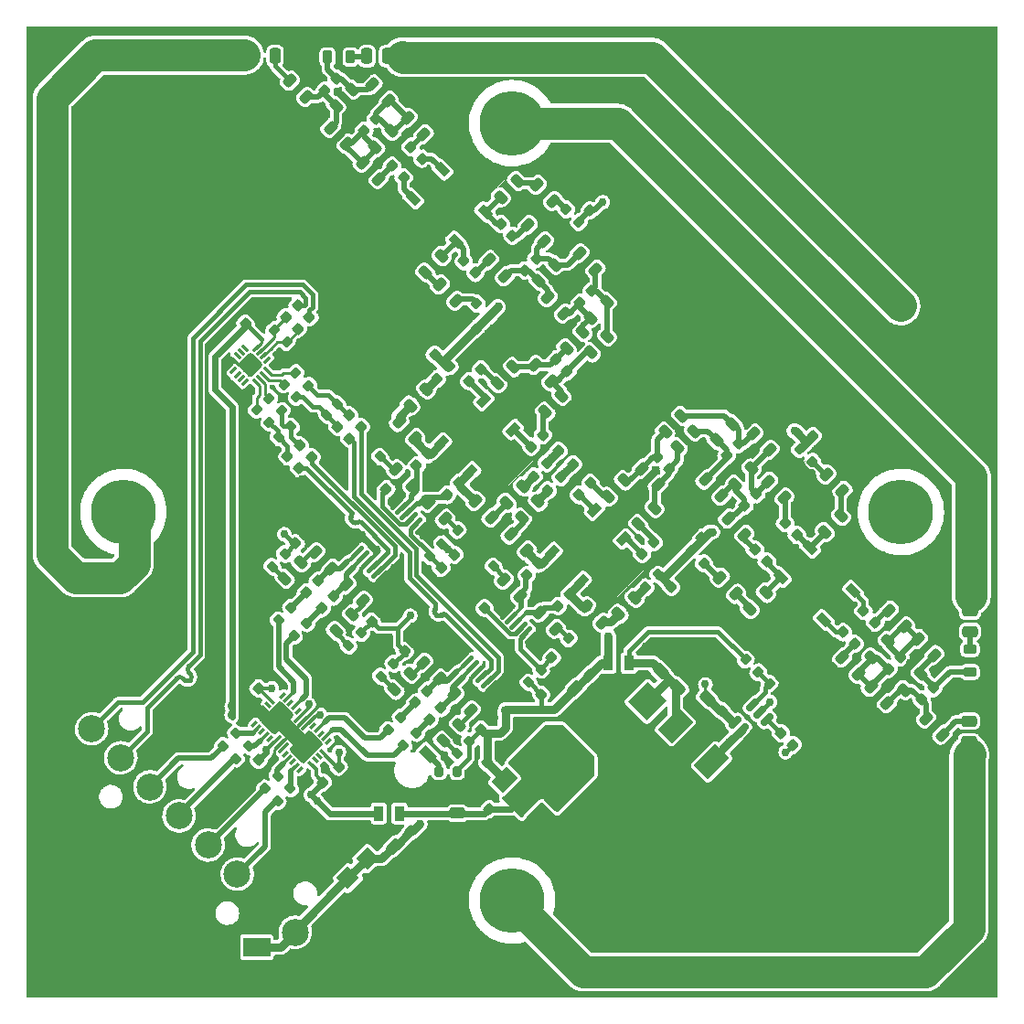
<source format=gbr>
%TF.GenerationSoftware,KiCad,Pcbnew,6.0.4-6f826c9f35~116~ubuntu20.04.1*%
%TF.CreationDate,2022-05-26T09:50:00+00:00*%
%TF.ProjectId,QFHMIX01D,5146484d-4958-4303-9144-2e6b69636164,REV 0.2*%
%TF.SameCoordinates,Original*%
%TF.FileFunction,Copper,L2,Bot*%
%TF.FilePolarity,Positive*%
%FSLAX46Y46*%
G04 Gerber Fmt 4.6, Leading zero omitted, Abs format (unit mm)*
G04 Created by KiCad (PCBNEW 6.0.4-6f826c9f35~116~ubuntu20.04.1) date 2022-05-26 09:50:00*
%MOMM*%
%LPD*%
G01*
G04 APERTURE LIST*
G04 Aperture macros list*
%AMRoundRect*
0 Rectangle with rounded corners*
0 $1 Rounding radius*
0 $2 $3 $4 $5 $6 $7 $8 $9 X,Y pos of 4 corners*
0 Add a 4 corners polygon primitive as box body*
4,1,4,$2,$3,$4,$5,$6,$7,$8,$9,$2,$3,0*
0 Add four circle primitives for the rounded corners*
1,1,$1+$1,$2,$3*
1,1,$1+$1,$4,$5*
1,1,$1+$1,$6,$7*
1,1,$1+$1,$8,$9*
0 Add four rect primitives between the rounded corners*
20,1,$1+$1,$2,$3,$4,$5,0*
20,1,$1+$1,$4,$5,$6,$7,0*
20,1,$1+$1,$6,$7,$8,$9,0*
20,1,$1+$1,$8,$9,$2,$3,0*%
%AMRotRect*
0 Rectangle, with rotation*
0 The origin of the aperture is its center*
0 $1 length*
0 $2 width*
0 $3 Rotation angle, in degrees counterclockwise*
0 Add horizontal line*
21,1,$1,$2,0,0,$3*%
G04 Aperture macros list end*
%TA.AperFunction,ComponentPad*%
%ADD10C,2.500000*%
%TD*%
%TA.AperFunction,ComponentPad*%
%ADD11RotRect,1.524000X1.524000X225.000000*%
%TD*%
%TA.AperFunction,SMDPad,CuDef*%
%ADD12RoundRect,0.200000X0.053033X-0.335876X0.335876X-0.053033X-0.053033X0.335876X-0.335876X0.053033X0*%
%TD*%
%TA.AperFunction,SMDPad,CuDef*%
%ADD13RoundRect,0.200000X-0.053033X0.335876X-0.335876X0.053033X0.053033X-0.335876X0.335876X-0.053033X0*%
%TD*%
%TA.AperFunction,SMDPad,CuDef*%
%ADD14RoundRect,0.225000X0.017678X-0.335876X0.335876X-0.017678X-0.017678X0.335876X-0.335876X0.017678X0*%
%TD*%
%TA.AperFunction,ComponentPad*%
%ADD15C,6.000000*%
%TD*%
%TA.AperFunction,SMDPad,CuDef*%
%ADD16R,2.500000X1.800000*%
%TD*%
%TA.AperFunction,SMDPad,CuDef*%
%ADD17RoundRect,0.225000X-0.335876X-0.017678X-0.017678X-0.335876X0.335876X0.017678X0.017678X0.335876X0*%
%TD*%
%TA.AperFunction,SMDPad,CuDef*%
%ADD18RoundRect,0.225000X-0.017678X0.335876X-0.335876X0.017678X0.017678X-0.335876X0.335876X-0.017678X0*%
%TD*%
%TA.AperFunction,SMDPad,CuDef*%
%ADD19RoundRect,0.200000X0.335876X0.053033X0.053033X0.335876X-0.335876X-0.053033X-0.053033X-0.335876X0*%
%TD*%
%TA.AperFunction,SMDPad,CuDef*%
%ADD20RoundRect,0.250000X-0.512652X-0.159099X-0.159099X-0.512652X0.512652X0.159099X0.159099X0.512652X0*%
%TD*%
%TA.AperFunction,SMDPad,CuDef*%
%ADD21RoundRect,0.225000X0.335876X0.017678X0.017678X0.335876X-0.335876X-0.017678X-0.017678X-0.335876X0*%
%TD*%
%TA.AperFunction,SMDPad,CuDef*%
%ADD22RoundRect,0.218750X-0.424264X-0.114905X-0.114905X-0.424264X0.424264X0.114905X0.114905X0.424264X0*%
%TD*%
%TA.AperFunction,SMDPad,CuDef*%
%ADD23RoundRect,0.218750X0.424264X0.114905X0.114905X0.424264X-0.424264X-0.114905X-0.114905X-0.424264X0*%
%TD*%
%TA.AperFunction,SMDPad,CuDef*%
%ADD24RoundRect,0.250000X0.250000X0.475000X-0.250000X0.475000X-0.250000X-0.475000X0.250000X-0.475000X0*%
%TD*%
%TA.AperFunction,SMDPad,CuDef*%
%ADD25RoundRect,0.218750X-0.114905X0.424264X-0.424264X0.114905X0.114905X-0.424264X0.424264X-0.114905X0*%
%TD*%
%TA.AperFunction,SMDPad,CuDef*%
%ADD26RoundRect,0.218750X0.114905X-0.424264X0.424264X-0.114905X-0.114905X0.424264X-0.424264X0.114905X0*%
%TD*%
%TA.AperFunction,SMDPad,CuDef*%
%ADD27RoundRect,0.200000X-0.335876X-0.053033X-0.053033X-0.335876X0.335876X0.053033X0.053033X0.335876X0*%
%TD*%
%TA.AperFunction,SMDPad,CuDef*%
%ADD28RotRect,0.760000X1.270000X315.000000*%
%TD*%
%TA.AperFunction,ComponentPad*%
%ADD29C,0.500000*%
%TD*%
%TA.AperFunction,SMDPad,CuDef*%
%ADD30RotRect,4.800000X3.200000X315.000000*%
%TD*%
%TA.AperFunction,SMDPad,CuDef*%
%ADD31RoundRect,0.250000X0.475000X-0.250000X0.475000X0.250000X-0.475000X0.250000X-0.475000X-0.250000X0*%
%TD*%
%TA.AperFunction,SMDPad,CuDef*%
%ADD32RoundRect,0.218750X0.218750X0.381250X-0.218750X0.381250X-0.218750X-0.381250X0.218750X-0.381250X0*%
%TD*%
%TA.AperFunction,SMDPad,CuDef*%
%ADD33RoundRect,0.218750X-0.381250X0.218750X-0.381250X-0.218750X0.381250X-0.218750X0.381250X0.218750X0*%
%TD*%
%TA.AperFunction,SMDPad,CuDef*%
%ADD34RoundRect,0.250000X-0.159099X0.512652X-0.512652X0.159099X0.159099X-0.512652X0.512652X-0.159099X0*%
%TD*%
%TA.AperFunction,SMDPad,CuDef*%
%ADD35R,0.889000X1.397000*%
%TD*%
%TA.AperFunction,SMDPad,CuDef*%
%ADD36RotRect,2.000000X1.500000X45.000000*%
%TD*%
%TA.AperFunction,SMDPad,CuDef*%
%ADD37RotRect,2.000000X3.800000X45.000000*%
%TD*%
%TA.AperFunction,SMDPad,CuDef*%
%ADD38RoundRect,0.250000X0.512652X0.159099X0.159099X0.512652X-0.512652X-0.159099X-0.159099X-0.512652X0*%
%TD*%
%TA.AperFunction,SMDPad,CuDef*%
%ADD39RoundRect,0.100000X0.380070X0.521491X-0.521491X-0.380070X-0.380070X-0.521491X0.521491X0.380070X0*%
%TD*%
%TA.AperFunction,SMDPad,CuDef*%
%ADD40RoundRect,0.250000X-0.475000X0.250000X-0.475000X-0.250000X0.475000X-0.250000X0.475000X0.250000X0*%
%TD*%
%TA.AperFunction,SMDPad,CuDef*%
%ADD41RotRect,0.950000X1.500000X225.000000*%
%TD*%
%TA.AperFunction,SMDPad,CuDef*%
%ADD42RotRect,0.760000X1.270000X45.000000*%
%TD*%
%TA.AperFunction,SMDPad,CuDef*%
%ADD43RotRect,4.800000X3.200000X45.000000*%
%TD*%
%TA.AperFunction,SMDPad,CuDef*%
%ADD44RoundRect,0.150000X-0.256326X-0.468458X0.468458X0.256326X0.256326X0.468458X-0.468458X-0.256326X0*%
%TD*%
%TA.AperFunction,SMDPad,CuDef*%
%ADD45RoundRect,0.200000X0.200000X0.275000X-0.200000X0.275000X-0.200000X-0.275000X0.200000X-0.275000X0*%
%TD*%
%TA.AperFunction,SMDPad,CuDef*%
%ADD46RotRect,0.760000X1.270000X225.000000*%
%TD*%
%TA.AperFunction,SMDPad,CuDef*%
%ADD47RotRect,4.800000X3.200000X225.000000*%
%TD*%
%TA.AperFunction,SMDPad,CuDef*%
%ADD48RoundRect,0.062500X-0.282843X0.194454X0.194454X-0.282843X0.282843X-0.194454X-0.194454X0.282843X0*%
%TD*%
%TA.AperFunction,SMDPad,CuDef*%
%ADD49RoundRect,0.062500X-0.282843X-0.194454X-0.194454X-0.282843X0.282843X0.194454X0.194454X0.282843X0*%
%TD*%
%TA.AperFunction,ComponentPad*%
%ADD50C,0.600000*%
%TD*%
%TA.AperFunction,SMDPad,CuDef*%
%ADD51RoundRect,0.250000X-0.848528X0.000000X0.000000X-0.848528X0.848528X0.000000X0.000000X0.848528X0*%
%TD*%
%TA.AperFunction,SMDPad,CuDef*%
%ADD52RotRect,0.600000X0.300000X225.000000*%
%TD*%
%TA.AperFunction,SMDPad,CuDef*%
%ADD53RotRect,1.300000X0.300000X225.000000*%
%TD*%
%TA.AperFunction,SMDPad,CuDef*%
%ADD54RotRect,0.600000X0.300000X135.000000*%
%TD*%
%TA.AperFunction,SMDPad,CuDef*%
%ADD55RotRect,1.450000X2.000000X225.000000*%
%TD*%
%TA.AperFunction,SMDPad,CuDef*%
%ADD56RoundRect,0.185000X0.279307X1.325825X-1.325825X-0.279307X-0.279307X-1.325825X1.325825X0.279307X0*%
%TD*%
%TA.AperFunction,SMDPad,CuDef*%
%ADD57RotRect,1.800000X2.790000X135.000000*%
%TD*%
%TA.AperFunction,SMDPad,CuDef*%
%ADD58RotRect,1.800000X2.790000X315.000000*%
%TD*%
%TA.AperFunction,SMDPad,CuDef*%
%ADD59RotRect,2.550160X2.499360X225.000000*%
%TD*%
%TA.AperFunction,ViaPad*%
%ADD60C,0.750000*%
%TD*%
%TA.AperFunction,ViaPad*%
%ADD61C,1.000000*%
%TD*%
%TA.AperFunction,Conductor*%
%ADD62C,0.250000*%
%TD*%
%TA.AperFunction,Conductor*%
%ADD63C,0.300000*%
%TD*%
%TA.AperFunction,Conductor*%
%ADD64C,0.400000*%
%TD*%
%TA.AperFunction,Conductor*%
%ADD65C,0.500000*%
%TD*%
%TA.AperFunction,Conductor*%
%ADD66C,0.800000*%
%TD*%
%TA.AperFunction,Conductor*%
%ADD67C,0.600000*%
%TD*%
%TA.AperFunction,Conductor*%
%ADD68C,3.000000*%
%TD*%
%TA.AperFunction,Conductor*%
%ADD69C,1.000000*%
%TD*%
%TA.AperFunction,Conductor*%
%ADD70C,1.500000*%
%TD*%
G04 APERTURE END LIST*
D10*
%TO.P,J1,1*%
%TO.N,CLK_IN_N*%
X111070731Y-110070731D03*
%TO.P,J1,2*%
%TO.N,CLK_IN_P*%
X113764808Y-112764808D03*
%TO.P,J1,3*%
%TO.N,DEM_OUTA_N*%
X116458885Y-115458885D03*
%TO.P,J1,4*%
%TO.N,DEM_OUTA_P*%
X119152962Y-118152962D03*
%TO.P,J1,5*%
%TO.N,DEM_OUTB_N*%
X121847038Y-120847038D03*
%TO.P,J1,6*%
%TO.N,DEM_OUTB_P*%
X124541115Y-123541115D03*
%TO.P,J1,7*%
%TO.N,GND*%
X127235192Y-126235192D03*
%TO.P,J1,8*%
%TO.N,VCC*%
X129929269Y-128929269D03*
%TD*%
D11*
%TO.P,J2,1*%
%TO.N,GND*%
X138380877Y-123910226D03*
%TO.P,J2,2*%
X136584826Y-125706277D03*
%TO.P,J2,3*%
%TO.N,VCC*%
X136584826Y-122114174D03*
%TO.P,J2,4*%
X134788774Y-123910226D03*
%TO.P,J2,5*%
%TO.N,GND*%
X134788774Y-120318123D03*
%TO.P,J2,6*%
X132992723Y-122114174D03*
%TD*%
D12*
%TO.P,R8,1*%
%TO.N,Net-(C6-Pad1)*%
X129540837Y-82091963D03*
%TO.P,R8,2*%
%TO.N,GND*%
X130707563Y-80925237D03*
%TD*%
D13*
%TO.P,R5,1*%
%TO.N,Net-(C7-Pad1)*%
X128370763Y-83109637D03*
%TO.P,R5,2*%
%TO.N,GND*%
X127204037Y-84276363D03*
%TD*%
D14*
%TO.P,C20,1*%
%TO.N,Net-(C20-Pad1)*%
X132346706Y-98930691D03*
%TO.P,C20,2*%
%TO.N,Net-(C20-Pad2)*%
X133442722Y-97834675D03*
%TD*%
%TO.P,C19,1*%
%TO.N,Net-(C19-Pad1)*%
X130909866Y-97493850D03*
%TO.P,C19,2*%
%TO.N,Net-(C19-Pad2)*%
X132005882Y-96397834D03*
%TD*%
D15*
%TO.P,M7,1*%
%TO.N,GND*%
X185560000Y-125560000D03*
%TD*%
%TO.P,M6,1*%
%TO.N,GND*%
X185560000Y-54440000D03*
%TD*%
%TO.P,M5,1*%
%TO.N,GND*%
X114440000Y-125560000D03*
%TD*%
D16*
%TO.P,D1,1,K*%
%TO.N,VCC*%
X126358400Y-130327400D03*
%TO.P,D1,2,A*%
%TO.N,GND*%
X122358400Y-130327400D03*
%TD*%
D17*
%TO.P,C7,1*%
%TO.N,Net-(C7-Pad1)*%
X129194200Y-84862823D03*
%TO.P,C7,2*%
%TO.N,/CLK_MIX1_P*%
X130290216Y-85958839D03*
%TD*%
D18*
%TO.P,C1,1*%
%TO.N,CLK_IN_N*%
X131231008Y-71943592D03*
%TO.P,C1,2*%
%TO.N,Net-(C1-Pad2)*%
X130134992Y-73039608D03*
%TD*%
D17*
%TO.P,C6,1*%
%TO.N,Net-(C6-Pad1)*%
X130337200Y-83846823D03*
%TO.P,C6,2*%
%TO.N,/CLK_MIX1_N*%
X131433216Y-84942839D03*
%TD*%
D18*
%TO.P,C2,1*%
%TO.N,CLK_IN_P*%
X130138808Y-70876792D03*
%TO.P,C2,2*%
%TO.N,Net-(C2-Pad2)*%
X129042792Y-71972808D03*
%TD*%
D19*
%TO.P,R11,1*%
%TO.N,Net-(C4-Pad1)*%
X131114800Y-78308200D03*
%TO.P,R11,2*%
%TO.N,Net-(R11-Pad2)*%
X129948074Y-77141474D03*
%TD*%
D12*
%TO.P,R7,1*%
%TO.N,GND*%
X131674437Y-82193563D03*
%TO.P,R7,2*%
%TO.N,Net-(C5-Pad1)*%
X132841163Y-81026837D03*
%TD*%
D13*
%TO.P,R4,1*%
%TO.N,GND*%
X135000163Y-78867837D03*
%TO.P,R4,2*%
%TO.N,Net-(C4-Pad1)*%
X133833437Y-80034563D03*
%TD*%
D20*
%TO.P,C27,1*%
%TO.N,VCC*%
X139028249Y-120994249D03*
%TO.P,C27,2*%
%TO.N,GND*%
X140371751Y-122337751D03*
%TD*%
D15*
%TO.P,M4,1*%
%TO.N,/LNA/QFH_IN_2_N*%
X150000000Y-126000000D03*
%TD*%
%TO.P,M3,1*%
%TO.N,/LNA/QFH_IN_2_P*%
X150000000Y-54000000D03*
%TD*%
%TO.P,M2,1*%
%TO.N,/LNA/QFH_IN_1_N*%
X186000000Y-90000000D03*
%TD*%
%TO.P,M1,1*%
%TO.N,/LNA/QFH_IN_1_P*%
X114000000Y-90000000D03*
%TD*%
D14*
%TO.P,C22,1*%
%TO.N,Net-(C22-Pad1)*%
X142326992Y-109260008D03*
%TO.P,C22,2*%
%TO.N,Net-(C22-Pad2)*%
X143423008Y-108163992D03*
%TD*%
%TO.P,C21,1*%
%TO.N,Net-(C21-Pad1)*%
X141055432Y-107662046D03*
%TO.P,C21,2*%
%TO.N,Net-(C21-Pad2)*%
X142151448Y-106566030D03*
%TD*%
D12*
%TO.P,R33,1*%
%TO.N,DEM_OUTB_N*%
X127120339Y-115607097D03*
%TO.P,R33,2*%
%TO.N,Net-(R33-Pad2)*%
X128287065Y-114440371D03*
%TD*%
%TO.P,R28,1*%
%TO.N,Net-(R28-Pad1)*%
X129796880Y-101480517D03*
%TO.P,R28,2*%
%TO.N,Net-(C20-Pad1)*%
X130963606Y-100313791D03*
%TD*%
%TO.P,R32,1*%
%TO.N,DEM_OUTA_P*%
X124426262Y-112841180D03*
%TO.P,R32,2*%
%TO.N,Net-(R32-Pad2)*%
X125592988Y-111674454D03*
%TD*%
%TO.P,R31,1*%
%TO.N,DEM_OUTA_N*%
X123258828Y-111673746D03*
%TO.P,R31,2*%
%TO.N,Net-(R31-Pad2)*%
X124425554Y-110507020D03*
%TD*%
%TO.P,R27,1*%
%TO.N,Net-(R27-Pad1)*%
X128360040Y-100043676D03*
%TO.P,R27,2*%
%TO.N,Net-(C19-Pad1)*%
X129526766Y-98876950D03*
%TD*%
%TO.P,R30,1*%
%TO.N,Net-(R30-Pad1)*%
X139953762Y-111637399D03*
%TO.P,R30,2*%
%TO.N,Net-(C22-Pad1)*%
X141120488Y-110470673D03*
%TD*%
%TO.P,R34,1*%
%TO.N,DEM_OUTB_P*%
X128287772Y-116774532D03*
%TO.P,R34,2*%
%TO.N,Net-(R34-Pad2)*%
X129454498Y-115607806D03*
%TD*%
D15*
%TO.P,M8,1*%
%TO.N,GND*%
X114440000Y-54440000D03*
%TD*%
D17*
%TO.P,C5,1*%
%TO.N,Net-(C5-Pad1)*%
X133843392Y-82103592D03*
%TO.P,C5,2*%
%TO.N,/CLK_MIX2_P*%
X134939408Y-83199608D03*
%TD*%
%TO.P,C4,1*%
%TO.N,Net-(C4-Pad1)*%
X134899400Y-81051400D03*
%TO.P,C4,2*%
%TO.N,/CLK_MIX2_N*%
X135995416Y-82147416D03*
%TD*%
%TO.P,C28,1*%
%TO.N,VCC*%
X140599792Y-119593992D03*
%TO.P,C28,2*%
%TO.N,GND*%
X141695808Y-120690008D03*
%TD*%
D14*
%TO.P,C17,1*%
%TO.N,+5V*%
X129957192Y-92927808D03*
%TO.P,C17,2*%
%TO.N,GND*%
X131053208Y-91831792D03*
%TD*%
%TO.P,C18,1*%
%TO.N,+5V*%
X136992992Y-100141408D03*
%TO.P,C18,2*%
%TO.N,GND*%
X138089008Y-99045392D03*
%TD*%
D17*
%TO.P,C25,1*%
%TO.N,+3V3*%
X132469885Y-115044885D03*
%TO.P,C25,2*%
%TO.N,GND*%
X133565901Y-116140901D03*
%TD*%
D18*
%TO.P,C26,1*%
%TO.N,+3V3*%
X126532008Y-112964592D03*
%TO.P,C26,2*%
%TO.N,GND*%
X125435992Y-114060608D03*
%TD*%
D17*
%TO.P,C23,1*%
%TO.N,GND*%
X125413524Y-105226063D03*
%TO.P,C23,2*%
%TO.N,Net-(C23-Pad2)*%
X126509540Y-106322079D03*
%TD*%
D21*
%TO.P,C12,1*%
%TO.N,Net-(C12-Pad1)*%
X138332216Y-87887816D03*
%TO.P,C12,2*%
%TO.N,GND*%
X137236200Y-86791800D03*
%TD*%
D17*
%TO.P,C24,1*%
%TO.N,Net-(C24-Pad1)*%
X133944885Y-113594885D03*
%TO.P,C24,2*%
%TO.N,GND*%
X135040901Y-114690901D03*
%TD*%
D14*
%TO.P,C3,1*%
%TO.N,+3V3*%
X125308992Y-72557008D03*
%TO.P,C3,2*%
%TO.N,GND*%
X126405008Y-71460992D03*
%TD*%
D12*
%TO.P,R29,1*%
%TO.N,Net-(R29-Pad1)*%
X138516919Y-110200559D03*
%TO.P,R29,2*%
%TO.N,Net-(C21-Pad1)*%
X139683645Y-109033833D03*
%TD*%
D22*
%TO.P,L9,1,1*%
%TO.N,Net-(L8-Pad2)*%
X131760499Y-93736699D03*
%TO.P,L9,2,2*%
%TO.N,Net-(C19-Pad2)*%
X133263101Y-95239301D03*
%TD*%
D23*
%TO.P,L13,1,1*%
%TO.N,Net-(L12-Pad2)*%
X136158701Y-98236501D03*
%TO.P,L13,2,2*%
%TO.N,Net-(C20-Pad2)*%
X134656099Y-96733899D03*
%TD*%
D21*
%TO.P,C41,1*%
%TO.N,+5V*%
X146648008Y-73048008D03*
%TO.P,C41,2*%
%TO.N,GND*%
X145551992Y-71951992D03*
%TD*%
D17*
%TO.P,C43,1*%
%TO.N,GND*%
X156104584Y-60981584D03*
%TO.P,C43,2*%
%TO.N,+5V*%
X157200600Y-62077600D03*
%TD*%
D18*
%TO.P,C59,1*%
%TO.N,+5V*%
X142848008Y-75451992D03*
%TO.P,C59,2*%
%TO.N,GND*%
X141751992Y-76548008D03*
%TD*%
%TO.P,C62,1*%
%TO.N,GND*%
X155411808Y-83246592D03*
%TO.P,C62,2*%
%TO.N,+5V*%
X154315792Y-84342608D03*
%TD*%
D24*
%TO.P,C14,1*%
%TO.N,Net-(C14-Pad1)*%
X128051600Y-47777400D03*
%TO.P,C14,2*%
%TO.N,/LNA/QFH_IN_1_P*%
X126151600Y-47777400D03*
%TD*%
D14*
%TO.P,C32,1*%
%TO.N,Net-(C32-Pad1)*%
X132649592Y-50967008D03*
%TO.P,C32,2*%
%TO.N,Net-(C32-Pad2)*%
X133745608Y-49870992D03*
%TD*%
D21*
%TO.P,C47,1*%
%TO.N,Net-(C47-Pad1)*%
X139968608Y-59044208D03*
%TO.P,C47,2*%
%TO.N,Net-(C47-Pad2)*%
X138872592Y-57948192D03*
%TD*%
%TO.P,C49,1*%
%TO.N,Net-(C49-Pad1)*%
X146598008Y-67858008D03*
%TO.P,C49,2*%
%TO.N,Net-(C49-Pad2)*%
X145501992Y-66761992D03*
%TD*%
D14*
%TO.P,C29,1*%
%TO.N,Net-(C29-Pad1)*%
X146009992Y-77891008D03*
%TO.P,C29,2*%
%TO.N,Net-(C29-Pad2)*%
X147106008Y-76794992D03*
%TD*%
D18*
%TO.P,C35,1*%
%TO.N,Net-(C35-Pad1)*%
X142235088Y-84632070D03*
%TO.P,C35,2*%
%TO.N,/LNA/LNA_OUT_1_P*%
X141139072Y-85728086D03*
%TD*%
%TO.P,C58,1*%
%TO.N,Net-(C58-Pad1)*%
X152236808Y-66533392D03*
%TO.P,C58,2*%
%TO.N,Net-(C58-Pad2)*%
X151140792Y-67629408D03*
%TD*%
%TO.P,C63,1*%
%TO.N,Net-(C63-Pad1)*%
X157367608Y-69555992D03*
%TO.P,C63,2*%
%TO.N,Net-(C63-Pad2)*%
X156271592Y-70652008D03*
%TD*%
D21*
%TO.P,C65,1*%
%TO.N,Net-(C65-Pad1)*%
X155107008Y-77002008D03*
%TO.P,C65,2*%
%TO.N,Net-(C65-Pad2)*%
X154010992Y-75905992D03*
%TD*%
D24*
%TO.P,C31,1*%
%TO.N,/LNA/QFH_IN_1_N*%
X138465600Y-47802800D03*
%TO.P,C31,2*%
%TO.N,Net-(C31-Pad2)*%
X136565600Y-47802800D03*
%TD*%
D14*
%TO.P,C45,1*%
%TO.N,Net-(C45-Pad1)*%
X136307192Y-54675408D03*
%TO.P,C45,2*%
%TO.N,Net-(C45-Pad2)*%
X137403208Y-53579392D03*
%TD*%
D17*
%TO.P,C33,1*%
%TO.N,Net-(C33-Pad1)*%
X140574392Y-56195592D03*
%TO.P,C33,2*%
%TO.N,Net-(C33-Pad2)*%
X141670408Y-57291608D03*
%TD*%
D21*
%TO.P,C50,1*%
%TO.N,Net-(C50-Pad1)*%
X150027008Y-64429008D03*
%TO.P,C50,2*%
%TO.N,Net-(C50-Pad2)*%
X148930992Y-63332992D03*
%TD*%
D18*
%TO.P,C36,1*%
%TO.N,Net-(C36-Pad1)*%
X145074008Y-87335992D03*
%TO.P,C36,2*%
%TO.N,/LNA/LNA_OUT_1_N*%
X143977992Y-88432008D03*
%TD*%
%TO.P,C37,1*%
%TO.N,Net-(C37-Pad1)*%
X152437139Y-94788641D03*
%TO.P,C37,2*%
%TO.N,/LNA/LNA_OUT_2_P*%
X151341123Y-95884657D03*
%TD*%
%TO.P,C38,1*%
%TO.N,Net-(C38-Pad1)*%
X155310208Y-97622992D03*
%TO.P,C38,2*%
%TO.N,/LNA/LNA_OUT_2_N*%
X154214192Y-98719008D03*
%TD*%
D17*
%TO.P,C44,1*%
%TO.N,+5V*%
X177821584Y-82977984D03*
%TO.P,C44,2*%
%TO.N,GND*%
X178917600Y-84074000D03*
%TD*%
D14*
%TO.P,C60,1*%
%TO.N,GND*%
X163612192Y-98033208D03*
%TO.P,C60,2*%
%TO.N,+5V*%
X164708208Y-96937192D03*
%TD*%
%TO.P,C61,1*%
%TO.N,+5V*%
X155636592Y-85587208D03*
%TO.P,C61,2*%
%TO.N,GND*%
X156732608Y-84491192D03*
%TD*%
D23*
%TO.P,L18,1,1*%
%TO.N,Net-(L18-Pad1)*%
X144820101Y-70448901D03*
%TO.P,L18,2,2*%
%TO.N,Net-(L18-Pad2)*%
X143317499Y-68946299D03*
%TD*%
%TO.P,L22,1,1*%
%TO.N,Net-(L22-Pad1)*%
X153786301Y-61203301D03*
%TO.P,L22,2,2*%
%TO.N,Net-(L22-Pad2)*%
X152283699Y-59700699D03*
%TD*%
D25*
%TO.P,L40,1,1*%
%TO.N,Net-(L40-Pad1)*%
X142051301Y-78648699D03*
%TO.P,L40,2,2*%
%TO.N,Net-(L40-Pad2)*%
X140548699Y-80151301D03*
%TD*%
%TO.P,L44,1,1*%
%TO.N,Net-(L44-Pad1)*%
X150992301Y-87640699D03*
%TO.P,L44,2,2*%
%TO.N,Net-(L44-Pad2)*%
X149489699Y-89143301D03*
%TD*%
D26*
%TO.P,L19,1,1*%
%TO.N,Net-(L18-Pad2)*%
X141971299Y-67832701D03*
%TO.P,L19,2,2*%
%TO.N,Net-(C49-Pad2)*%
X143473901Y-66330099D03*
%TD*%
D25*
%TO.P,L23,1,1*%
%TO.N,Net-(L22-Pad2)*%
X150458901Y-59345099D03*
%TO.P,L23,2,2*%
%TO.N,Net-(C50-Pad2)*%
X148956299Y-60847701D03*
%TD*%
D22*
%TO.P,L41,1,1*%
%TO.N,Net-(L40-Pad2)*%
X139532899Y-81671699D03*
%TO.P,L41,2,2*%
%TO.N,Net-(C35-Pad1)*%
X141035501Y-83174301D03*
%TD*%
D23*
%TO.P,L45,1,1*%
%TO.N,Net-(L44-Pad2)*%
X148096701Y-90514901D03*
%TO.P,L45,2,2*%
%TO.N,Net-(C36-Pad1)*%
X146594099Y-89012299D03*
%TD*%
D22*
%TO.P,L58,1,1*%
%TO.N,Net-(C49-Pad1)*%
X147838699Y-66685699D03*
%TO.P,L58,2,2*%
%TO.N,Net-(C58-Pad2)*%
X149341301Y-68188301D03*
%TD*%
D25*
%TO.P,L69,1,1*%
%TO.N,Net-(C65-Pad2)*%
X150103301Y-76591699D03*
%TO.P,L69,2,2*%
%TO.N,Net-(C29-Pad2)*%
X148600699Y-78094301D03*
%TD*%
D26*
%TO.P,L17,1,1*%
%TO.N,Net-(C32-Pad1)*%
X133690899Y-52389501D03*
%TO.P,L17,2,2*%
%TO.N,Net-(C32-Pad2)*%
X135193501Y-50886899D03*
%TD*%
%TO.P,L54,1,1*%
%TO.N,Net-(C45-Pad1)*%
X137323099Y-56224901D03*
%TO.P,L54,2,2*%
%TO.N,Net-(C45-Pad2)*%
X138825701Y-54722299D03*
%TD*%
%TO.P,L30,1,1*%
%TO.N,Net-(C58-Pad2)*%
X152461499Y-68620101D03*
%TO.P,L30,2,2*%
%TO.N,Net-(C58-Pad1)*%
X153964101Y-67117499D03*
%TD*%
%TO.P,L36,1,1*%
%TO.N,Net-(C63-Pad2)*%
X157262099Y-72023701D03*
%TO.P,L36,2,2*%
%TO.N,Net-(C63-Pad1)*%
X158764701Y-70521099D03*
%TD*%
D22*
%TO.P,L67,1,1*%
%TO.N,Net-(C65-Pad2)*%
X152105899Y-76388499D03*
%TO.P,L67,2,2*%
%TO.N,Net-(C65-Pad1)*%
X153608501Y-77891101D03*
%TD*%
D23*
%TO.P,L59,1,1*%
%TO.N,Net-(C58-Pad1)*%
X152948101Y-64937101D03*
%TO.P,L59,2,2*%
%TO.N,Net-(C50-Pad1)*%
X151445499Y-63434499D03*
%TD*%
D26*
%TO.P,L63,1,1*%
%TO.N,Net-(C30-Pad2)*%
X153071099Y-80735901D03*
%TO.P,L63,2,2*%
%TO.N,Net-(C65-Pad1)*%
X154573701Y-79233299D03*
%TD*%
%TO.P,L24,1,1*%
%TO.N,Net-(C56-Pad2)*%
X178953699Y-91861101D03*
%TO.P,L24,2,2*%
%TO.N,Net-(L24-Pad2)*%
X180456301Y-90358499D03*
%TD*%
D22*
%TO.P,L42,1,1*%
%TO.N,Net-(C38-Pad1)*%
X156848699Y-98748699D03*
%TO.P,L42,2,2*%
%TO.N,Net-(L42-Pad2)*%
X158351301Y-100251301D03*
%TD*%
D23*
%TO.P,L46,1,1*%
%TO.N,Net-(C37-Pad1)*%
X151373301Y-93588301D03*
%TO.P,L46,2,2*%
%TO.N,Net-(L46-Pad2)*%
X149870699Y-92085699D03*
%TD*%
%TO.P,L25,1,1*%
%TO.N,Net-(L24-Pad2)*%
X180594000Y-88036400D03*
%TO.P,L25,2,2*%
%TO.N,Net-(L25-Pad2)*%
X179091398Y-86533798D03*
%TD*%
D26*
%TO.P,L43,1,1*%
%TO.N,Net-(L42-Pad2)*%
X159848699Y-99451301D03*
%TO.P,L43,2,2*%
%TO.N,Net-(L43-Pad2)*%
X161351301Y-97948699D03*
%TD*%
%TO.P,L47,1,1*%
%TO.N,Net-(L46-Pad2)*%
X150886699Y-90540301D03*
%TO.P,L47,2,2*%
%TO.N,Net-(L47-Pad2)*%
X152389301Y-89037699D03*
%TD*%
D19*
%TO.P,R35,1*%
%TO.N,+5V*%
X147883363Y-71883363D03*
%TO.P,R35,2*%
%TO.N,Net-(L18-Pad1)*%
X146716637Y-70716637D03*
%TD*%
D27*
%TO.P,R37,1*%
%TO.N,Net-(L22-Pad1)*%
X155017037Y-62002237D03*
%TO.P,R37,2*%
%TO.N,+5V*%
X156183763Y-63168963D03*
%TD*%
D13*
%TO.P,R39,1*%
%TO.N,+5V*%
X144220363Y-76505637D03*
%TO.P,R39,2*%
%TO.N,Net-(L40-Pad1)*%
X143053637Y-77672363D03*
%TD*%
D12*
%TO.P,R41,1*%
%TO.N,Net-(L44-Pad1)*%
X152016637Y-86683363D03*
%TO.P,R41,2*%
%TO.N,+5V*%
X153183363Y-85516637D03*
%TD*%
D27*
%TO.P,R38,1*%
%TO.N,+5V*%
X176633274Y-84177274D03*
%TO.P,R38,2*%
%TO.N,Net-(L25-Pad2)*%
X177800000Y-85344000D03*
%TD*%
D12*
%TO.P,R40,1*%
%TO.N,Net-(L43-Pad2)*%
X162357637Y-96976363D03*
%TO.P,R40,2*%
%TO.N,+5V*%
X163524363Y-95809637D03*
%TD*%
D13*
%TO.P,R42,1*%
%TO.N,+5V*%
X154483363Y-86816637D03*
%TO.P,R42,2*%
%TO.N,Net-(L47-Pad2)*%
X153316637Y-87983363D03*
%TD*%
D28*
%TO.P,U8,1,RF_IN*%
%TO.N,Net-(C29-Pad1)*%
X147393263Y-79662660D03*
D29*
%TO.P,U8,2,GND*%
%TO.N,GND*%
X146057538Y-82278248D03*
X145350431Y-81571141D03*
X144643325Y-82278248D03*
X147471752Y-82278248D03*
X146057538Y-83692462D03*
X148178859Y-84399569D03*
X147471752Y-83692462D03*
X145350431Y-82985355D03*
X148178859Y-82985355D03*
X147471752Y-85106675D03*
X146764645Y-82985355D03*
X146057538Y-80864035D03*
D30*
X146764645Y-82985355D03*
D29*
X148885965Y-83692462D03*
X146764645Y-81571141D03*
D28*
X148291289Y-80560686D03*
D29*
X146764645Y-84399569D03*
D28*
%TO.P,U8,3,GND*%
X149189314Y-81458711D03*
%TO.P,U8,4,RF_IN*%
%TO.N,Net-(C30-Pad1)*%
X150087340Y-82356737D03*
%TO.P,U8,5,RF_OUT*%
%TO.N,Net-(C36-Pad1)*%
X146136027Y-86308050D03*
%TO.P,U8,6,GND*%
%TO.N,GND*%
X145238001Y-85410024D03*
%TO.P,U8,7,GND*%
X144339976Y-84511999D03*
%TO.P,U8,8,RF_OUT*%
%TO.N,Net-(C35-Pad1)*%
X143441950Y-83613973D03*
%TD*%
%TO.P,U9,1,RF_IN*%
%TO.N,Net-(C54-Pad1)*%
X157643263Y-89812660D03*
D29*
%TO.P,U9,2,GND*%
%TO.N,GND*%
X157721752Y-95256675D03*
X158428859Y-93135355D03*
X157721752Y-93842462D03*
X156307538Y-93842462D03*
X155600431Y-91721141D03*
X157014645Y-91721141D03*
X157721752Y-92428248D03*
X156307538Y-91014035D03*
X158428859Y-94549569D03*
X157014645Y-93135355D03*
X155600431Y-93135355D03*
D30*
X157014645Y-93135355D03*
D29*
X156307538Y-92428248D03*
D28*
X158541289Y-90710686D03*
D29*
X157014645Y-94549569D03*
X154893325Y-92428248D03*
X159135965Y-93842462D03*
D28*
%TO.P,U9,3,GND*%
X159439314Y-91608711D03*
%TO.P,U9,4,RF_IN*%
%TO.N,Net-(C53-Pad1)*%
X160337340Y-92506737D03*
%TO.P,U9,5,RF_OUT*%
%TO.N,Net-(C38-Pad1)*%
X156386027Y-96458050D03*
%TO.P,U9,6,GND*%
%TO.N,GND*%
X155488001Y-95560024D03*
%TO.P,U9,7,GND*%
X154589976Y-94661999D03*
%TO.P,U9,8,RF_OUT*%
%TO.N,Net-(C37-Pad1)*%
X153691950Y-93763973D03*
%TD*%
D19*
%TO.P,R36,1*%
%TO.N,Net-(L21-Pad2)*%
X167741600Y-94742000D03*
%TO.P,R36,2*%
%TO.N,+5V*%
X166574874Y-93575274D03*
%TD*%
D21*
%TO.P,C42,1*%
%TO.N,GND*%
X168645208Y-93512008D03*
%TO.P,C42,2*%
%TO.N,+5V*%
X167549192Y-92415992D03*
%TD*%
D25*
%TO.P,L20,1,1*%
%TO.N,Net-(C57-Pad2)*%
X173496701Y-97495899D03*
%TO.P,L20,2,2*%
%TO.N,Net-(L20-Pad2)*%
X171994099Y-98998501D03*
%TD*%
D23*
%TO.P,L21,1,1*%
%TO.N,Net-(L20-Pad2)*%
X170738800Y-97586800D03*
%TO.P,L21,2,2*%
%TO.N,Net-(L21-Pad2)*%
X169236198Y-96084198D03*
%TD*%
D26*
%TO.P,L8,1,1*%
%TO.N,Net-(L8-Pad1)*%
X128941099Y-96179101D03*
%TO.P,L8,2,2*%
%TO.N,Net-(L8-Pad2)*%
X130443701Y-94676499D03*
%TD*%
D22*
%TO.P,L10,1,1*%
%TO.N,Net-(L10-Pad1)*%
X141768099Y-103947499D03*
%TO.P,L10,2,2*%
%TO.N,Net-(C21-Pad2)*%
X143270701Y-105450101D03*
%TD*%
D13*
%TO.P,R25,1*%
%TO.N,+5V*%
X139013363Y-104064637D03*
%TO.P,R25,2*%
%TO.N,Net-(L11-Pad1)*%
X137846637Y-105231363D03*
%TD*%
%TO.P,R3,1*%
%TO.N,Net-(L3-Pad1)*%
X148284363Y-95047637D03*
%TO.P,R3,2*%
%TO.N,GND*%
X147117637Y-96214363D03*
%TD*%
D17*
%TO.P,C56,1*%
%TO.N,Net-(C56-Pad1)*%
X175270792Y-91044392D03*
%TO.P,C56,2*%
%TO.N,Net-(C56-Pad2)*%
X176366808Y-92140408D03*
%TD*%
D25*
%TO.P,L39,1,1*%
%TO.N,Net-(C63-Pad2)*%
X156529501Y-73340499D03*
%TO.P,L39,2,2*%
%TO.N,Net-(C65-Pad2)*%
X155026899Y-74843101D03*
%TD*%
D31*
%TO.P,C34,1*%
%TO.N,Net-(C34-Pad1)*%
X192405000Y-101087000D03*
%TO.P,C34,2*%
%TO.N,/LNA/QFH_IN_2_P*%
X192405000Y-99187000D03*
%TD*%
D21*
%TO.P,C64,1*%
%TO.N,Net-(C64-Pad1)*%
X164519616Y-86033616D03*
%TO.P,C64,2*%
%TO.N,Net-(C64-Pad2)*%
X163423600Y-84937600D03*
%TD*%
D32*
%TO.P,L14,1,1*%
%TO.N,Net-(C31-Pad2)*%
X135026400Y-47879000D03*
%TO.P,L14,2,2*%
%TO.N,Net-(C32-Pad2)*%
X132901400Y-47879000D03*
%TD*%
D26*
%TO.P,L7,1,1*%
%TO.N,Net-(L7-Pad1)*%
X143596899Y-111215901D03*
%TO.P,L7,2,2*%
%TO.N,Net-(L6-Pad1)*%
X145099501Y-109713299D03*
%TD*%
D25*
%TO.P,L29,1,1*%
%TO.N,Net-(C51-Pad2)*%
X172150501Y-85989699D03*
%TO.P,L29,2,2*%
%TO.N,Net-(C51-Pad1)*%
X170647899Y-87492301D03*
%TD*%
%TO.P,L37,1,1*%
%TO.N,Net-(C52-Pad2)*%
X165673501Y-81087499D03*
%TO.P,L37,2,2*%
%TO.N,Net-(C64-Pad2)*%
X164170899Y-82590101D03*
%TD*%
D22*
%TO.P,L53,1,1*%
%TO.N,Net-(C32-Pad2)*%
X137069099Y-50429699D03*
%TO.P,L53,2,2*%
%TO.N,Net-(C45-Pad2)*%
X138571701Y-51932301D03*
%TD*%
D33*
%TO.P,L15,1,1*%
%TO.N,Net-(C34-Pad1)*%
X192405000Y-102696500D03*
%TO.P,L15,2,2*%
%TO.N,Net-(C40-Pad1)*%
X192405000Y-104821500D03*
%TD*%
D22*
%TO.P,L32,1,1*%
%TO.N,Net-(C52-Pad1)*%
X167904699Y-87005699D03*
%TO.P,L32,2,2*%
%TO.N,Net-(C51-Pad1)*%
X169407301Y-88508301D03*
%TD*%
D13*
%TO.P,R24,1*%
%TO.N,+5V*%
X128954963Y-93904637D03*
%TO.P,R24,2*%
%TO.N,Net-(L8-Pad1)*%
X127788237Y-95071363D03*
%TD*%
D27*
%TO.P,R52,1*%
%TO.N,Net-(C74-Pad2)*%
X171628637Y-103683637D03*
%TO.P,R52,2*%
%TO.N,Net-(R48-Pad2)*%
X172795363Y-104850363D03*
%TD*%
D17*
%TO.P,C11,1*%
%TO.N,Net-(C11-Pad1)*%
X153670000Y-103505000D03*
%TO.P,C11,2*%
%TO.N,GND*%
X154766016Y-104601016D03*
%TD*%
D14*
%TO.P,C13,1*%
%TO.N,Net-(C13-Pad1)*%
X147457792Y-98896808D03*
%TO.P,C13,2*%
%TO.N,GND*%
X148553808Y-97800792D03*
%TD*%
%TO.P,C66,1*%
%TO.N,GND*%
X146594192Y-114340008D03*
%TO.P,C66,2*%
%TO.N,+5V*%
X147690208Y-113243992D03*
%TD*%
D25*
%TO.P,L62,1,1*%
%TO.N,Net-(C40-Pad1)*%
X187822301Y-104988899D03*
%TO.P,L62,2,2*%
%TO.N,Net-(C40-Pad2)*%
X186319699Y-106491501D03*
%TD*%
D34*
%TO.P,C74,1*%
%TO.N,GND*%
X166672102Y-104930098D03*
%TO.P,C74,2*%
%TO.N,Net-(C74-Pad2)*%
X165328600Y-106273600D03*
%TD*%
D21*
%TO.P,C82,1*%
%TO.N,GND*%
X158292800Y-106146600D03*
%TO.P,C82,2*%
%TO.N,+5V*%
X157196784Y-105050584D03*
%TD*%
D35*
%TO.P,L51,1,1*%
%TO.N,Net-(C74-Pad2)*%
X160820100Y-103987600D03*
%TO.P,L51,2,2*%
%TO.N,+5V*%
X158915100Y-103987600D03*
%TD*%
D22*
%TO.P,L5,1,1*%
%TO.N,Net-(C14-Pad1)*%
X129423699Y-50074099D03*
%TO.P,L5,2,2*%
%TO.N,Net-(C32-Pad1)*%
X130926301Y-51576701D03*
%TD*%
D36*
%TO.P,U1,1,GND*%
%TO.N,GND*%
X152555023Y-118096996D03*
%TO.P,U1,2,VO*%
%TO.N,/Power/3V3VO*%
X150928678Y-116470650D03*
D37*
X155383450Y-112015878D03*
D36*
%TO.P,U1,3,VI*%
%TO.N,+5V*%
X149302332Y-114844305D03*
%TD*%
D38*
%TO.P,C80,1*%
%TO.N,GND*%
X157211951Y-107681951D03*
%TO.P,C80,2*%
%TO.N,+5V*%
X155868449Y-106338449D03*
%TD*%
D22*
%TO.P,L56,1,1*%
%TO.N,Net-(C45-Pad2)*%
X140309600Y-53517800D03*
%TO.P,L56,2,2*%
%TO.N,Net-(C33-Pad1)*%
X141812202Y-55020402D03*
%TD*%
D26*
%TO.P,L12,1,1*%
%TO.N,Net-(L12-Pad1)*%
X133690899Y-101030501D03*
%TO.P,L12,2,2*%
%TO.N,Net-(L12-Pad2)*%
X135193501Y-99527899D03*
%TD*%
D27*
%TO.P,R12,1*%
%TO.N,Net-(C2-Pad2)*%
X127966037Y-73127437D03*
%TO.P,R12,2*%
%TO.N,Net-(C1-Pad2)*%
X129132763Y-74294163D03*
%TD*%
D12*
%TO.P,R2,1*%
%TO.N,Net-(L2-Pad1)*%
X137770437Y-84885963D03*
%TO.P,R2,2*%
%TO.N,GND*%
X138937163Y-83719237D03*
%TD*%
D27*
%TO.P,R1,1*%
%TO.N,Net-(L1-Pad1)*%
X155245637Y-101727837D03*
%TO.P,R1,2*%
%TO.N,GND*%
X156412363Y-102894563D03*
%TD*%
D14*
%TO.P,C9,1*%
%TO.N,+5V*%
X152690192Y-106923208D03*
%TO.P,C9,2*%
%TO.N,GND*%
X153786208Y-105827192D03*
%TD*%
%TO.P,C53,1*%
%TO.N,Net-(C53-Pad1)*%
X162037392Y-93893008D03*
%TO.P,C53,2*%
%TO.N,Net-(C53-Pad2)*%
X163133408Y-92796992D03*
%TD*%
D22*
%TO.P,L52,1,1*%
%TO.N,Net-(C32-Pad1)*%
X133182899Y-54417499D03*
%TO.P,L52,2,2*%
%TO.N,Net-(C45-Pad1)*%
X134685501Y-55920101D03*
%TD*%
D34*
%TO.P,C68,1*%
%TO.N,GND*%
X169429351Y-105906649D03*
%TO.P,C68,2*%
%TO.N,VCC*%
X168085849Y-107250151D03*
%TD*%
D22*
%TO.P,L55,1,1*%
%TO.N,Net-(C45-Pad1)*%
X136154699Y-57668699D03*
%TO.P,L55,2,2*%
%TO.N,Net-(C47-Pad2)*%
X137657301Y-59171301D03*
%TD*%
%TO.P,L3,1,1*%
%TO.N,Net-(L3-Pad1)*%
X149235699Y-96276699D03*
%TO.P,L3,2,2*%
%TO.N,/LNA/LNA_OUT_2_P*%
X150738301Y-97779301D03*
%TD*%
D23*
%TO.P,L16,1,1*%
%TO.N,Net-(C39-Pad2)*%
X189828901Y-110631701D03*
%TO.P,L16,2,2*%
%TO.N,Net-(C40-Pad2)*%
X188326299Y-109129099D03*
%TD*%
D25*
%TO.P,L33,1,1*%
%TO.N,Net-(C46-Pad1)*%
X184774301Y-101966299D03*
%TO.P,L33,2,2*%
%TO.N,Net-(C46-Pad2)*%
X183271699Y-103468901D03*
%TD*%
D23*
%TO.P,L27,1,1*%
%TO.N,Net-(C40-Pad1)*%
X189092301Y-103265701D03*
%TO.P,L27,2,2*%
%TO.N,Net-(C46-Pad1)*%
X187589699Y-101763099D03*
%TD*%
D34*
%TO.P,C76,1*%
%TO.N,GND*%
X165111351Y-103417449D03*
%TO.P,C76,2*%
%TO.N,Net-(C74-Pad2)*%
X163767849Y-104760951D03*
%TD*%
D14*
%TO.P,C52,1*%
%TO.N,Net-(C52-Pad1)*%
X169860592Y-84799808D03*
%TO.P,C52,2*%
%TO.N,Net-(C52-Pad2)*%
X170956608Y-83703792D03*
%TD*%
D23*
%TO.P,L6,1,1*%
%TO.N,Net-(L6-Pad1)*%
X146166301Y-108396501D03*
%TO.P,L6,2,2*%
%TO.N,Net-(C22-Pad2)*%
X144663699Y-106893899D03*
%TD*%
D26*
%TO.P,L38,1,1*%
%TO.N,Net-(C64-Pad1)*%
X165339299Y-84037901D03*
%TO.P,L38,2,2*%
%TO.N,Net-(C52-Pad1)*%
X166841901Y-82535299D03*
%TD*%
D18*
%TO.P,C40,1*%
%TO.N,Net-(C40-Pad1)*%
X189016008Y-106309792D03*
%TO.P,C40,2*%
%TO.N,Net-(C40-Pad2)*%
X187919992Y-107405808D03*
%TD*%
D19*
%TO.P,R15,1*%
%TO.N,Net-(C7-Pad1)*%
X127507163Y-81710963D03*
%TO.P,R15,2*%
%TO.N,Net-(R15-Pad2)*%
X126340437Y-80544237D03*
%TD*%
D39*
%TO.P,U3,1,COMM*%
%TO.N,GND*%
X149444194Y-99389250D03*
%TO.P,U3,2,INPP*%
%TO.N,/LNA/LNA_OUT_2_P*%
X149903813Y-99848869D03*
%TO.P,U3,3,INPM*%
%TO.N,/LNA/LNA_OUT_2_N*%
X150363433Y-100308488D03*
%TO.P,U3,4,DCPL*%
%TO.N,Net-(C13-Pad1)*%
X150823052Y-100768108D03*
%TO.P,U3,5,VPOS*%
%TO.N,Net-(C11-Pad1)*%
X151282672Y-101227727D03*
%TO.P,U3,6,PWDN*%
%TO.N,GND*%
X151742291Y-101687347D03*
%TO.P,U3,7,COMM*%
X152201910Y-102146966D03*
%TO.P,U3,8,COMM*%
X148153724Y-106195152D03*
%TO.P,U3,9,LOIM*%
%TO.N,/CLK_MIX2_N*%
X147694105Y-105735533D03*
%TO.P,U3,10,LOIP*%
%TO.N,/CLK_MIX2_P*%
X147234485Y-105275914D03*
%TO.P,U3,11,COMM*%
%TO.N,GND*%
X146774866Y-104816294D03*
%TO.P,U3,12,OUTM*%
%TO.N,Net-(C22-Pad2)*%
X146315246Y-104356675D03*
%TO.P,U3,13,OUTP*%
%TO.N,Net-(C21-Pad2)*%
X145855627Y-103897055D03*
%TO.P,U3,14,COMM*%
%TO.N,GND*%
X145396008Y-103437436D03*
%TD*%
D13*
%TO.P,R23,1*%
%TO.N,+5V*%
X146049163Y-111227437D03*
%TO.P,R23,2*%
%TO.N,Net-(L7-Pad1)*%
X144882437Y-112394163D03*
%TD*%
D23*
%TO.P,L61,1,1*%
%TO.N,Net-(C63-Pad1)*%
X157723301Y-67553301D03*
%TO.P,L61,2,2*%
%TO.N,Net-(C58-Pad1)*%
X156220699Y-66050699D03*
%TD*%
D18*
%TO.P,C46,1*%
%TO.N,Net-(C46-Pad1)*%
X185942608Y-103439592D03*
%TO.P,C46,2*%
%TO.N,Net-(C46-Pad2)*%
X184846592Y-104535608D03*
%TD*%
D22*
%TO.P,L26,1,1*%
%TO.N,Net-(C51-Pad1)*%
X170012899Y-90612499D03*
%TO.P,L26,2,2*%
%TO.N,Net-(C57-Pad1)*%
X171515501Y-92115101D03*
%TD*%
D23*
%TO.P,L4,1,1*%
%TO.N,Net-(L4-Pad1)*%
X143778701Y-90641901D03*
%TO.P,L4,2,2*%
%TO.N,/LNA/LNA_OUT_1_N*%
X142276099Y-89139299D03*
%TD*%
D40*
%TO.P,C69,1*%
%TO.N,/Power/3V3VO*%
X144932400Y-117896600D03*
%TO.P,C69,2*%
%TO.N,GND*%
X144932400Y-119796600D03*
%TD*%
D17*
%TO.P,C55,1*%
%TO.N,Net-(C55-Pad1)*%
X182535192Y-99172392D03*
%TO.P,C55,2*%
%TO.N,Net-(C55-Pad2)*%
X183631208Y-100268408D03*
%TD*%
D41*
%TO.P,D3,1,K*%
%TO.N,GND*%
X139274153Y-115386247D03*
%TO.P,D3,2,A*%
%TO.N,Net-(D3-Pad2)*%
X142208647Y-112451753D03*
%TD*%
D13*
%TO.P,R26,1*%
%TO.N,+5V*%
X136016163Y-101219837D03*
%TO.P,R26,2*%
%TO.N,Net-(L12-Pad1)*%
X134849437Y-102386563D03*
%TD*%
D42*
%TO.P,U6,1,RF_IN*%
%TO.N,Net-(C47-Pad1)*%
X140847705Y-60991782D03*
D29*
%TO.P,U6,2,GND*%
%TO.N,GND*%
X145584614Y-61620400D03*
X142049080Y-62327507D03*
D42*
X141745731Y-60093756D03*
D29*
X143463293Y-60913293D03*
X144170400Y-63034614D03*
X144877507Y-62327507D03*
X143463293Y-63741720D03*
X144170400Y-61620400D03*
X143463293Y-62327507D03*
X146291720Y-60913293D03*
D43*
X144170400Y-61620400D03*
D29*
X145584614Y-60206186D03*
X144877507Y-59499080D03*
X144877507Y-60913293D03*
X142756186Y-63034614D03*
X142756186Y-61620400D03*
X144170400Y-60206186D03*
D42*
%TO.P,U6,3,GND*%
X142643756Y-59195731D03*
%TO.P,U6,4,RF_IN*%
%TO.N,Net-(C33-Pad2)*%
X143541782Y-58297705D03*
%TO.P,U6,5,RF_OUT*%
%TO.N,Net-(C50-Pad2)*%
X147493095Y-62249018D03*
%TO.P,U6,6,GND*%
%TO.N,GND*%
X146595069Y-63147044D03*
%TO.P,U6,7,GND*%
X145697044Y-64045069D03*
%TO.P,U6,8,RF_OUT*%
%TO.N,Net-(C49-Pad2)*%
X144799018Y-64943095D03*
%TD*%
D22*
%TO.P,L2,1,1*%
%TO.N,Net-(L2-Pad1)*%
X139242800Y-86055200D03*
%TO.P,L2,2,2*%
%TO.N,/LNA/LNA_OUT_1_P*%
X140745402Y-87557802D03*
%TD*%
D19*
%TO.P,R13,1*%
%TO.N,Net-(C5-Pad1)*%
X130047163Y-79374163D03*
%TO.P,R13,2*%
%TO.N,Net-(R13-Pad2)*%
X128880437Y-78207437D03*
%TD*%
%TO.P,R14,1*%
%TO.N,Net-(C6-Pad1)*%
X128675563Y-80644163D03*
%TO.P,R14,2*%
%TO.N,Net-(R14-Pad2)*%
X127508837Y-79477437D03*
%TD*%
D44*
%TO.P,U11,1,GND*%
%TO.N,GND*%
X171984025Y-110830277D03*
%TO.P,U11,2,SW*%
%TO.N,Net-(C72-Pad1)*%
X171312274Y-110158526D03*
%TO.P,U11,3,VIN*%
%TO.N,VCC*%
X170640523Y-109486775D03*
%TO.P,U11,4,VFB*%
%TO.N,Net-(R48-Pad2)*%
X172249191Y-107878107D03*
%TO.P,U11,5,EN*%
%TO.N,VCC*%
X172920942Y-108549858D03*
%TO.P,U11,6,VBST*%
%TO.N,Net-(C72-Pad2)*%
X173592693Y-109221609D03*
%TD*%
D22*
%TO.P,L60,1,1*%
%TO.N,Net-(C58-Pad2)*%
X153299699Y-70114699D03*
%TO.P,L60,2,2*%
%TO.N,Net-(C63-Pad2)*%
X154802301Y-71617301D03*
%TD*%
D23*
%TO.P,L57,1,1*%
%TO.N,Net-(C46-Pad2)*%
X182081901Y-104992901D03*
%TO.P,L57,2,2*%
%TO.N,Net-(C48-Pad1)*%
X180579299Y-103490299D03*
%TD*%
D14*
%TO.P,C54,1*%
%TO.N,Net-(C54-Pad1)*%
X156169992Y-88432008D03*
%TO.P,C54,2*%
%TO.N,Net-(C54-Pad2)*%
X157266008Y-87335992D03*
%TD*%
D45*
%TO.P,R54,1*%
%TO.N,+5V*%
X144893800Y-114046000D03*
%TO.P,R54,2*%
%TO.N,Net-(D3-Pad2)*%
X143243800Y-114046000D03*
%TD*%
D17*
%TO.P,C57,1*%
%TO.N,Net-(C57-Pad1)*%
X172476792Y-93482792D03*
%TO.P,C57,2*%
%TO.N,Net-(C57-Pad2)*%
X173572808Y-94578808D03*
%TD*%
D13*
%TO.P,R9,1*%
%TO.N,+5V*%
X143509163Y-92939437D03*
%TO.P,R9,2*%
%TO.N,Net-(C10-Pad1)*%
X142342437Y-94106163D03*
%TD*%
D17*
%TO.P,C10,1*%
%TO.N,Net-(C10-Pad1)*%
X143433800Y-95199200D03*
%TO.P,C10,2*%
%TO.N,GND*%
X144529816Y-96295216D03*
%TD*%
D21*
%TO.P,C72,1*%
%TO.N,Net-(C72-Pad1)*%
X175985808Y-111571408D03*
%TO.P,C72,2*%
%TO.N,Net-(C72-Pad2)*%
X174889792Y-110475392D03*
%TD*%
D14*
%TO.P,C51,1*%
%TO.N,Net-(C51-Pad1)*%
X171511592Y-89448008D03*
%TO.P,C51,2*%
%TO.N,Net-(C51-Pad2)*%
X172607608Y-88351992D03*
%TD*%
%TO.P,C15,1*%
%TO.N,+5V*%
X140040992Y-102910008D03*
%TO.P,C15,2*%
%TO.N,GND*%
X141137008Y-101813992D03*
%TD*%
D12*
%TO.P,R10,1*%
%TO.N,+5V*%
X151511837Y-105790163D03*
%TO.P,R10,2*%
%TO.N,Net-(C11-Pad1)*%
X152678563Y-104623437D03*
%TD*%
D23*
%TO.P,L31,1,1*%
%TO.N,Net-(C51-Pad2)*%
X173852301Y-84266501D03*
%TO.P,L31,2,2*%
%TO.N,Net-(C52-Pad2)*%
X172349699Y-82763899D03*
%TD*%
D17*
%TO.P,C67,1*%
%TO.N,GND*%
X146771992Y-116418992D03*
%TO.P,C67,2*%
%TO.N,/Power/3V3VO*%
X147868008Y-117515008D03*
%TD*%
D23*
%TO.P,L1,1,1*%
%TO.N,Net-(L1-Pad1)*%
X154029602Y-100816602D03*
%TO.P,L1,2,2*%
%TO.N,/LNA/LNA_OUT_2_N*%
X152527000Y-99314000D03*
%TD*%
D31*
%TO.P,C39,1*%
%TO.N,/LNA/QFH_IN_2_N*%
X192303400Y-111287600D03*
%TO.P,C39,2*%
%TO.N,Net-(C39-Pad2)*%
X192303400Y-109387600D03*
%TD*%
D46*
%TO.P,U7,1,RF_IN*%
%TO.N,Net-(C55-Pad1)*%
X181551629Y-97301018D03*
D29*
%TO.P,U7,2,GND*%
%TO.N,GND*%
X176107614Y-97379507D03*
X177521827Y-95965293D03*
X178936041Y-97379507D03*
X178936041Y-94551080D03*
X180350254Y-95965293D03*
D46*
X180653603Y-98199044D03*
D29*
X176814720Y-96672400D03*
X177521827Y-97379507D03*
X178228934Y-98086614D03*
X177521827Y-98793720D03*
X179643148Y-95258186D03*
X179643148Y-96672400D03*
X176814720Y-98086614D03*
X178228934Y-95258186D03*
X178228934Y-96672400D03*
D47*
X178228934Y-96672400D03*
D29*
X178936041Y-95965293D03*
D46*
%TO.P,U7,3,GND*%
X179755578Y-99097069D03*
%TO.P,U7,4,RF_IN*%
%TO.N,Net-(C48-Pad2)*%
X178857552Y-99995095D03*
%TO.P,U7,5,RF_OUT*%
%TO.N,Net-(C57-Pad2)*%
X174906239Y-96043782D03*
%TO.P,U7,6,GND*%
%TO.N,GND*%
X175804265Y-95145756D03*
%TO.P,U7,7,GND*%
X176702290Y-94247731D03*
%TO.P,U7,8,RF_OUT*%
%TO.N,Net-(C56-Pad2)*%
X177600316Y-93349705D03*
%TD*%
D26*
%TO.P,L65,1,1*%
%TO.N,Net-(C65-Pad1)*%
X157287499Y-75224101D03*
%TO.P,L65,2,2*%
%TO.N,Net-(C63-Pad1)*%
X158790101Y-73721499D03*
%TD*%
D35*
%TO.P,L48,1,1*%
%TO.N,/Power/3V3VO*%
X139560300Y-117932200D03*
%TO.P,L48,2,2*%
%TO.N,+3V3*%
X137655300Y-117932200D03*
%TD*%
D18*
%TO.P,C70,1*%
%TO.N,GND*%
X170535600Y-107340400D03*
%TO.P,C70,2*%
%TO.N,VCC*%
X169439584Y-108436416D03*
%TD*%
D21*
%TO.P,C48,1*%
%TO.N,Net-(C48-Pad1)*%
X181726208Y-102224208D03*
%TO.P,C48,2*%
%TO.N,Net-(C48-Pad2)*%
X180630192Y-101128192D03*
%TD*%
D48*
%TO.P,U12,1,GND*%
%TO.N,GND*%
X124192509Y-75926571D03*
%TO.P,U12,2*%
%TO.N,N/C*%
X124546062Y-75573018D03*
%TO.P,U12,3*%
X124899616Y-75219464D03*
%TO.P,U12,4*%
X125253169Y-74865911D03*
D49*
%TO.P,U12,5,VDD*%
%TO.N,+3V3*%
X126243119Y-74865911D03*
%TO.P,U12,6,CLK0*%
%TO.N,Net-(C2-Pad2)*%
X126596672Y-75219464D03*
%TO.P,U12,7,CLK0b*%
%TO.N,Net-(C1-Pad2)*%
X126950226Y-75573018D03*
%TO.P,U12,8*%
%TO.N,N/C*%
X127303779Y-75926571D03*
D48*
%TO.P,U12,9,Q0*%
%TO.N,Net-(R11-Pad2)*%
X127303779Y-76916521D03*
%TO.P,U12,10,Q0b*%
%TO.N,Net-(R13-Pad2)*%
X126950226Y-77270074D03*
%TO.P,U12,11,Q1*%
%TO.N,Net-(R14-Pad2)*%
X126596672Y-77623628D03*
%TO.P,U12,12,Q1b*%
%TO.N,Net-(R15-Pad2)*%
X126243119Y-77977181D03*
D49*
%TO.P,U12,13*%
%TO.N,N/C*%
X125253169Y-77977181D03*
%TO.P,U12,14*%
X124899616Y-77623628D03*
%TO.P,U12,15*%
X124546062Y-77270074D03*
%TO.P,U12,16*%
X124192509Y-76916521D03*
D50*
%TO.P,U12,17,GND*%
%TO.N,GND*%
X125359235Y-76810455D03*
D51*
X125748144Y-76421546D03*
D50*
X125359235Y-76032637D03*
X125748144Y-75643729D03*
X124970327Y-76421546D03*
X125748144Y-77199363D03*
X126525961Y-76421546D03*
X126137053Y-76810455D03*
X126137053Y-76032637D03*
X125748144Y-76421546D03*
%TD*%
D19*
%TO.P,R48,1*%
%TO.N,GND*%
X175005163Y-107085563D03*
%TO.P,R48,2*%
%TO.N,Net-(R48-Pad2)*%
X173838437Y-105918837D03*
%TD*%
D17*
%TO.P,C8,1*%
%TO.N,+5V*%
X144663792Y-93965392D03*
%TO.P,C8,2*%
%TO.N,GND*%
X145759808Y-95061408D03*
%TD*%
D39*
%TO.P,U2,1,COMM*%
%TO.N,GND*%
X139287313Y-89232369D03*
%TO.P,U2,2,INPP*%
%TO.N,/LNA/LNA_OUT_1_P*%
X139746932Y-89691988D03*
%TO.P,U2,3,INPM*%
%TO.N,/LNA/LNA_OUT_1_N*%
X140206552Y-90151607D03*
%TO.P,U2,4,DCPL*%
%TO.N,Net-(C12-Pad1)*%
X140666171Y-90611227D03*
%TO.P,U2,5,VPOS*%
%TO.N,Net-(C10-Pad1)*%
X141125791Y-91070846D03*
%TO.P,U2,6,PWDN*%
%TO.N,GND*%
X141585410Y-91530466D03*
%TO.P,U2,7,COMM*%
X142045029Y-91990085D03*
%TO.P,U2,8,COMM*%
X137996843Y-96038271D03*
%TO.P,U2,9,LOIM*%
%TO.N,/CLK_MIX1_N*%
X137537224Y-95578652D03*
%TO.P,U2,10,LOIP*%
%TO.N,/CLK_MIX1_P*%
X137077604Y-95119033D03*
%TO.P,U2,11,COMM*%
%TO.N,GND*%
X136617985Y-94659413D03*
%TO.P,U2,12,OUTM*%
%TO.N,Net-(C20-Pad2)*%
X136158365Y-94199794D03*
%TO.P,U2,13,OUTP*%
%TO.N,Net-(C19-Pad2)*%
X135698746Y-93740174D03*
%TO.P,U2,14,COMM*%
%TO.N,GND*%
X135239127Y-93280555D03*
%TD*%
D23*
%TO.P,L64,1,1*%
%TO.N,Net-(C56-Pad1)*%
X175223901Y-88686101D03*
%TO.P,L64,2,2*%
%TO.N,Net-(C51-Pad2)*%
X173721299Y-87183499D03*
%TD*%
D52*
%TO.P,U5,1*%
%TO.N,N/C*%
X128740460Y-107014336D03*
%TO.P,U5,2*%
%TO.N,Net-(R27-Pad1)*%
X129094014Y-107367890D03*
%TO.P,U5,3*%
%TO.N,N/C*%
X129447567Y-107721443D03*
%TO.P,U5,4*%
%TO.N,Net-(R28-Pad1)*%
X129801120Y-108074996D03*
%TO.P,U5,5*%
%TO.N,N/C*%
X130154674Y-108428550D03*
D53*
%TO.P,U5,6*%
%TO.N,Net-(C23-Pad2)*%
X130260740Y-109029590D03*
%TO.P,U5,7,GND*%
%TO.N,GND*%
X130614293Y-109383144D03*
%TO.P,U5,8*%
%TO.N,Net-(C24-Pad1)*%
X130967847Y-109736697D03*
D52*
%TO.P,U5,9*%
%TO.N,N/C*%
X131568887Y-109842763D03*
%TO.P,U5,10*%
%TO.N,Net-(R29-Pad1)*%
X131922441Y-110196317D03*
%TO.P,U5,11*%
%TO.N,N/C*%
X132275994Y-110549870D03*
%TO.P,U5,12*%
%TO.N,Net-(R30-Pad1)*%
X132629547Y-110903423D03*
%TO.P,U5,13*%
%TO.N,N/C*%
X132983101Y-111256977D03*
D54*
%TO.P,U5,14*%
%TO.N,Net-(C24-Pad1)*%
X132452771Y-112282282D03*
%TO.P,U5,15*%
%TO.N,N/C*%
X132099217Y-112635835D03*
%TO.P,U5,16*%
X131745664Y-112989388D03*
%TO.P,U5,17,VDD*%
%TO.N,+3V3*%
X131392111Y-113342942D03*
D52*
%TO.P,U5,18*%
%TO.N,N/C*%
X130366806Y-113873272D03*
%TO.P,U5,19*%
%TO.N,Net-(R34-Pad2)*%
X130013252Y-113519718D03*
%TO.P,U5,20*%
%TO.N,N/C*%
X129659699Y-113166165D03*
%TO.P,U5,21*%
%TO.N,Net-(R33-Pad2)*%
X129306146Y-112812612D03*
%TO.P,U5,22*%
%TO.N,N/C*%
X128952592Y-112459058D03*
D53*
%TO.P,U5,23*%
X128846526Y-111858018D03*
%TO.P,U5,24,GND*%
%TO.N,GND*%
X128492973Y-111504464D03*
%TO.P,U5,25*%
%TO.N,+3V3*%
X128139419Y-111150911D03*
D52*
%TO.P,U5,26*%
%TO.N,N/C*%
X127538379Y-111044845D03*
%TO.P,U5,27*%
%TO.N,Net-(R32-Pad2)*%
X127184825Y-110691291D03*
%TO.P,U5,28*%
%TO.N,N/C*%
X126831272Y-110337738D03*
%TO.P,U5,29*%
%TO.N,Net-(R31-Pad2)*%
X126477719Y-109984185D03*
%TO.P,U5,30*%
%TO.N,N/C*%
X126124165Y-109630631D03*
D54*
%TO.P,U5,31,GND*%
%TO.N,GND*%
X126654495Y-108605326D03*
%TO.P,U5,32,GND*%
X127008049Y-108251773D03*
%TO.P,U5,33*%
%TO.N,N/C*%
X127361602Y-107898220D03*
%TO.P,U5,34*%
%TO.N,Net-(C23-Pad2)*%
X127715155Y-107544666D03*
D55*
%TO.P,U5,35,GND*%
%TO.N,GND*%
X129553633Y-110443804D03*
D56*
X130900671Y-111790842D03*
X128206595Y-109096766D03*
%TD*%
D26*
%TO.P,L70,1,1*%
%TO.N,Net-(C53-Pad2)*%
X161696400Y-91135200D03*
%TO.P,L70,2,2*%
%TO.N,Net-(C64-Pad1)*%
X163199002Y-89632598D03*
%TD*%
D25*
%TO.P,L68,1,1*%
%TO.N,Net-(C64-Pad2)*%
X160364901Y-87081899D03*
%TO.P,L68,2,2*%
%TO.N,Net-(C54-Pad2)*%
X158862299Y-88584501D03*
%TD*%
D26*
%TO.P,L11,1,1*%
%TO.N,Net-(L11-Pad1)*%
X139101099Y-106466101D03*
%TO.P,L11,2,2*%
%TO.N,Net-(L10-Pad1)*%
X140603701Y-104963499D03*
%TD*%
D25*
%TO.P,L35,1,1*%
%TO.N,Net-(C52-Pad2)*%
X170423301Y-81849499D03*
%TO.P,L35,2,2*%
%TO.N,Net-(C52-Pad1)*%
X168920699Y-83352101D03*
%TD*%
D27*
%TO.P,R6,1*%
%TO.N,Net-(L4-Pad1)*%
X144958637Y-91694837D03*
%TO.P,R6,2*%
%TO.N,GND*%
X146125363Y-92861563D03*
%TD*%
D23*
%TO.P,L28,1,1*%
%TO.N,Net-(C40-Pad2)*%
X184723501Y-107710701D03*
%TO.P,L28,2,2*%
%TO.N,Net-(C46-Pad2)*%
X183220899Y-106208099D03*
%TD*%
%TO.P,L34,1,1*%
%TO.N,Net-(C46-Pad1)*%
X186399901Y-100624101D03*
%TO.P,L34,2,2*%
%TO.N,Net-(C55-Pad2)*%
X184897299Y-99121499D03*
%TD*%
D14*
%TO.P,C30,1*%
%TO.N,Net-(C30-Pad1)*%
X151750392Y-83961608D03*
%TO.P,C30,2*%
%TO.N,Net-(C30-Pad2)*%
X152846408Y-82865592D03*
%TD*%
D57*
%TO.P,L49,1,1*%
%TO.N,Net-(C72-Pad1)*%
X168468972Y-113143956D03*
D58*
%TO.P,L49,2,2*%
%TO.N,Net-(C74-Pad2)*%
X165113751Y-109788735D03*
%TD*%
D59*
%TO.P,C78,1*%
%TO.N,Net-(C74-Pad2)*%
X162505683Y-107547117D03*
%TO.P,C78,2*%
%TO.N,GND*%
X158935133Y-111117667D03*
%TD*%
D14*
%TO.P,C16,1*%
%TO.N,+5V*%
X147102192Y-110149008D03*
%TO.P,C16,2*%
%TO.N,GND*%
X148198208Y-109052992D03*
%TD*%
D22*
%TO.P,L66,1,1*%
%TO.N,Net-(C64-Pad2)*%
X162001200Y-86004400D03*
%TO.P,L66,2,2*%
%TO.N,Net-(C64-Pad1)*%
X163503802Y-87507002D03*
%TD*%
D60*
%TO.N,GND*%
X137500000Y-109200000D03*
X126909300Y-102082732D03*
X127762000Y-98552000D03*
X130900000Y-102500000D03*
X132700000Y-107300000D03*
X129900388Y-117120427D03*
X126800000Y-104400000D03*
X122763604Y-110115076D03*
X128300000Y-118500000D03*
X144780000Y-101981000D03*
X128734206Y-108614665D03*
X127746377Y-109602494D03*
X129127375Y-110017547D03*
X131338481Y-111218940D03*
X130350652Y-112206767D03*
X130025402Y-110915571D03*
X149682200Y-102387400D03*
X136128565Y-92155227D03*
X137488879Y-93498721D03*
X124250000Y-57000000D03*
X170688000Y-100685600D03*
X160985200Y-113385600D03*
X138303000Y-80391000D03*
X133350000Y-77470000D03*
X125476000Y-94234000D03*
X132100000Y-65500000D03*
X134000000Y-63500000D03*
X125512300Y-86200000D03*
X125095000Y-106807000D03*
X137836299Y-82963701D03*
X132334000Y-88900000D03*
X147015200Y-94361000D03*
X145923000Y-106172000D03*
X147650200Y-93548200D03*
X123545600Y-76276200D03*
X122555000Y-74168000D03*
X126200000Y-107800000D03*
X121500000Y-111700000D03*
X132080000Y-119227600D03*
X130302000Y-120675400D03*
X161163000Y-71628000D03*
X113411000Y-106553000D03*
X121920000Y-103886000D03*
X118364000Y-111379000D03*
X122729538Y-84139069D03*
X126746000Y-99441000D03*
X126539200Y-88007823D03*
D61*
X145350431Y-81571142D03*
X144643324Y-82278249D03*
X145350431Y-82985355D03*
X146057538Y-82278249D03*
X146764645Y-81571142D03*
X147471751Y-82278249D03*
X146764645Y-82985355D03*
X146057538Y-83692462D03*
X146764645Y-84399569D03*
X147471751Y-83692462D03*
X148178858Y-82985355D03*
X148885965Y-83692462D03*
X148178858Y-84399569D03*
X147471751Y-85106676D03*
X148885965Y-85106676D03*
X144643324Y-80864035D03*
X145703984Y-79803375D03*
X143582664Y-81924695D03*
X143405887Y-79626598D03*
X144466548Y-78565938D03*
X142345227Y-80687258D03*
X149946625Y-84046016D03*
X147825305Y-86167336D03*
X150123402Y-86344113D03*
X151184062Y-85283452D03*
X149062742Y-87404773D03*
X150495000Y-79375000D03*
X149479000Y-79502000D03*
X150622000Y-78359000D03*
X151511000Y-79502000D03*
X150368000Y-80391000D03*
X143256000Y-86487000D03*
X142240000Y-86741000D03*
X143129000Y-87503000D03*
X144289771Y-86308757D03*
X143441243Y-85460229D03*
X157014645Y-93135355D03*
X156307538Y-92428249D03*
X157721751Y-92428249D03*
X157014645Y-91721142D03*
X155600431Y-93135355D03*
X156307538Y-93842462D03*
X157014645Y-94549569D03*
X157721751Y-93842462D03*
X158428858Y-93135355D03*
X158428858Y-94549569D03*
X157721751Y-95256676D03*
X159135965Y-93842462D03*
X160196625Y-94196016D03*
X159135965Y-95256676D03*
X158075305Y-96317336D03*
X159312742Y-97554773D03*
X160373402Y-96494113D03*
X161434062Y-95433452D03*
X155600431Y-91721142D03*
X154893324Y-92428249D03*
X156307538Y-91014035D03*
X155953984Y-89953375D03*
X154716548Y-88715938D03*
X153655887Y-89776598D03*
X154893324Y-91014035D03*
X153832664Y-92074695D03*
X153416000Y-96647000D03*
X153691243Y-95610229D03*
X152400000Y-96901000D03*
X153289000Y-97663000D03*
X154539771Y-96458757D03*
X160655000Y-89535000D03*
X159639000Y-89789000D03*
X160782000Y-88519000D03*
X161671000Y-89281000D03*
X160401000Y-90551000D03*
D60*
X155041600Y-60198000D03*
X176530000Y-74168000D03*
X175006000Y-72644000D03*
X147218400Y-91948000D03*
X145415000Y-98475800D03*
X130300000Y-90500000D03*
X129300000Y-89600000D03*
X166547800Y-99872800D03*
X163804600Y-102057200D03*
X123571000Y-73101200D03*
X140000000Y-130000000D03*
X140000000Y-125000000D03*
X110000000Y-105000000D03*
X135000000Y-130000000D03*
X119126000Y-74549000D03*
X120650000Y-71882000D03*
X125349000Y-67437000D03*
X121000000Y-57000000D03*
X118500000Y-59500000D03*
X123000000Y-60000000D03*
X119253000Y-92119896D03*
X114500000Y-52250000D03*
X114440000Y-123310000D03*
X114440000Y-127810000D03*
X116690000Y-125560000D03*
X112190000Y-125560000D03*
X112840000Y-123960000D03*
X116040000Y-123960000D03*
X116040000Y-127160000D03*
X112840000Y-127160000D03*
X116040000Y-52840000D03*
X112190000Y-54440000D03*
X114440000Y-56690000D03*
X112840000Y-52840000D03*
X112840000Y-56040000D03*
X116690000Y-54440000D03*
X116040000Y-56040000D03*
X187160000Y-52840000D03*
X183310000Y-54440000D03*
X185560000Y-56690000D03*
X183960000Y-56040000D03*
X185560000Y-52190000D03*
X187810000Y-54440000D03*
X187160000Y-56040000D03*
X187160000Y-127160000D03*
X187810000Y-125560000D03*
X187160000Y-123960000D03*
X183310000Y-125560000D03*
X185560000Y-123310000D03*
X183960000Y-123960000D03*
X185560000Y-127810000D03*
X183960000Y-127160000D03*
X183960000Y-52840000D03*
X121978900Y-81555581D03*
X173482000Y-71120000D03*
X176784000Y-129794000D03*
X173101000Y-129794000D03*
X169418000Y-129794000D03*
X144551400Y-73456800D03*
X143738600Y-71755000D03*
X141097000Y-77597000D03*
X140335000Y-76835000D03*
X159308800Y-114681000D03*
X173913800Y-103479600D03*
X159969200Y-108788200D03*
X161366200Y-109931200D03*
X164744400Y-99872800D03*
X169011600Y-102743000D03*
X147574000Y-107975400D03*
X164134800Y-114782600D03*
X157226000Y-59893200D03*
X168579800Y-99949000D03*
X149800000Y-94450000D03*
X119253000Y-83693000D03*
X152146000Y-71501000D03*
X165862000Y-113106200D03*
X141173200Y-66649600D03*
D61*
X152628600Y-91008200D03*
D60*
X153289000Y-72898000D03*
X127635000Y-52324000D03*
X154051000Y-63627000D03*
X147370800Y-58166000D03*
X127762000Y-71755000D03*
X164338000Y-93726000D03*
X146685000Y-65405000D03*
X186817000Y-104013000D03*
X191262000Y-107823000D03*
X173609000Y-91059000D03*
X132410200Y-83464400D03*
X193421000Y-73406000D03*
X176530000Y-121539000D03*
X136525000Y-80264000D03*
X178054000Y-88138000D03*
X127254000Y-70612000D03*
X144399000Y-55753000D03*
X156845000Y-128143000D03*
X169037000Y-79883000D03*
X170815000Y-80137000D03*
X169037000Y-49276000D03*
X157353000Y-78740000D03*
X128397000Y-70866000D03*
X155575000Y-56642000D03*
X130556000Y-86995000D03*
X150114000Y-74168000D03*
X153314400Y-119888000D03*
X181483000Y-116840000D03*
X162179000Y-60198000D03*
X152806400Y-122478800D03*
X177673000Y-90805000D03*
X167208200Y-111607600D03*
X161290000Y-73914000D03*
X181991000Y-86868000D03*
X162382200Y-102489000D03*
X168351200Y-116713000D03*
X176530000Y-80772000D03*
X181965600Y-100431600D03*
X192659000Y-107823000D03*
X177927000Y-103632000D03*
X119380000Y-87836379D03*
X138988800Y-99542800D03*
X143129000Y-73787000D03*
X131699000Y-76454000D03*
X117221000Y-104267000D03*
X117348000Y-109855000D03*
X133096000Y-89662000D03*
X143256000Y-53467000D03*
X164465000Y-91186000D03*
X111633000Y-107442000D03*
X147167600Y-59690000D03*
X182880000Y-95123000D03*
D61*
X156514800Y-100863400D03*
D60*
X153162000Y-57531000D03*
X174752000Y-93726000D03*
X167132000Y-79629000D03*
X167894000Y-97790000D03*
X131572000Y-88138000D03*
X167513000Y-91059000D03*
X105500000Y-110000000D03*
X131572000Y-49784000D03*
X162356800Y-111734600D03*
X172720000Y-80391000D03*
X173863000Y-53721000D03*
X119507000Y-97155000D03*
X126800000Y-60250000D03*
X140000000Y-134500000D03*
X168300400Y-58191400D03*
X163875400Y-77277410D03*
X162306000Y-81661000D03*
X176784000Y-101473000D03*
X105500000Y-115000000D03*
X163830000Y-61849000D03*
X159258000Y-66802000D03*
X130600000Y-60250000D03*
X193548000Y-54991000D03*
X160528000Y-58420000D03*
X149733000Y-66167000D03*
X175133000Y-98298000D03*
X146939000Y-75184000D03*
X165735000Y-116967000D03*
X130810000Y-48768000D03*
X135200000Y-62100000D03*
X171856400Y-61391800D03*
X141900000Y-74300000D03*
X180975000Y-85979000D03*
X189230000Y-100838000D03*
D61*
X155448000Y-99847400D03*
D60*
X138049000Y-62738000D03*
X150622000Y-70866000D03*
X105500000Y-120000000D03*
X182118000Y-108331000D03*
X135700000Y-115300000D03*
X128270000Y-85953600D03*
X161036000Y-83058000D03*
X137033000Y-77978000D03*
X159385000Y-62611000D03*
X105500000Y-99500000D03*
X180863400Y-129986000D03*
X173990000Y-90043000D03*
X145725000Y-96750002D03*
X105500000Y-134500000D03*
X193294000Y-75819000D03*
X155956000Y-108915200D03*
D61*
X157480000Y-101904800D03*
D60*
X182118000Y-96012000D03*
X190627000Y-106553000D03*
X126909300Y-96061434D03*
X153670000Y-102108000D03*
X187071000Y-98806000D03*
X153162000Y-62738000D03*
X119253000Y-79121000D03*
X159893000Y-129794000D03*
X188468000Y-48387000D03*
X159715200Y-105714800D03*
X180340000Y-110871000D03*
X168021000Y-122174000D03*
X193675000Y-58420000D03*
X164973000Y-79756000D03*
X110500000Y-99500000D03*
X193167000Y-81915000D03*
X179578000Y-93472000D03*
X105500000Y-130000000D03*
X143331048Y-91837686D03*
X181229000Y-99822000D03*
X175895000Y-100584000D03*
X132461000Y-73279000D03*
X134239000Y-58420000D03*
X127400000Y-57000000D03*
X165354000Y-55245000D03*
X129032000Y-67437000D03*
X138836400Y-59842400D03*
X157708600Y-83667600D03*
X143331048Y-91837686D03*
X146558000Y-57251600D03*
X166116000Y-90170000D03*
X184277000Y-97917000D03*
X140233400Y-57581800D03*
X188468000Y-118618000D03*
X169037000Y-66802000D03*
X174625000Y-92202000D03*
X132588000Y-56642000D03*
X151511000Y-69977000D03*
X136144000Y-52197000D03*
X131572000Y-47371000D03*
X137541000Y-98120200D03*
X169926000Y-115290600D03*
X139014200Y-56388000D03*
X156972000Y-65024000D03*
X139200000Y-68400000D03*
X105500000Y-125000000D03*
X178181000Y-75946000D03*
X162814000Y-117348000D03*
X129500000Y-63000000D03*
X158623000Y-77724000D03*
X148844000Y-73279000D03*
X132765800Y-84378800D03*
X177800000Y-108204000D03*
X184912000Y-96774000D03*
X115000000Y-99500000D03*
X147955000Y-74676000D03*
X135000000Y-134500000D03*
D61*
X161290000Y-100761800D03*
D60*
X154381200Y-118872000D03*
X181864000Y-48006000D03*
X182118000Y-94234000D03*
X184912000Y-48133000D03*
X148971000Y-65405000D03*
X105500000Y-105000000D03*
X146558000Y-121371300D03*
X141351000Y-51943000D03*
X123179100Y-89046783D03*
X179959000Y-106426000D03*
X165735000Y-102057200D03*
X168783000Y-110337600D03*
X152019000Y-61722000D03*
D61*
X146057538Y-80864035D03*
D60*
X175514000Y-48006000D03*
X187579000Y-103251000D03*
X135128000Y-76835000D03*
X115000000Y-134500000D03*
X178562000Y-89535000D03*
X181229000Y-93472000D03*
X172085000Y-95758000D03*
X180213000Y-85344000D03*
X189865000Y-107442000D03*
X175641000Y-93091000D03*
X183134000Y-72898000D03*
X173888400Y-111379000D03*
X125730000Y-103759000D03*
X145643600Y-58166000D03*
X190627000Y-99949000D03*
X126576965Y-82888965D03*
X120000000Y-134500000D03*
X140766800Y-63093600D03*
X155981400Y-122504200D03*
X160782000Y-76327000D03*
X165227000Y-88900000D03*
X147955000Y-64516000D03*
X119380000Y-99441000D03*
X163830000Y-80391000D03*
X151130000Y-75184000D03*
X175895000Y-105791000D03*
X129667000Y-47371000D03*
X191008000Y-50165000D03*
X189992000Y-108712000D03*
X142087600Y-65786000D03*
X174371000Y-99060000D03*
X134700000Y-108100000D03*
X175895000Y-99060000D03*
X181356000Y-95123000D03*
X138811000Y-78740000D03*
X132207000Y-68580000D03*
X130000000Y-134500000D03*
X143306800Y-96774000D03*
X116459000Y-112014000D03*
X176784000Y-86741000D03*
X187198000Y-109982000D03*
X170307000Y-94361000D03*
X161036000Y-119380000D03*
X171323000Y-113842800D03*
X177546000Y-100711000D03*
X139293600Y-63449200D03*
X160528000Y-68834000D03*
X170053000Y-75565000D03*
X180467000Y-92710000D03*
X156210000Y-82219800D03*
X125000000Y-134500000D03*
X118491000Y-107696000D03*
X130810000Y-55118000D03*
X131900000Y-105200000D03*
X188468000Y-115189000D03*
X138988800Y-99542798D03*
X175133000Y-80645000D03*
X158496000Y-56896000D03*
X150368000Y-110744000D03*
X186055000Y-97713800D03*
X146405600Y-58877200D03*
X165354000Y-63246000D03*
X133197600Y-85648800D03*
X126111000Y-50927000D03*
X184023000Y-96012000D03*
X142290800Y-64516000D03*
X172085000Y-69850000D03*
X180467000Y-94234000D03*
X167716200Y-103733600D03*
X165100000Y-70485000D03*
X136271000Y-61214000D03*
X141224000Y-72009000D03*
X193675000Y-62230000D03*
X183388000Y-81280000D03*
X148183600Y-58978800D03*
X110000000Y-134500000D03*
X129159000Y-53721000D03*
X140309600Y-64211200D03*
X158496000Y-120523000D03*
X172542200Y-102362000D03*
X122936000Y-69469000D03*
X142392400Y-56184800D03*
X149479000Y-121371300D03*
X193548000Y-66421000D03*
X134200000Y-116800000D03*
X166751000Y-96266000D03*
X142011400Y-102590600D03*
X139827000Y-70485000D03*
X130591200Y-74626623D03*
X151003000Y-65659000D03*
X139827000Y-50800000D03*
X178562000Y-48133000D03*
X135763000Y-59690000D03*
X172974000Y-92075000D03*
X170561000Y-68326000D03*
X188087000Y-112522000D03*
X141173200Y-65024000D03*
X155676600Y-118084600D03*
X175514000Y-85471000D03*
X176657000Y-99822000D03*
X177952400Y-67691000D03*
X179197000Y-58928000D03*
X154813000Y-58674000D03*
X141579600Y-63855600D03*
X133096000Y-70757823D03*
X190500000Y-101727000D03*
X167462200Y-102184200D03*
X124600000Y-115400000D03*
X141376400Y-123291600D03*
X139446000Y-61976000D03*
X193548000Y-52197000D03*
X191897000Y-106172000D03*
X148971000Y-111887000D03*
X193421000Y-79121000D03*
X160045400Y-102082600D03*
X180086000Y-77851000D03*
X175133000Y-99822000D03*
X145669000Y-69088000D03*
X193421000Y-70231000D03*
X173863000Y-92837000D03*
X156972000Y-80518000D03*
X138176000Y-61341000D03*
X177927000Y-112395000D03*
X135128000Y-53213000D03*
X158369000Y-63881000D03*
D61*
X162839400Y-99669600D03*
D60*
X173609000Y-114173000D03*
X188087000Y-99822000D03*
X165623400Y-129859000D03*
X139100000Y-95200000D03*
X178181000Y-81534000D03*
X147193000Y-69342000D03*
X157251400Y-116763800D03*
X185420000Y-108839000D03*
X136144000Y-96647000D03*
X188976000Y-76454000D03*
%TO.N,VCC*%
X173888400Y-107594400D03*
X167894000Y-105968800D03*
X141478000Y-118897400D03*
X173888400Y-107594400D03*
X141478000Y-118897400D03*
%TO.N,+5V*%
X158394400Y-61315600D03*
X154965400Y-86283800D03*
X144094200Y-93446600D03*
X140563600Y-99618800D03*
X128905000Y-92075000D03*
X148700000Y-71000000D03*
X176123600Y-82499200D03*
X168554400Y-91871800D03*
X158902400Y-101498400D03*
X149352000Y-108381800D03*
X153670000Y-84988400D03*
%TO.N,+3V3*%
X124028199Y-108813599D03*
X127196814Y-112055871D03*
X124028200Y-108000800D03*
X131925000Y-116775000D03*
X131350000Y-116200000D03*
%TO.N,Net-(C24-Pad1)*%
X132232400Y-108788200D03*
X133959600Y-112242600D03*
%TO.N,/LNA/QFH_IN_1_N*%
X185100000Y-70916800D03*
X186000000Y-70016800D03*
X186000000Y-70916800D03*
X186900000Y-70916800D03*
X186000000Y-71816800D03*
%TO.N,Net-(C23-Pad2)*%
X131165600Y-107823000D03*
X127736600Y-106324400D03*
%TO.N,/Power/3V3VO*%
X152019000Y-111633000D03*
X152654000Y-110871000D03*
X150368000Y-113411000D03*
X153289000Y-116078000D03*
X154305000Y-116967000D03*
X151384000Y-114300000D03*
X152908000Y-112522000D03*
X153892664Y-113506664D03*
X151257000Y-112522000D03*
X154940000Y-114300000D03*
X152432164Y-114967164D03*
X157099000Y-114173000D03*
X153130664Y-114268664D03*
X154178000Y-115189000D03*
X152146000Y-113411000D03*
X153416000Y-110236000D03*
X155956000Y-115316000D03*
X155194000Y-116205000D03*
%TO.N,Net-(C72-Pad1)*%
X170085100Y-111385700D03*
X175336200Y-112242600D03*
%TD*%
D62*
%TO.N,GND*%
X124687483Y-76421546D02*
X125041037Y-76421546D01*
X124174831Y-75908894D02*
X124687483Y-76421546D01*
D63*
X145442138Y-103393878D02*
X145442139Y-103393878D01*
X149400635Y-99435381D02*
X149399450Y-99435381D01*
X127746377Y-108990103D02*
X127746377Y-109602494D01*
X126654496Y-108605326D02*
X127651663Y-109602493D01*
X127008048Y-108251773D02*
X127746377Y-108990103D01*
X135285259Y-93236997D02*
X135285259Y-93235810D01*
X127651663Y-109602493D02*
X127746377Y-109602494D01*
X136662830Y-94614568D02*
X136685432Y-94614568D01*
D62*
X131183837Y-108813600D02*
X131186400Y-108813600D01*
X136617985Y-94659413D02*
X137488879Y-93788519D01*
X130614293Y-109383144D02*
X131183837Y-108813600D01*
D64*
X142392400Y-90830400D02*
X142798800Y-91236800D01*
X141590734Y-91530466D02*
X142290800Y-90830400D01*
D62*
X128006321Y-111991116D02*
X128006321Y-112861879D01*
D64*
X138586416Y-99542800D02*
X138988800Y-99542800D01*
D62*
X126176408Y-114060608D02*
X125435992Y-114060608D01*
D64*
X130300000Y-91078584D02*
X131053208Y-91831792D01*
X141585410Y-91530466D02*
X141590734Y-91530466D01*
D62*
X128492973Y-111504464D02*
X129553633Y-110443804D01*
D64*
X142798800Y-91236800D02*
X142045515Y-91990085D01*
D62*
X126492000Y-114376200D02*
X126176408Y-114060608D01*
D64*
X130300000Y-90500000D02*
X130300000Y-91078584D01*
X138089008Y-99045392D02*
X138586416Y-99542800D01*
X142045515Y-91990085D02*
X142045029Y-91990085D01*
D63*
X146819711Y-104771449D02*
X146828551Y-104771449D01*
D62*
X128492973Y-111504464D02*
X128006321Y-111991116D01*
D63*
X124174831Y-75908895D02*
X123807526Y-76276200D01*
D62*
X131186400Y-108813600D02*
X132700000Y-107300000D01*
X130900671Y-111790840D02*
X130025402Y-110915571D01*
D64*
X139533269Y-115645363D02*
X139274153Y-115386247D01*
D62*
X130900671Y-111790842D02*
X130900671Y-111790840D01*
D64*
X143178649Y-91990085D02*
X143331048Y-91837686D01*
D65*
X158129281Y-110763665D02*
X158072008Y-110706392D01*
D64*
X142290800Y-90830400D02*
X142392400Y-90830400D01*
D65*
X141761185Y-76538815D02*
X141738815Y-76538815D01*
D62*
X137488879Y-93788519D02*
X137488879Y-93498721D01*
X128006321Y-112861879D02*
X126492000Y-114376200D01*
D65*
X145561185Y-71961185D02*
X145538815Y-71961185D01*
D66*
X159552628Y-91198998D02*
X159554998Y-91198998D01*
D62*
X130614293Y-109383144D02*
X129553633Y-110443804D01*
D63*
X123807526Y-76276200D02*
X123545600Y-76276200D01*
D66*
%TO.N,VCC*%
X128531138Y-130327400D02*
X129929269Y-128929269D01*
D64*
X172920942Y-108549858D02*
X172932942Y-108549858D01*
D62*
X167894000Y-105968800D02*
X167894000Y-107058302D01*
D66*
X129929269Y-128769731D02*
X134788774Y-123910226D01*
X126358400Y-130327400D02*
X128531138Y-130327400D01*
D64*
X172932942Y-108549858D02*
X173888400Y-107594400D01*
D66*
X136584826Y-122114174D02*
X137908324Y-122114174D01*
X140781408Y-119593992D02*
X141478000Y-118897400D01*
X169272114Y-108436416D02*
X168085849Y-107250151D01*
X137908324Y-122114174D02*
X139028249Y-120994249D01*
X169439584Y-108436416D02*
X169272114Y-108436416D01*
X170489943Y-109486775D02*
X169439584Y-108436416D01*
D62*
X167894000Y-107058302D02*
X168085849Y-107250151D01*
D66*
X134788774Y-123910226D02*
X136584826Y-122114174D01*
X129929269Y-128929269D02*
X129929269Y-128769731D01*
X140599792Y-119593992D02*
X140781408Y-119593992D01*
X139028249Y-120994249D02*
X139199535Y-120994249D01*
X139199535Y-120994249D02*
X140599792Y-119593992D01*
D64*
%TO.N,+5V*%
X152690192Y-108214792D02*
X152781000Y-108305600D01*
D66*
X163524363Y-95809637D02*
X163580653Y-95809637D01*
X147883363Y-71816637D02*
X148700000Y-71000000D01*
D64*
X139446000Y-100736400D02*
X140081000Y-100101400D01*
X136016163Y-101219837D02*
X136016163Y-101118237D01*
D66*
X164222531Y-95916637D02*
X165426384Y-94712784D01*
X166574874Y-93575274D02*
X166563894Y-93575274D01*
X166563894Y-93575274D02*
X165426384Y-94712784D01*
X163580653Y-95809637D02*
X164708208Y-96937192D01*
D64*
X139446000Y-102315016D02*
X139446000Y-100736400D01*
D66*
X152781000Y-108305600D02*
X149428200Y-108305600D01*
D64*
X140040992Y-102910008D02*
X139446000Y-102315016D01*
D66*
X142838815Y-75461185D02*
X143513815Y-76136185D01*
D64*
X147102192Y-110149008D02*
X147102192Y-110174408D01*
X140040992Y-103037008D02*
X139013363Y-104064637D01*
D66*
X163524363Y-95809637D02*
X163631363Y-95916637D01*
D65*
X147883363Y-71883363D02*
X147883363Y-71816637D01*
X156183763Y-63168963D02*
X156183763Y-63094437D01*
D66*
X158915100Y-103987600D02*
X158259768Y-103987600D01*
D64*
X136992992Y-100141408D02*
X137638784Y-100787200D01*
D66*
X153183363Y-85475037D02*
X154315792Y-84342608D01*
X148849116Y-110484884D02*
X148188716Y-110484884D01*
X154315792Y-84342608D02*
X154391992Y-84342608D01*
D64*
X139865100Y-100317300D02*
X140081000Y-100101400D01*
D66*
X154483363Y-86740437D02*
X155636592Y-85587208D01*
X158915100Y-101511100D02*
X158902400Y-101498400D01*
D64*
X136992992Y-100141408D02*
X137168884Y-100317300D01*
D66*
X147438068Y-110484884D02*
X147102192Y-110149008D01*
D64*
X128980363Y-93904637D02*
X129957192Y-92927808D01*
X128954963Y-93904637D02*
X128980363Y-93904637D01*
D67*
X143509163Y-92939437D02*
X143637837Y-92939437D01*
D66*
X154483363Y-86816637D02*
X154483363Y-86740437D01*
X176225200Y-82499200D02*
X177262784Y-83536784D01*
X143513815Y-76136185D02*
X144038815Y-76661185D01*
X149363604Y-108368004D02*
X149363604Y-109335396D01*
X176633274Y-84166294D02*
X177262784Y-83536784D01*
X168278348Y-91871800D02*
X168554400Y-91871800D01*
D64*
X140040992Y-103189408D02*
X140193392Y-103189408D01*
D66*
X158915100Y-103987600D02*
X158915100Y-101511100D01*
D64*
X152690192Y-106923208D02*
X152690192Y-108214792D01*
D66*
X153901298Y-108305600D02*
X152781000Y-108305600D01*
D64*
X140040992Y-102910008D02*
X140040992Y-103037008D01*
X129957192Y-92927808D02*
X129757808Y-92927808D01*
D66*
X147690208Y-113243992D02*
X147702019Y-113243992D01*
D67*
X143637837Y-92939437D02*
X144663792Y-93965392D01*
D66*
X158259768Y-103987600D02*
X157196784Y-105050584D01*
X149363604Y-109335396D02*
X149363604Y-109970396D01*
X177262784Y-83536784D02*
X177821584Y-82977984D01*
D65*
X156183763Y-63094437D02*
X157200600Y-62077600D01*
D67*
X144016326Y-93446600D02*
X144094200Y-93446600D01*
D66*
X146638815Y-73038815D02*
X147838815Y-71838815D01*
D64*
X139395200Y-100787200D02*
X140246100Y-99936300D01*
D66*
X146638815Y-73038815D02*
X143541445Y-76136185D01*
D64*
X129757808Y-92927808D02*
X128905000Y-92075000D01*
D66*
X147690208Y-113243992D02*
X147690208Y-110983392D01*
X149428200Y-108305600D02*
X149352000Y-108381800D01*
D64*
X140246100Y-99936300D02*
X140563600Y-99618800D01*
D66*
X176633274Y-84177274D02*
X176633274Y-84166294D01*
X149363604Y-109970396D02*
X148849116Y-110484884D01*
D64*
X137638784Y-100787200D02*
X139395200Y-100787200D01*
X151511837Y-105790163D02*
X151511837Y-105837147D01*
D65*
X157200600Y-62077600D02*
X157632400Y-62077600D01*
D64*
X139191163Y-104217037D02*
X139191163Y-104191637D01*
X146049163Y-112776837D02*
X144829963Y-113996037D01*
X147102192Y-110174408D02*
X146049163Y-111227437D01*
X151511837Y-105790163D02*
X151557147Y-105790163D01*
X151557147Y-105790163D02*
X152690192Y-106923208D01*
D66*
X143541445Y-76136185D02*
X143513815Y-76136185D01*
X147838815Y-71838815D02*
X147861185Y-71838815D01*
D64*
X146049163Y-111227437D02*
X146049163Y-112776837D01*
D66*
X155868449Y-106338449D02*
X153901298Y-108305600D01*
X176123600Y-82499200D02*
X176225200Y-82499200D01*
X148188716Y-110484884D02*
X147438068Y-110484884D01*
D65*
X157632400Y-62077600D02*
X158394400Y-61315600D01*
D66*
X157156314Y-105050584D02*
X155868449Y-106338449D01*
X166574874Y-93575274D02*
X168278348Y-91871800D01*
D64*
X136016163Y-101118237D02*
X136992992Y-100141408D01*
D66*
X157196784Y-105050584D02*
X157156314Y-105050584D01*
X153183363Y-85516637D02*
X153183363Y-85475037D01*
D67*
X143509163Y-92939437D02*
X144016326Y-93446600D01*
D66*
X147702019Y-113243992D02*
X149302332Y-114844305D01*
D64*
X140081000Y-100101400D02*
X140246100Y-99936300D01*
D62*
%TO.N,+3V3*%
X126596671Y-74512358D02*
X126596671Y-74493519D01*
X126260796Y-74848233D02*
X126596671Y-74512358D01*
X126596671Y-74493519D02*
X126764144Y-74326047D01*
X126764144Y-74326047D02*
X126764144Y-73983787D01*
D63*
X127234459Y-112055871D02*
X127196814Y-112055871D01*
X128139419Y-111150911D02*
X127234459Y-112055871D01*
D67*
X131925000Y-116775000D02*
X131350000Y-116200000D01*
X127196814Y-112299786D02*
X127196814Y-112055871D01*
X135457186Y-117950000D02*
X135474986Y-117932200D01*
D64*
X125337365Y-72557008D02*
X125308992Y-72557008D01*
D67*
X132479078Y-115070922D02*
X131350000Y-116200000D01*
X124053600Y-80264000D02*
X124053600Y-108991400D01*
X135474986Y-117932200D02*
X137655300Y-117932200D01*
X131925000Y-116775000D02*
X133100000Y-117950000D01*
D63*
X131836628Y-113787460D02*
X131836628Y-114411628D01*
D67*
X122478800Y-78689200D02*
X124053600Y-80264000D01*
X125308992Y-72557008D02*
X125308992Y-72785608D01*
D64*
X126764144Y-73983787D02*
X125337365Y-72557008D01*
D63*
X131392110Y-113342942D02*
X131836628Y-113787460D01*
D67*
X126532008Y-112964592D02*
X127196814Y-112299786D01*
X122478800Y-75615800D02*
X122478800Y-78689200D01*
X133100000Y-117950000D02*
X135457186Y-117950000D01*
X132479078Y-115054078D02*
X132479078Y-115070922D01*
X125308992Y-72785608D02*
X122478800Y-75615800D01*
D63*
X131836628Y-114411628D02*
X132479078Y-115054078D01*
D65*
%TO.N,Net-(C19-Pad1)*%
X130750767Y-97652949D02*
X129473733Y-98929983D01*
D62*
%TO.N,Net-(C1-Pad2)*%
X127690322Y-74832922D02*
X127815422Y-74707823D01*
X130134992Y-73039608D02*
X130134992Y-73291934D01*
X129132763Y-74294163D02*
X128229081Y-74294163D01*
X126967904Y-75555341D02*
X127690322Y-74832922D01*
X130134992Y-73291934D02*
X129132763Y-74294163D01*
X128229081Y-74294163D02*
X127690322Y-74832922D01*
D65*
%TO.N,Net-(C29-Pad1)*%
X147393263Y-79274279D02*
X146009992Y-77891008D01*
X147393263Y-79662660D02*
X147393263Y-79274279D01*
%TO.N,Net-(C29-Pad2)*%
X147301390Y-76794992D02*
X148600699Y-78094301D01*
X147106008Y-76794992D02*
X147301390Y-76794992D01*
%TO.N,Net-(C33-Pad1)*%
X140637012Y-56195592D02*
X140574392Y-56195592D01*
X141812202Y-55020402D02*
X140637012Y-56195592D01*
D66*
%TO.N,Net-(C35-Pad1)*%
X142414660Y-84641263D02*
X143441950Y-83613973D01*
X141173519Y-83588887D02*
X142225895Y-84641263D01*
X141173519Y-83173519D02*
X141173519Y-83588887D01*
X142225895Y-84641263D02*
X142414660Y-84641263D01*
%TO.N,Net-(C36-Pad1)*%
X145195743Y-87613943D02*
X145195743Y-87248334D01*
X145195743Y-87248334D02*
X146136027Y-86308050D01*
X146594099Y-89012299D02*
X145195743Y-87613943D01*
%TO.N,Net-(C37-Pad1)*%
X151473519Y-93843407D02*
X152427946Y-94797834D01*
X152658089Y-94797834D02*
X153691950Y-93763973D01*
X152427946Y-94797834D02*
X152658089Y-94797834D01*
D65*
%TO.N,Net-(C40-Pad1)*%
X192405000Y-104821500D02*
X190504300Y-104821500D01*
X189016008Y-106309792D02*
X189016008Y-106182606D01*
X189016008Y-106182606D02*
X187822301Y-104988899D01*
X187822301Y-104535701D02*
X189092301Y-103265701D01*
X187822301Y-104988899D02*
X187822301Y-104535701D01*
X190504300Y-104821500D02*
X189016008Y-106309792D01*
%TO.N,Net-(C53-Pad1)*%
X160337340Y-92506737D02*
X160651121Y-92506737D01*
X160651121Y-92506737D02*
X162037392Y-93893008D01*
%TO.N,Net-(C57-Pad1)*%
X172476792Y-93482792D02*
X171515501Y-92521501D01*
X171515501Y-92521501D02*
X171515501Y-92115101D01*
%TO.N,Net-(C58-Pad1)*%
X153964101Y-67117499D02*
X155153899Y-67117499D01*
X152948101Y-64937101D02*
X152298400Y-65586802D01*
X153379994Y-66533392D02*
X153964101Y-67117499D01*
X152236808Y-66533392D02*
X153379994Y-66533392D01*
X152298400Y-65586802D02*
X152298400Y-66471800D01*
X152298400Y-66471800D02*
X152236808Y-66533392D01*
X155153899Y-67117499D02*
X156220699Y-66050699D01*
D62*
%TO.N,Net-(C2-Pad2)*%
X127966037Y-73850100D02*
X126614350Y-75201787D01*
X127966037Y-73127437D02*
X127966037Y-73850100D01*
X127966037Y-73127437D02*
X127966037Y-73049563D01*
X127966037Y-73049563D02*
X129042792Y-71972808D01*
D64*
%TO.N,Net-(C4-Pad1)*%
X132970674Y-79171800D02*
X133833437Y-80034563D01*
X131114800Y-78308200D02*
X131978400Y-79171800D01*
X131978400Y-79171800D02*
X132970674Y-79171800D01*
X134850274Y-81051400D02*
X133833437Y-80034563D01*
X134899400Y-81051400D02*
X134850274Y-81051400D01*
%TO.N,Net-(C5-Pad1)*%
X132841163Y-81026837D02*
X132105400Y-80291074D01*
X130605963Y-79374163D02*
X130047163Y-79374163D01*
X132105400Y-80291074D02*
X132105400Y-80264000D01*
X133843392Y-82103592D02*
X133843392Y-82029066D01*
X132105400Y-80264000D02*
X131495800Y-80264000D01*
X133843392Y-82029066D02*
X132841163Y-81026837D01*
X131495800Y-80264000D02*
X130605963Y-79374163D01*
%TO.N,Net-(C6-Pad1)*%
X128675563Y-81736363D02*
X128675563Y-81914163D01*
X128675563Y-80644163D02*
X128675563Y-81736363D01*
X128675563Y-81914163D02*
X128853363Y-82091963D01*
X128853363Y-82091963D02*
X129540837Y-82091963D01*
X129540837Y-83050460D02*
X130337200Y-83846823D01*
X129540837Y-82091963D02*
X129540837Y-83050460D01*
D65*
%TO.N,Net-(C63-Pad2)*%
X156529501Y-73340499D02*
X156529501Y-72756299D01*
X156271592Y-70652008D02*
X156271592Y-71033194D01*
X154802301Y-71617301D02*
X155306299Y-71617301D01*
X155306299Y-71617301D02*
X156271592Y-70652008D01*
X156529501Y-72756299D02*
X157262099Y-72023701D01*
X156271592Y-71033194D02*
X157262099Y-72023701D01*
D64*
%TO.N,Net-(L1-Pad1)*%
X154167301Y-100776501D02*
X154294301Y-100776501D01*
X154294301Y-100776501D02*
X155245637Y-101727837D01*
%TO.N,Net-(L12-Pad2)*%
X136158701Y-98562699D02*
X135193501Y-99527899D01*
X136158701Y-98236501D02*
X136158701Y-98562699D01*
%TO.N,/CLK_MIX1_N*%
X131433216Y-84942839D02*
X131433216Y-85499219D01*
X139110600Y-93176603D02*
X139110600Y-94005274D01*
X139110600Y-94005274D02*
X137537224Y-95578652D01*
X131433216Y-85499219D02*
X139110600Y-93176603D01*
%TO.N,/CLK_MIX1_P*%
X135641026Y-90979821D02*
X135641025Y-90979822D01*
X135287471Y-90979822D02*
X135075338Y-90767689D01*
X130973596Y-85958839D02*
X130290216Y-85958839D01*
X135146050Y-90131293D02*
X130973596Y-85958839D01*
X138460600Y-93445843D02*
X135994579Y-90979822D01*
X137077604Y-95119030D02*
X138460600Y-93736034D01*
X138460600Y-93736034D02*
X138460600Y-93445843D01*
X135075339Y-90414136D02*
X135075337Y-90414135D01*
X135075337Y-90060581D02*
X135146050Y-90131293D01*
X137077604Y-95119033D02*
X137077604Y-95119030D01*
X135075326Y-90414123D02*
G75*
G03*
X135075338Y-90767689I176774J-176777D01*
G01*
X135075295Y-90060623D02*
G75*
G02*
X135075337Y-90414135I-176695J-176777D01*
G01*
X135641024Y-90979819D02*
G75*
G02*
X135994579Y-90979822I176776J-176781D01*
G01*
X135287471Y-90979822D02*
G75*
G03*
X135641025Y-90979822I176777J176778D01*
G01*
%TO.N,/CLK_MIX2_N*%
X135995416Y-82147416D02*
X135995416Y-88317196D01*
X148711800Y-103446580D02*
X148711800Y-104717838D01*
X141117200Y-93438980D02*
X141117200Y-95851980D01*
X148711800Y-104717838D02*
X147694105Y-105735533D01*
X135995416Y-88317196D02*
X141117200Y-93438980D01*
X147694105Y-105735533D02*
X147694105Y-105735530D01*
X141117200Y-95851980D02*
X148711800Y-103446580D01*
%TO.N,/CLK_MIX2_P*%
X147234485Y-105275914D02*
X147234485Y-105275910D01*
X142861222Y-98515242D02*
X140467200Y-96121220D01*
X142861221Y-98515242D02*
X142861222Y-98515242D01*
X143426909Y-99543809D02*
X143426908Y-99543809D01*
X140467200Y-93708220D02*
X135345416Y-88586436D01*
X135345416Y-88586436D02*
X135345416Y-83605616D01*
X143426908Y-99543809D02*
X143426908Y-99543810D01*
X147234485Y-105275914D02*
X148061800Y-104448598D01*
X142861222Y-98978124D02*
X142861221Y-98978122D01*
X148061800Y-104448598D02*
X148061800Y-103715820D01*
X142861220Y-98978123D02*
X142861222Y-98978124D01*
X148061800Y-103715820D02*
X143889790Y-99543810D01*
X140467200Y-96121220D02*
X140467200Y-93708220D01*
X142964028Y-99543810D02*
X142964026Y-99543809D01*
X135345416Y-83605616D02*
X134939408Y-83199608D01*
X142964026Y-99543809D02*
X142861221Y-99441004D01*
X143426860Y-99543760D02*
G75*
G02*
X143889790Y-99543810I231440J-231540D01*
G01*
X142861258Y-98978161D02*
G75*
G03*
X142861222Y-99441003I231442J-231439D01*
G01*
X142964029Y-99543809D02*
G75*
G03*
X143426907Y-99543809I231439J231438D01*
G01*
X142861203Y-98515260D02*
G75*
G02*
X142861221Y-98978122I-231403J-231440D01*
G01*
%TO.N,Net-(C7-Pad1)*%
X128370763Y-83109637D02*
X129194200Y-83933074D01*
X129194200Y-84064200D02*
X129194200Y-84862823D01*
X128282700Y-82486500D02*
X128282700Y-83021574D01*
X128282700Y-83021574D02*
X128370763Y-83109637D01*
X129194200Y-83933074D02*
X129194200Y-84064200D01*
X127507163Y-81710963D02*
X128282700Y-82486500D01*
D63*
%TO.N,Net-(C10-Pad1)*%
X141079321Y-91114065D02*
X141070947Y-91114065D01*
D64*
X140609399Y-92091733D02*
X142342437Y-93824771D01*
X143433800Y-95197526D02*
X142342437Y-94106163D01*
X141125791Y-91070846D02*
X140609399Y-91587238D01*
X140609399Y-91587238D02*
X140609399Y-92091733D01*
X142342437Y-93824771D02*
X142342437Y-94106163D01*
X143433800Y-95199200D02*
X143433800Y-95197526D01*
X143546192Y-95239208D02*
X143475482Y-95239208D01*
%TO.N,Net-(C13-Pad1)*%
X150306661Y-101284499D02*
X150823052Y-100768108D01*
X147457792Y-98940125D02*
X149802165Y-101284499D01*
X147457792Y-98896808D02*
X147457792Y-98940125D01*
X149802165Y-101284499D02*
X150306661Y-101284499D01*
D65*
%TO.N,Net-(C19-Pad2)*%
X132164980Y-96238736D02*
X132872086Y-95531630D01*
D63*
X132164982Y-96216110D02*
X132164980Y-96238734D01*
X134863945Y-94577888D02*
X134769363Y-94577888D01*
X135745047Y-93696786D02*
X134863945Y-94577888D01*
D65*
X134107949Y-95239301D02*
X133263101Y-95239301D01*
X134244325Y-95102925D02*
X134769363Y-94577888D01*
X134244325Y-95102925D02*
X134107949Y-95239301D01*
X131913735Y-96238735D02*
X132164981Y-96238735D01*
%TO.N,Net-(C20-Pad1)*%
X132187608Y-99089790D02*
X130910574Y-100366824D01*
%TO.N,Net-(C21-Pad1)*%
X140896334Y-107821144D02*
X139630612Y-109086866D01*
D63*
%TO.N,Net-(C21-Pad2)*%
X145020825Y-104734771D02*
X144926245Y-104734770D01*
X145901929Y-103853668D02*
X145020825Y-104734771D01*
D65*
X143017654Y-105699824D02*
X143961190Y-105699824D01*
X142310547Y-106406931D02*
X143017654Y-105699824D01*
X143961190Y-105699824D02*
X144926245Y-104734770D01*
X142081931Y-106406931D02*
X142310547Y-106406931D01*
D63*
%TO.N,Net-(C20-Pad2)*%
X136204835Y-94156575D02*
X135308177Y-95053233D01*
X135308177Y-95053233D02*
X135308178Y-95116704D01*
D65*
X135308178Y-95116704D02*
X134656099Y-95768783D01*
X134656099Y-95768783D02*
X134656099Y-96733899D01*
X133601821Y-97675576D02*
X133624446Y-97675576D01*
X133601821Y-97951821D02*
X133601821Y-97675576D01*
X134308927Y-96968471D02*
X133601821Y-97675577D01*
D63*
%TO.N,Net-(C22-Pad2)*%
X145465059Y-105210113D02*
X145465059Y-105273586D01*
X146361717Y-104313456D02*
X145465059Y-105210113D01*
D65*
X144465810Y-106272835D02*
X144465810Y-107125353D01*
X144465810Y-107125353D02*
X143645582Y-107945581D01*
X145465059Y-105273586D02*
X144465810Y-106272835D01*
%TO.N,Net-(C46-Pad2)*%
X182081901Y-105069101D02*
X182081901Y-104992901D01*
X183779885Y-103468901D02*
X184846592Y-104535608D01*
X183220899Y-106208099D02*
X182081901Y-105069101D01*
X184846592Y-104535608D02*
X184795792Y-104535608D01*
X184795792Y-104535608D02*
X183220899Y-106110501D01*
X183271699Y-103621301D02*
X182081901Y-104811099D01*
X183220899Y-106110501D02*
X183220899Y-106208099D01*
X183271699Y-103468901D02*
X183271699Y-103621301D01*
X182081901Y-104811099D02*
X182081901Y-104992901D01*
X183271699Y-103468901D02*
X183779885Y-103468901D01*
%TO.N,Net-(C64-Pad1)*%
X165339299Y-85213933D02*
X164519616Y-86033616D01*
X164519616Y-86491188D02*
X163503802Y-87507002D01*
X164519616Y-86033616D02*
X164519616Y-86491188D01*
X163199002Y-87811802D02*
X163503802Y-87507002D01*
X165339299Y-84037901D02*
X165339299Y-85213933D01*
X163199002Y-89632598D02*
X163199002Y-87811802D01*
%TO.N,Net-(C64-Pad2)*%
X163068000Y-84937600D02*
X162001200Y-86004400D01*
X163423600Y-84937600D02*
X163068000Y-84937600D01*
X163423600Y-83337400D02*
X164170899Y-82590101D01*
X160923701Y-87081899D02*
X162001200Y-86004400D01*
X163423600Y-84937600D02*
X163423600Y-83337400D01*
X160364901Y-87081899D02*
X160923701Y-87081899D01*
X163586699Y-84774501D02*
X163423600Y-84937600D01*
%TO.N,Net-(C65-Pad2)*%
X151902699Y-76591699D02*
X152105899Y-76388499D01*
X154010992Y-75905992D02*
X154010992Y-75859008D01*
X152105899Y-76388499D02*
X153528485Y-76388499D01*
X154010992Y-75859008D02*
X155026899Y-74843101D01*
X150103301Y-76591699D02*
X151902699Y-76591699D01*
X153528485Y-76388499D02*
X154010992Y-75905992D01*
D63*
%TO.N,Net-(C24-Pad1)*%
X133954078Y-113604078D02*
X133959600Y-113598556D01*
X133954078Y-113604078D02*
X133774567Y-113604078D01*
X133774567Y-113604078D02*
X132452771Y-112282282D01*
X133959600Y-113598556D02*
X133959600Y-112242600D01*
X131916344Y-108788200D02*
X132232400Y-108788200D01*
X133954078Y-113445922D02*
X133954078Y-113604078D01*
X130967848Y-109736696D02*
X131916344Y-108788200D01*
D65*
%TO.N,Net-(C30-Pad1)*%
X150087340Y-82356737D02*
X150145521Y-82356737D01*
X150145521Y-82356737D02*
X151750392Y-83961608D01*
%TO.N,Net-(C30-Pad2)*%
X152846408Y-82865592D02*
X152846408Y-80960592D01*
X152846408Y-80960592D02*
X153071099Y-80735901D01*
%TO.N,Net-(C31-Pad2)*%
X136489400Y-47879000D02*
X136565600Y-47802800D01*
X135026400Y-47879000D02*
X136489400Y-47879000D01*
%TO.N,Net-(C32-Pad2)*%
X134177594Y-49870992D02*
X135193501Y-50886899D01*
X136611899Y-50886899D02*
X137069099Y-50429699D01*
X135193501Y-50886899D02*
X136611899Y-50886899D01*
X132901400Y-49026784D02*
X133745608Y-49870992D01*
X132901400Y-47879000D02*
X132901400Y-49026784D01*
X133745608Y-49870992D02*
X134177594Y-49870992D01*
%TO.N,Net-(C33-Pad2)*%
X143541782Y-58297705D02*
X142535685Y-57291608D01*
X142535685Y-57291608D02*
X141670408Y-57291608D01*
%TO.N,Net-(C39-Pad2)*%
X192303400Y-109387600D02*
X191073002Y-109387600D01*
X191073002Y-109387600D02*
X189828901Y-110631701D01*
%TO.N,Net-(C40-Pad2)*%
X187919992Y-107405808D02*
X188326299Y-107812115D01*
X186319699Y-106491501D02*
X185942701Y-106491501D01*
X188326299Y-107812115D02*
X188326299Y-109129099D01*
X185942701Y-106491501D02*
X184723501Y-107710701D01*
X187919992Y-107405808D02*
X187005685Y-106491501D01*
X187005685Y-106491501D02*
X186319699Y-106491501D01*
D64*
%TO.N,Net-(L2-Pad1)*%
X138939674Y-86055200D02*
X137770437Y-84885963D01*
X139242800Y-86055200D02*
X138939674Y-86055200D01*
D65*
%TO.N,Net-(C45-Pad1)*%
X137323099Y-56224901D02*
X137323099Y-56500299D01*
X136307192Y-55208994D02*
X137323099Y-56224901D01*
X136307192Y-54675408D02*
X136307192Y-55208994D01*
X137323099Y-56500299D02*
X136154699Y-57668699D01*
X134685501Y-55920101D02*
X135062499Y-55920101D01*
X134685501Y-56199501D02*
X136154699Y-57668699D01*
X135062499Y-55920101D02*
X136307192Y-54675408D01*
X134685501Y-55920101D02*
X134685501Y-56199501D01*
%TO.N,Net-(C46-Pad1)*%
X187589699Y-101763099D02*
X187386499Y-101763099D01*
X184774301Y-101966299D02*
X184829103Y-101966299D01*
X187589699Y-101763099D02*
X186450701Y-100624101D01*
X186450701Y-100624101D02*
X186399901Y-100624101D01*
X186171301Y-100624101D02*
X186399901Y-100624101D01*
X185942608Y-103206990D02*
X185942608Y-103439592D01*
X187386499Y-101763099D02*
X185942608Y-103206990D01*
X184829103Y-101966299D02*
X186171301Y-100624101D01*
X184774301Y-101966299D02*
X184774301Y-102271285D01*
X184774301Y-102271285D02*
X185942608Y-103439592D01*
D62*
%TO.N,Net-(R11-Pad2)*%
X127303779Y-76916521D02*
X127310121Y-76916521D01*
X128854200Y-77139800D02*
X128855874Y-77141474D01*
X128651000Y-77343000D02*
X128854200Y-77139800D01*
X127310121Y-76916521D02*
X127736600Y-77343000D01*
X127736600Y-77343000D02*
X128651000Y-77343000D01*
X128855874Y-77141474D02*
X129948074Y-77141474D01*
D65*
%TO.N,Net-(C47-Pad1)*%
X140847705Y-60991782D02*
X139968608Y-60112685D01*
X139968608Y-60112685D02*
X139968608Y-59044208D01*
%TO.N,Net-(C47-Pad2)*%
X137657301Y-59171301D02*
X138872592Y-57956010D01*
X138872592Y-57956010D02*
X138872592Y-57948192D01*
D62*
%TO.N,Net-(R14-Pad2)*%
X127127000Y-79095600D02*
X127508837Y-79477437D01*
X126596672Y-77623628D02*
X127127000Y-78153956D01*
X127127000Y-78153956D02*
X127127000Y-79095600D01*
%TO.N,Net-(R15-Pad2)*%
X126243119Y-77977181D02*
X126262581Y-77977181D01*
X126340437Y-79424963D02*
X126340437Y-80544237D01*
X126619000Y-79146400D02*
X126340437Y-79424963D01*
X126619000Y-78333600D02*
X126619000Y-79146400D01*
X126262581Y-77977181D02*
X126619000Y-78333600D01*
D65*
%TO.N,Net-(C48-Pad1)*%
X180579299Y-103490299D02*
X180579299Y-103371117D01*
X180579299Y-103371117D02*
X181726208Y-102224208D01*
%TO.N,Net-(C49-Pad1)*%
X146666390Y-67858008D02*
X147838699Y-66685699D01*
X146598008Y-67858008D02*
X146666390Y-67858008D01*
%TO.N,DEM_OUTA_P*%
X119175704Y-118294224D02*
X118982659Y-118294224D01*
X124340998Y-112796632D02*
X123248815Y-113888815D01*
X124470810Y-112796632D02*
X124340998Y-112796632D01*
X123248815Y-113888815D02*
X119152962Y-117984668D01*
X119152962Y-117984668D02*
X119152962Y-118152962D01*
%TO.N,DEM_OUTA_N*%
X119106585Y-112811185D02*
X116458885Y-115458885D01*
X122171185Y-112811185D02*
X119106585Y-112811185D01*
X123303376Y-111629198D02*
X123303376Y-111678994D01*
X123303376Y-111678994D02*
X122171185Y-112811185D01*
D67*
%TO.N,DEM_OUTB_P*%
X124155145Y-123890974D02*
X124066757Y-123802586D01*
D65*
X128332320Y-116729984D02*
X128186480Y-116729984D01*
X127115801Y-120966429D02*
X124541115Y-123541115D01*
X127115801Y-117800663D02*
X127115801Y-120966429D01*
X128186480Y-116729984D02*
X127115801Y-117800663D01*
%TO.N,CLK_IN_P*%
X113858656Y-112641921D02*
X113594506Y-112906071D01*
D64*
X121076600Y-74201020D02*
X125661420Y-69616200D01*
X113764808Y-112764808D02*
X116231610Y-110298006D01*
X120210488Y-105000632D02*
X120055379Y-104845523D01*
X116231610Y-110298006D02*
X116231610Y-108103610D01*
X120055380Y-104279838D02*
X120055379Y-104279838D01*
X130891418Y-70162438D02*
X130891418Y-70756762D01*
X130891418Y-70756762D02*
X130771388Y-70876792D01*
X121076600Y-103258618D02*
X121076600Y-74201020D01*
X116231610Y-108103610D02*
X118924010Y-105411210D01*
X120055380Y-104279838D02*
X121076600Y-103258618D01*
X119489694Y-105411210D02*
X119489695Y-105411210D01*
X119489695Y-105411210D02*
X119644803Y-105566318D01*
X130771388Y-70876792D02*
X130138808Y-70876792D01*
X120210488Y-105566317D02*
X120210488Y-105566318D01*
X130345180Y-69616200D02*
X130891418Y-70162438D01*
X125661420Y-69616200D02*
X130345180Y-69616200D01*
X120210443Y-105566272D02*
G75*
G02*
X119644803Y-105566318I-282843J282772D01*
G01*
X120055400Y-104279858D02*
G75*
G03*
X120055380Y-104845522I282800J-282842D01*
G01*
X120210463Y-105000657D02*
G75*
G02*
X120210488Y-105566318I-282863J-282843D01*
G01*
X119489693Y-105411211D02*
G75*
G03*
X118924011Y-105411211I-282841J-282841D01*
G01*
%TO.N,CLK_IN_N*%
X120426600Y-102989380D02*
X115771990Y-107643990D01*
X131541418Y-69893198D02*
X130614420Y-68966200D01*
X131231008Y-71943592D02*
X131231008Y-71336412D01*
X115771990Y-107643990D02*
X113497472Y-107643990D01*
X131231008Y-71336412D02*
X131541418Y-71026002D01*
X130614420Y-68966200D02*
X125392180Y-68966200D01*
X120426600Y-73931780D02*
X120426600Y-102989380D01*
X113497472Y-107643990D02*
X111070731Y-110070731D01*
X131541418Y-71026002D02*
X131541418Y-69893198D01*
X125392180Y-68966200D02*
X120426600Y-73931780D01*
D65*
%TO.N,DEM_OUTB_N*%
X121914166Y-120847038D02*
X121847038Y-120847038D01*
X127164887Y-115596317D02*
X121914166Y-120847038D01*
X127164887Y-115562549D02*
X127164887Y-115596317D01*
D64*
%TO.N,Net-(C11-Pad1)*%
X150900563Y-102845437D02*
X152678563Y-104623437D01*
X150900563Y-102845437D02*
X150766280Y-102711154D01*
X150766280Y-101744119D02*
X151282672Y-101227727D01*
X150766280Y-102711154D02*
X150766280Y-101744119D01*
X152678563Y-104496437D02*
X153670000Y-103505000D01*
X152678563Y-104623437D02*
X152678563Y-104496437D01*
%TO.N,Net-(C14-Pad1)*%
X129423699Y-50074099D02*
X128051600Y-48702000D01*
X128051600Y-47777400D02*
X128051600Y-48702000D01*
D65*
%TO.N,Net-(C22-Pad1)*%
X141067456Y-110523707D02*
X141067455Y-110523706D01*
X142344490Y-109246673D02*
X141067456Y-110523707D01*
%TO.N,Net-(C49-Pad2)*%
X144799018Y-65004982D02*
X143473901Y-66330099D01*
X144799018Y-64943095D02*
X144799018Y-65004982D01*
X145501992Y-65646069D02*
X144799018Y-64943095D01*
X145501992Y-66761992D02*
X145501992Y-65646069D01*
D68*
%TO.N,/LNA/QFH_IN_1_P*%
X107400000Y-51700000D02*
X111400000Y-47700000D01*
X115000000Y-94800000D02*
X113700000Y-96100000D01*
X111400000Y-47700000D02*
X125220800Y-47700000D01*
X113700000Y-96100000D02*
X109600000Y-96100000D01*
X114000000Y-90000000D02*
X115000000Y-91000000D01*
X107400000Y-93900000D02*
X107400000Y-51700000D01*
X115000000Y-91000000D02*
X115000000Y-94800000D01*
D69*
X113990000Y-89990000D02*
X114000000Y-90000000D01*
D68*
X109600000Y-96100000D02*
X107400000Y-93900000D01*
D64*
%TO.N,Net-(C12-Pad1)*%
X139616218Y-91127618D02*
X137996340Y-89507740D01*
X140149780Y-91127618D02*
X139616218Y-91127618D01*
X137996340Y-88223692D02*
X138332216Y-87887816D01*
X137996340Y-89507740D02*
X137996340Y-88223692D01*
X140666171Y-90611227D02*
X140149780Y-91127618D01*
D63*
%TO.N,/LNA/LNA_OUT_1_P*%
X140696331Y-88745502D02*
X139703544Y-89738290D01*
X140696331Y-88650920D02*
X140696331Y-88745502D01*
D65*
X141148265Y-88001735D02*
X140696331Y-88453669D01*
D64*
X140696331Y-88742589D02*
X139746932Y-89691988D01*
X140696331Y-88650920D02*
X140696331Y-88742589D01*
D65*
X141148265Y-85718893D02*
X141148265Y-88001735D01*
X140696331Y-88453669D02*
X140696331Y-88650920D01*
D69*
%TO.N,/LNA/QFH_IN_1_N*%
X185941000Y-89940999D02*
X186000000Y-90000000D01*
D68*
X186000000Y-70916800D02*
X186000000Y-70916800D01*
X159964800Y-47900000D02*
X162983200Y-47900000D01*
X139873400Y-47900000D02*
X159964800Y-47900000D01*
X162983200Y-47900000D02*
X186000000Y-70916800D01*
X139827000Y-47853600D02*
X139873400Y-47900000D01*
D63*
%TO.N,Net-(C23-Pad2)*%
X126509540Y-106322079D02*
X127734279Y-106322079D01*
X126509540Y-106322079D02*
X126509540Y-106339051D01*
X126509540Y-106339051D02*
X127715155Y-107544666D01*
X131182130Y-107839530D02*
X131165600Y-107823000D01*
X130260740Y-109029590D02*
X131165600Y-108124730D01*
X131165600Y-108124730D02*
X131165600Y-107823000D01*
X127734279Y-106322079D02*
X127736600Y-106324400D01*
D65*
%TO.N,Net-(C32-Pad1)*%
X132039899Y-51576701D02*
X132649592Y-50967008D01*
X132649592Y-50967008D02*
X132649592Y-51348194D01*
X130926301Y-51576701D02*
X132039899Y-51576701D01*
X133690899Y-53909499D02*
X133182899Y-54417499D01*
X132649592Y-51348194D02*
X133690899Y-52389501D01*
X133690899Y-52389501D02*
X133690899Y-53909499D01*
D64*
%TO.N,/LNA/LNA_OUT_1_N*%
X141205841Y-89221874D02*
X141136285Y-89221874D01*
D63*
X141139536Y-89221874D02*
X141205841Y-89221874D01*
X141235146Y-89189735D02*
X141235146Y-89192569D01*
X141235146Y-89192569D02*
X141205841Y-89221874D01*
D65*
X144118113Y-88688741D02*
X141937419Y-88688741D01*
X141937419Y-88688741D02*
X141404286Y-89221874D01*
X141404286Y-89221874D02*
X141205841Y-89221874D01*
D64*
X141136285Y-89221874D02*
X140206552Y-90151607D01*
D63*
X140163332Y-90198078D02*
X141139536Y-89221874D01*
D69*
%TO.N,/LNA/QFH_IN_2_P*%
X150075000Y-54075000D02*
X150000000Y-54000000D01*
D68*
X192532000Y-86741000D02*
X159791000Y-54000000D01*
X159791000Y-54000000D02*
X152704400Y-54000000D01*
X192532000Y-97790000D02*
X192532000Y-86741000D01*
X152704400Y-54000000D02*
X157454200Y-54000000D01*
X152704400Y-54000000D02*
X150000000Y-54000000D01*
D70*
X150000000Y-54000000D02*
X150050000Y-54050000D01*
D65*
%TO.N,Net-(C34-Pad1)*%
X192405000Y-101087000D02*
X192405000Y-102696500D01*
%TO.N,Net-(C50-Pad1)*%
X150450990Y-64429008D02*
X151445499Y-63434499D01*
X150027008Y-64429008D02*
X150450990Y-64429008D01*
D66*
%TO.N,Net-(C38-Pad1)*%
X155310208Y-97622992D02*
X155310208Y-97533869D01*
X155310208Y-97533869D02*
X156386027Y-96458050D01*
X156513697Y-98826481D02*
X155310208Y-97622992D01*
X156926481Y-98826481D02*
X156513697Y-98826481D01*
D63*
%TO.N,/LNA/LNA_OUT_2_P*%
X150841331Y-98915502D02*
X149848544Y-99908290D01*
D65*
X150841331Y-97519869D02*
X150841331Y-98820920D01*
X151293265Y-97067935D02*
X150841331Y-97519869D01*
X151293265Y-95888893D02*
X151293265Y-97067935D01*
%TO.N,Net-(C50-Pad2)*%
X147554982Y-62249018D02*
X148956299Y-60847701D01*
X148930992Y-63332992D02*
X148577069Y-63332992D01*
X148577069Y-63332992D02*
X147493095Y-62249018D01*
X147493095Y-62249018D02*
X147554982Y-62249018D01*
%TO.N,Net-(C51-Pad2)*%
X173721299Y-87183499D02*
X173721299Y-87238301D01*
X172150501Y-85968301D02*
X173852301Y-84266501D01*
X173721299Y-87238301D02*
X172607608Y-88351992D01*
X172150501Y-85989699D02*
X172150501Y-85968301D01*
X172150501Y-85989699D02*
X172150501Y-87894885D01*
X172150501Y-87894885D02*
X172607608Y-88351992D01*
%TO.N,Net-(C52-Pad1)*%
X169860592Y-84291994D02*
X168920699Y-83352101D01*
X168103897Y-82535299D02*
X168920699Y-83352101D01*
X166841901Y-82535299D02*
X168103897Y-82535299D01*
X167904699Y-87005699D02*
X169860592Y-85049806D01*
X169860592Y-85049806D02*
X169860592Y-84799808D01*
X169860592Y-84799808D02*
X169860592Y-84291994D01*
D69*
%TO.N,/LNA/QFH_IN_2_N*%
X149941000Y-125940999D02*
X150000000Y-126000000D01*
D68*
X156600000Y-132600000D02*
X150000000Y-126000000D01*
X188300000Y-132600000D02*
X156600000Y-132600000D01*
X192300000Y-112550800D02*
X192300000Y-128600000D01*
X192300000Y-128600000D02*
X188300000Y-132600000D01*
X192379600Y-112471200D02*
X192300000Y-112550800D01*
D65*
%TO.N,Net-(C45-Pad2)*%
X138724101Y-51932301D02*
X140309600Y-53517800D01*
X138571701Y-51932301D02*
X138724101Y-51932301D01*
X137403208Y-53579392D02*
X137403208Y-53100794D01*
X139105101Y-54722299D02*
X140309600Y-53517800D01*
X137403208Y-53100794D02*
X138571701Y-51932301D01*
X137403208Y-53579392D02*
X137682794Y-53579392D01*
X137682794Y-53579392D02*
X138825701Y-54722299D01*
X138825701Y-54722299D02*
X139105101Y-54722299D01*
D64*
%TO.N,Net-(C48-Pad2)*%
X179990649Y-101128192D02*
X178857552Y-99995095D01*
X180630192Y-101128192D02*
X179990649Y-101128192D01*
D65*
%TO.N,Net-(C51-Pad1)*%
X171511592Y-88809192D02*
X170647899Y-87945499D01*
X170012899Y-90561699D02*
X170012899Y-90612499D01*
X170273782Y-90300816D02*
X170012899Y-90561699D01*
X170423301Y-87492301D02*
X169407301Y-88508301D01*
X171511592Y-89448008D02*
X171511592Y-88809192D01*
X170647899Y-87492301D02*
X170423301Y-87492301D01*
X171511592Y-89448008D02*
X170658784Y-90300816D01*
X170647899Y-87492301D02*
X170647899Y-87945499D01*
X170658784Y-90300816D02*
X170273782Y-90300816D01*
D63*
%TO.N,/LNA/LNA_OUT_2_N*%
X151316676Y-99359735D02*
X150308332Y-100368078D01*
D65*
X152481265Y-99359735D02*
X151316676Y-99359735D01*
X152971000Y-98870000D02*
X152481265Y-99359735D01*
X154274372Y-98870000D02*
X152971000Y-98870000D01*
D64*
%TO.N,Net-(L6-Pad1)*%
X146166301Y-108646499D02*
X145099501Y-109713299D01*
X146166301Y-108396501D02*
X146166301Y-108646499D01*
%TO.N,Net-(L10-Pad1)*%
X140752099Y-104963499D02*
X141768099Y-103947499D01*
X140603701Y-104963499D02*
X140752099Y-104963499D01*
%TO.N,Net-(L11-Pad1)*%
X138024437Y-105389439D02*
X139101099Y-106466101D01*
X138024437Y-105383763D02*
X138024437Y-105389439D01*
D65*
%TO.N,Net-(L24-Pad2)*%
X180456301Y-90358499D02*
X180456301Y-88174099D01*
X180456301Y-88174099D02*
X180594000Y-88036400D01*
D66*
%TO.N,Net-(L40-Pad2)*%
X139532899Y-81167101D02*
X140626481Y-80073519D01*
X139532899Y-81671699D02*
X139532899Y-81167101D01*
%TO.N,Net-(L42-Pad2)*%
X158273519Y-100173519D02*
X159126481Y-100173519D01*
X159126481Y-100173519D02*
X159926481Y-99373519D01*
D65*
%TO.N,Net-(C52-Pad2)*%
X171409806Y-83703792D02*
X172349699Y-82763899D01*
X170956608Y-83703792D02*
X171409806Y-83703792D01*
X165673501Y-81087499D02*
X169661301Y-81087499D01*
X170956608Y-83703792D02*
X170956608Y-82382806D01*
X170956608Y-82382806D02*
X170423301Y-81849499D01*
X169661301Y-81087499D02*
X170423301Y-81849499D01*
%TO.N,Net-(C53-Pad2)*%
X163133408Y-92572208D02*
X161696400Y-91135200D01*
X163133408Y-92796992D02*
X163133408Y-92572208D01*
%TO.N,Net-(C54-Pad1)*%
X156262611Y-88432008D02*
X157643263Y-89812660D01*
X156169992Y-88432008D02*
X156262611Y-88432008D01*
%TO.N,Net-(C54-Pad2)*%
X158862299Y-88584501D02*
X158514517Y-88584501D01*
X158514517Y-88584501D02*
X157266008Y-87335992D01*
D64*
%TO.N,Net-(C55-Pad1)*%
X182535192Y-98284581D02*
X181551629Y-97301018D01*
X182535192Y-99172392D02*
X182535192Y-98284581D01*
D65*
%TO.N,Net-(C55-Pad2)*%
X184668699Y-99121499D02*
X183631208Y-100158990D01*
X183631208Y-100158990D02*
X183631208Y-100268408D01*
X184897299Y-99121499D02*
X184668699Y-99121499D01*
%TO.N,Net-(C56-Pad1)*%
X175270792Y-91044392D02*
X175270792Y-88732992D01*
X175270792Y-88732992D02*
X175223901Y-88686101D01*
%TO.N,Net-(C56-Pad2)*%
X176391019Y-92140408D02*
X177600316Y-93349705D01*
X176366808Y-92140408D02*
X176391019Y-92140408D01*
X178953699Y-91996322D02*
X177600316Y-93349705D01*
X178953699Y-91861101D02*
X178953699Y-91996322D01*
%TO.N,Net-(C57-Pad2)*%
X174906239Y-96043782D02*
X173496701Y-97453320D01*
X173496701Y-97453320D02*
X173496701Y-97495899D01*
X173572808Y-94578808D02*
X173572808Y-94710351D01*
X173572808Y-94710351D02*
X174906239Y-96043782D01*
%TO.N,Net-(C58-Pad2)*%
X153299699Y-69458301D02*
X152461499Y-68620101D01*
X151470806Y-67629408D02*
X152461499Y-68620101D01*
X153299699Y-70114699D02*
X153299699Y-69458301D01*
X151140792Y-67629408D02*
X151470806Y-67629408D01*
X151140792Y-67629408D02*
X149900194Y-67629408D01*
X149900194Y-67629408D02*
X149341301Y-68188301D01*
%TO.N,Net-(C63-Pad1)*%
X157723301Y-67553301D02*
X157723301Y-69200299D01*
X157799594Y-69555992D02*
X158764701Y-70521099D01*
X158764701Y-70521099D02*
X158764701Y-73696099D01*
X157367608Y-69555992D02*
X157799594Y-69555992D01*
X158764701Y-73696099D02*
X158790101Y-73721499D01*
X157723301Y-69200299D02*
X157367608Y-69555992D01*
%TO.N,Net-(C65-Pad1)*%
X155107008Y-77002008D02*
X154000200Y-78108816D01*
X154217915Y-77891101D02*
X155107008Y-77002008D01*
X153608501Y-77891101D02*
X154217915Y-77891101D01*
X154000200Y-78282800D02*
X153608501Y-77891101D01*
X154573701Y-79233299D02*
X154573701Y-78856301D01*
X154573701Y-78856301D02*
X154000200Y-78282800D01*
X157287499Y-75224101D02*
X156884915Y-75224101D01*
X154000200Y-78108816D02*
X154000200Y-78282800D01*
X156884915Y-75224101D02*
X155107008Y-77002008D01*
D67*
%TO.N,/Power/3V3VO*%
X149884320Y-117515008D02*
X150928678Y-116470650D01*
X153130664Y-114268664D02*
X153892664Y-113506664D01*
X153892664Y-113506664D02*
X155383450Y-112015878D01*
X147450816Y-117932200D02*
X147868008Y-117515008D01*
X152432164Y-114967164D02*
X153130664Y-114268664D01*
X150928678Y-116470650D02*
X152432164Y-114967164D01*
X147969608Y-117413408D02*
X148020408Y-117413408D01*
X147868008Y-117515008D02*
X147969608Y-117413408D01*
X139560300Y-117932200D02*
X147450816Y-117932200D01*
X147868008Y-117515008D02*
X149884320Y-117515008D01*
D66*
%TO.N,Net-(C72-Pad1)*%
X168468972Y-113001828D02*
X168468972Y-113143956D01*
X170085100Y-111385700D02*
X168468972Y-113001828D01*
D64*
X175985808Y-111592992D02*
X175336200Y-112242600D01*
D66*
X171312274Y-110158526D02*
X170085100Y-111385700D01*
D64*
X175985808Y-111571408D02*
X175985808Y-111592992D01*
D67*
%TO.N,Net-(C74-Pad2)*%
X165113751Y-109788735D02*
X164747301Y-109788735D01*
D66*
X164542549Y-105535651D02*
X163767849Y-104760951D01*
X164517149Y-105535651D02*
X164542549Y-105535651D01*
D64*
X160820100Y-102857300D02*
X160820100Y-103987600D01*
X169037000Y-101092000D02*
X162585400Y-101092000D01*
D67*
X162505683Y-107547117D02*
X162505683Y-107140717D01*
D66*
X162994498Y-103987600D02*
X160820100Y-103987600D01*
X165113751Y-109788735D02*
X165113751Y-106488449D01*
D64*
X162585400Y-101092000D02*
X160820100Y-102857300D01*
D66*
X162505683Y-107547117D02*
X164517149Y-105535651D01*
X165280498Y-106273600D02*
X164542549Y-105535651D01*
D64*
X171628637Y-103683637D02*
X169037000Y-101092000D01*
D66*
X163767849Y-104760951D02*
X162994498Y-103987600D01*
X165328600Y-106273600D02*
X165280498Y-106273600D01*
X165113751Y-106488449D02*
X165328600Y-106273600D01*
D65*
%TO.N,Net-(D3-Pad2)*%
X142208647Y-112451753D02*
X143243800Y-113486906D01*
X143243800Y-113486906D02*
X143243800Y-114046000D01*
D64*
%TO.N,Net-(L3-Pad1)*%
X149235699Y-95998973D02*
X148284363Y-95047637D01*
X149235699Y-96276699D02*
X149307897Y-96204501D01*
X149235699Y-96276699D02*
X149235699Y-95998973D01*
X149307897Y-96204501D02*
X149413499Y-96204501D01*
%TO.N,Net-(L4-Pad1)*%
X143905701Y-90641901D02*
X144958637Y-91694837D01*
X143778701Y-90641901D02*
X143905701Y-90641901D01*
%TO.N,Net-(L7-Pad1)*%
X143596899Y-111215901D02*
X143704175Y-111215901D01*
X143704175Y-111215901D02*
X144882437Y-112394163D01*
%TO.N,Net-(L8-Pad1)*%
X128941099Y-96179101D02*
X128895975Y-96179101D01*
X128895975Y-96179101D02*
X127788237Y-95071363D01*
%TO.N,Net-(L8-Pad2)*%
X131383501Y-93736699D02*
X130443701Y-94676499D01*
X131760499Y-93736699D02*
X131383501Y-93736699D01*
%TO.N,Net-(L12-Pad1)*%
X133690899Y-101228025D02*
X134849437Y-102386563D01*
X133690899Y-101030501D02*
X133690899Y-101228025D01*
D65*
%TO.N,Net-(L18-Pad1)*%
X146325489Y-70325489D02*
X144943513Y-70325489D01*
X144943513Y-70325489D02*
X144820101Y-70448901D01*
X146716637Y-70716637D02*
X146325489Y-70325489D01*
%TO.N,Net-(L18-Pad2)*%
X143084897Y-68946299D02*
X143317499Y-68946299D01*
X141971299Y-67832701D02*
X143084897Y-68946299D01*
%TO.N,Net-(L20-Pad2)*%
X171994099Y-98998501D02*
X171994099Y-98842099D01*
X171994099Y-98842099D02*
X170738800Y-97586800D01*
%TO.N,Net-(L21-Pad2)*%
X169236198Y-96084198D02*
X169083798Y-96084198D01*
X169083798Y-96084198D02*
X167741600Y-94742000D01*
%TO.N,Net-(L22-Pad1)*%
X154218101Y-61203301D02*
X155017037Y-62002237D01*
X153786301Y-61203301D02*
X154218101Y-61203301D01*
%TO.N,Net-(L22-Pad2)*%
X150458901Y-59345099D02*
X150651402Y-59537600D01*
X152120600Y-59537600D02*
X152283699Y-59700699D01*
X150651402Y-59537600D02*
X152120600Y-59537600D01*
%TO.N,Net-(L25-Pad2)*%
X179091398Y-86533798D02*
X178989798Y-86533798D01*
X178989798Y-86533798D02*
X177800000Y-85344000D01*
D66*
%TO.N,Net-(L40-Pad1)*%
X141973519Y-78726481D02*
X142961185Y-77738815D01*
%TO.N,Net-(L43-Pad2)*%
X161273519Y-98026481D02*
X162261185Y-97038815D01*
%TO.N,Net-(L44-Pad1)*%
X151073519Y-87626481D02*
X152061185Y-86638815D01*
D67*
%TO.N,Net-(L44-Pad2)*%
X149489699Y-89143301D02*
X148118099Y-90514901D01*
X148118099Y-90514901D02*
X148096701Y-90514901D01*
%TO.N,Net-(L46-Pad2)*%
X150886699Y-91069699D02*
X149870699Y-92085699D01*
X150886699Y-90540301D02*
X150886699Y-91069699D01*
D66*
%TO.N,Net-(L47-Pad2)*%
X152373519Y-88926481D02*
X153361185Y-87938815D01*
D62*
%TO.N,Net-(R13-Pad2)*%
X128498600Y-77800200D02*
X128498600Y-77825600D01*
X128498600Y-77825600D02*
X128880437Y-78207437D01*
X126950226Y-77270074D02*
X127480352Y-77800200D01*
X127480352Y-77800200D02*
X128498600Y-77800200D01*
D63*
%TO.N,Net-(R27-Pad1)*%
X129765167Y-106696737D02*
X129765167Y-106685678D01*
X129094014Y-107367891D02*
X129765167Y-106696737D01*
D65*
X129787974Y-105729196D02*
X129787974Y-106684944D01*
X128413072Y-104354294D02*
X129787974Y-105729196D01*
X128413072Y-99990644D02*
X128413072Y-104354294D01*
D63*
%TO.N,Net-(R28-Pad1)*%
X130225384Y-107650733D02*
X130236955Y-107650732D01*
X130236955Y-107650732D02*
X130483589Y-107404098D01*
X129801120Y-108074997D02*
X130225384Y-107650733D01*
D65*
X129111801Y-102165597D02*
X129849913Y-101427485D01*
X130925693Y-106961994D02*
X130925693Y-105488520D01*
X130925693Y-105488520D02*
X129111801Y-103674629D01*
X129111801Y-103674629D02*
X129111801Y-102165597D01*
X130483589Y-107404098D02*
X130925693Y-106961994D01*
%TO.N,Net-(R29-Pad1)*%
X137786331Y-110931147D02*
X136368320Y-110931147D01*
D63*
X131922441Y-110196318D02*
X132593948Y-109524810D01*
D65*
X133023993Y-109094765D02*
X132593948Y-109524810D01*
X138569952Y-110147526D02*
X137786331Y-110931147D01*
X136368320Y-110931147D02*
X134531938Y-109094765D01*
D63*
X132593948Y-109524810D02*
X132593949Y-109514458D01*
D65*
X134531938Y-109094765D02*
X133023993Y-109094765D01*
%TO.N,Net-(R30-Pad1)*%
X134178384Y-110155425D02*
X133377545Y-110155425D01*
X133377545Y-110155425D02*
X133300090Y-110232879D01*
D63*
X132629547Y-110903424D02*
X133300090Y-110232879D01*
D65*
X139031573Y-112559588D02*
X136582547Y-112559588D01*
D63*
X133300090Y-110232879D02*
X133312369Y-110232879D01*
D65*
X140006795Y-111584366D02*
X139031573Y-112559588D01*
X136582547Y-112559588D02*
X134178384Y-110155425D01*
D63*
%TO.N,Net-(R31-Pad2)*%
X126477719Y-109984186D02*
X125999791Y-110462114D01*
D65*
X124432574Y-110500000D02*
X125961905Y-110500000D01*
X124372521Y-110560053D02*
X124432574Y-110500000D01*
X125961905Y-110500000D02*
X125999791Y-110462114D01*
%TO.N,Net-(R32-Pad2)*%
X125539955Y-111727487D02*
X126148630Y-111727487D01*
D63*
X127184825Y-110691292D02*
X126706897Y-111169220D01*
D65*
X126148630Y-111727487D02*
X126706897Y-111169220D01*
%TO.N,Net-(R33-Pad2)*%
X128234032Y-114493404D02*
X128234032Y-113884725D01*
D63*
X129306145Y-112812612D02*
X128828218Y-113290540D01*
D65*
X128234032Y-113884725D02*
X128828218Y-113290540D01*
D63*
%TO.N,Net-(R34-Pad2)*%
X130013252Y-113519718D02*
X129535324Y-113997646D01*
D65*
X129401466Y-115660839D02*
X129500000Y-115562305D01*
X129500000Y-115562305D02*
X129500000Y-114032970D01*
X129500000Y-114032970D02*
X129535324Y-113997646D01*
D64*
%TO.N,Net-(R48-Pad2)*%
X173456600Y-106680000D02*
X173456600Y-106300674D01*
X173838437Y-105893437D02*
X172795363Y-104850363D01*
X172258493Y-107878107D02*
X173456600Y-106680000D01*
X173456600Y-106300674D02*
X173838437Y-105918837D01*
X173838437Y-105918837D02*
X173838437Y-105893437D01*
D63*
X172249191Y-107878107D02*
X172258493Y-107878107D01*
D64*
%TO.N,Net-(C72-Pad2)*%
X174889792Y-110475392D02*
X174846476Y-110475392D01*
X174846476Y-110475392D02*
X173592693Y-109221609D01*
%TD*%
%TA.AperFunction,Conductor*%
%TO.N,GND*%
G36*
X194908121Y-45054002D02*
G01*
X194954614Y-45107658D01*
X194966000Y-45160000D01*
X194966000Y-134840000D01*
X194945998Y-134908121D01*
X194892342Y-134954614D01*
X194840000Y-134966000D01*
X105160000Y-134966000D01*
X105091879Y-134945998D01*
X105045386Y-134892342D01*
X105034000Y-134840000D01*
X105034000Y-127253011D01*
X122524638Y-127253011D01*
X122563807Y-127459320D01*
X122586130Y-127515557D01*
X122639070Y-127648929D01*
X122639073Y-127648935D01*
X122641282Y-127654500D01*
X122644506Y-127659551D01*
X122644507Y-127659553D01*
X122681181Y-127717009D01*
X122754266Y-127831509D01*
X122898684Y-127983959D01*
X123069323Y-128106351D01*
X123074769Y-128108861D01*
X123074773Y-128108864D01*
X123254583Y-128191757D01*
X123260028Y-128194267D01*
X123265844Y-128195701D01*
X123265847Y-128195702D01*
X123359947Y-128218902D01*
X123463917Y-128244536D01*
X123469907Y-128244845D01*
X123469909Y-128244845D01*
X123543301Y-128248627D01*
X123673633Y-128255343D01*
X123679568Y-128254514D01*
X123679572Y-128254514D01*
X123840618Y-128232023D01*
X123881609Y-128226299D01*
X124080341Y-128158451D01*
X124085549Y-128155474D01*
X124085552Y-128155473D01*
X124171498Y-128106351D01*
X124262658Y-128054249D01*
X124421981Y-127917451D01*
X124552562Y-127752993D01*
X124577360Y-127705459D01*
X124643011Y-127579612D01*
X124649689Y-127566811D01*
X124709858Y-127365621D01*
X124730897Y-127156683D01*
X124730912Y-127150895D01*
X124710967Y-126941850D01*
X124651853Y-126740348D01*
X124649109Y-126735020D01*
X124558448Y-126558990D01*
X124558446Y-126558987D01*
X124555702Y-126553659D01*
X124425984Y-126388521D01*
X124421453Y-126384589D01*
X124271910Y-126254821D01*
X124271905Y-126254817D01*
X124267379Y-126250890D01*
X124085610Y-126145734D01*
X124057740Y-126136056D01*
X123892911Y-126078817D01*
X123892908Y-126078816D01*
X123887237Y-126076847D01*
X123783326Y-126061781D01*
X123685356Y-126047576D01*
X123685352Y-126047576D01*
X123679415Y-126046715D01*
X123469646Y-126056424D01*
X123376729Y-126078817D01*
X123271321Y-126104220D01*
X123271319Y-126104221D01*
X123265496Y-126105624D01*
X123260041Y-126108104D01*
X123260039Y-126108105D01*
X123177280Y-126145734D01*
X123074334Y-126192541D01*
X122903056Y-126314037D01*
X122898918Y-126318360D01*
X122898913Y-126318364D01*
X122807899Y-126413439D01*
X122757842Y-126465729D01*
X122643932Y-126642144D01*
X122565437Y-126836916D01*
X122564287Y-126842806D01*
X122542290Y-126955446D01*
X122525188Y-127043017D01*
X122525172Y-127049003D01*
X122525172Y-127049006D01*
X122524911Y-127148846D01*
X122524638Y-127253011D01*
X105034000Y-127253011D01*
X105034000Y-116476704D01*
X111748331Y-116476704D01*
X111757858Y-116526882D01*
X111786276Y-116676564D01*
X111787500Y-116683013D01*
X111805405Y-116728121D01*
X111862763Y-116872622D01*
X111862766Y-116872628D01*
X111864975Y-116878193D01*
X111868199Y-116883244D01*
X111868200Y-116883246D01*
X111917766Y-116960899D01*
X111977959Y-117055202D01*
X112122377Y-117207652D01*
X112293016Y-117330044D01*
X112298462Y-117332554D01*
X112298466Y-117332557D01*
X112478276Y-117415450D01*
X112483721Y-117417960D01*
X112489537Y-117419394D01*
X112489540Y-117419395D01*
X112576185Y-117440757D01*
X112687610Y-117468229D01*
X112693600Y-117468538D01*
X112693602Y-117468538D01*
X112766994Y-117472320D01*
X112897326Y-117479036D01*
X112903261Y-117478207D01*
X112903265Y-117478207D01*
X113077490Y-117453876D01*
X113105302Y-117449992D01*
X113304034Y-117382144D01*
X113309242Y-117379167D01*
X113309245Y-117379166D01*
X113368129Y-117345511D01*
X113486351Y-117277942D01*
X113578863Y-117198509D01*
X113641123Y-117145052D01*
X113641125Y-117145050D01*
X113645674Y-117141144D01*
X113748346Y-117011836D01*
X113772530Y-116981378D01*
X113772532Y-116981375D01*
X113776255Y-116976686D01*
X113781171Y-116967264D01*
X113850357Y-116834640D01*
X113873382Y-116790504D01*
X113875206Y-116784407D01*
X113903862Y-116688585D01*
X113933551Y-116589314D01*
X113954590Y-116380376D01*
X113954605Y-116374588D01*
X113952195Y-116349323D01*
X113939494Y-116216208D01*
X113934660Y-116165543D01*
X113875546Y-115964041D01*
X113867336Y-115948100D01*
X113782141Y-115782683D01*
X113782139Y-115782680D01*
X113779395Y-115777352D01*
X113649677Y-115612214D01*
X113645146Y-115608282D01*
X113495603Y-115478514D01*
X113495598Y-115478510D01*
X113491072Y-115474583D01*
X113309303Y-115369427D01*
X113268754Y-115355346D01*
X113116604Y-115302510D01*
X113116601Y-115302509D01*
X113110930Y-115300540D01*
X113007019Y-115285474D01*
X112909049Y-115271269D01*
X112909045Y-115271269D01*
X112903108Y-115270408D01*
X112693339Y-115280117D01*
X112600422Y-115302510D01*
X112495014Y-115327913D01*
X112495012Y-115327914D01*
X112489189Y-115329317D01*
X112483734Y-115331797D01*
X112483732Y-115331798D01*
X112400973Y-115369427D01*
X112298027Y-115416234D01*
X112126749Y-115537730D01*
X112122611Y-115542053D01*
X112122606Y-115542057D01*
X112026774Y-115642165D01*
X111981535Y-115689422D01*
X111867625Y-115865837D01*
X111862550Y-115878429D01*
X111792281Y-116052791D01*
X111789130Y-116060609D01*
X111779027Y-116112344D01*
X111754585Y-116237504D01*
X111748881Y-116266710D01*
X111748865Y-116272696D01*
X111748865Y-116272699D01*
X111748604Y-116372539D01*
X111748331Y-116476704D01*
X105034000Y-116476704D01*
X105034000Y-110179237D01*
X109519020Y-110179237D01*
X109519777Y-110184240D01*
X109519777Y-110184245D01*
X109554621Y-110414639D01*
X109556329Y-110425931D01*
X109557875Y-110430747D01*
X109557876Y-110430750D01*
X109622573Y-110632255D01*
X109632600Y-110663486D01*
X109745870Y-110885791D01*
X109748855Y-110889870D01*
X109748856Y-110889871D01*
X109755816Y-110899381D01*
X109893225Y-111087127D01*
X109896835Y-111090687D01*
X109916522Y-111110101D01*
X110070875Y-111262313D01*
X110075000Y-111265245D01*
X110075003Y-111265247D01*
X110128694Y-111303403D01*
X110274248Y-111406843D01*
X110278784Y-111409075D01*
X110493572Y-111514764D01*
X110493577Y-111514766D01*
X110498113Y-111516998D01*
X110502957Y-111518479D01*
X110731862Y-111588463D01*
X110731864Y-111588463D01*
X110736710Y-111589945D01*
X110741731Y-111590633D01*
X110741732Y-111590633D01*
X110807609Y-111599657D01*
X110983901Y-111623806D01*
X111062524Y-111621884D01*
X111228264Y-111617834D01*
X111228268Y-111617834D01*
X111233325Y-111617710D01*
X111478566Y-111571814D01*
X111713315Y-111487299D01*
X111931532Y-111366340D01*
X111935510Y-111363210D01*
X111935514Y-111363207D01*
X112123626Y-111215177D01*
X112123627Y-111215176D01*
X112127602Y-111212048D01*
X112207244Y-111125438D01*
X112293058Y-111032116D01*
X112293060Y-111032113D01*
X112296482Y-111028392D01*
X112306722Y-111012863D01*
X112352929Y-110942785D01*
X112433826Y-110820099D01*
X112439347Y-110807815D01*
X112534027Y-110597142D01*
X112534029Y-110597137D01*
X112536101Y-110592526D01*
X112538245Y-110584526D01*
X112599368Y-110356411D01*
X112599368Y-110356409D01*
X112600676Y-110351529D01*
X112625890Y-110103307D01*
X112626231Y-110070731D01*
X112625797Y-110065338D01*
X112606627Y-109827078D01*
X112606626Y-109827074D01*
X112606221Y-109822036D01*
X112604802Y-109816256D01*
X112547915Y-109584653D01*
X112546708Y-109579739D01*
X112543894Y-109573108D01*
X112497322Y-109463392D01*
X112489118Y-109392871D01*
X112524211Y-109325065D01*
X113667881Y-108181395D01*
X113730193Y-108147369D01*
X113756976Y-108144490D01*
X113829371Y-108144490D01*
X113897492Y-108164492D01*
X113943985Y-108218148D01*
X113954089Y-108288422D01*
X113920389Y-108357620D01*
X113869211Y-108411082D01*
X113818062Y-108464513D01*
X113812941Y-108469862D01*
X113699031Y-108646277D01*
X113668887Y-108721074D01*
X113624062Y-108832301D01*
X113620536Y-108841049D01*
X113605058Y-108920308D01*
X113581445Y-109041222D01*
X113580287Y-109047150D01*
X113580271Y-109053136D01*
X113580271Y-109053139D01*
X113580046Y-109139245D01*
X113579737Y-109257144D01*
X113596986Y-109347999D01*
X113617541Y-109456262D01*
X113618906Y-109463453D01*
X113626637Y-109482930D01*
X113694169Y-109653062D01*
X113694172Y-109653068D01*
X113696381Y-109658633D01*
X113699605Y-109663684D01*
X113699606Y-109663686D01*
X113740496Y-109727747D01*
X113809365Y-109835642D01*
X113953783Y-109988092D01*
X114124422Y-110110484D01*
X114129868Y-110112994D01*
X114129872Y-110112997D01*
X114309682Y-110195890D01*
X114315127Y-110198400D01*
X114320943Y-110199834D01*
X114320946Y-110199835D01*
X114401263Y-110219637D01*
X114519016Y-110248669D01*
X114525006Y-110248978D01*
X114525008Y-110248978D01*
X114598400Y-110252760D01*
X114728732Y-110259476D01*
X114734667Y-110258647D01*
X114734671Y-110258647D01*
X114895717Y-110236156D01*
X114936708Y-110230432D01*
X115097145Y-110175658D01*
X115129761Y-110164523D01*
X115129762Y-110164522D01*
X115135440Y-110162584D01*
X115140648Y-110159607D01*
X115140651Y-110159606D01*
X115218097Y-110115342D01*
X115317757Y-110058382D01*
X115444040Y-109949953D01*
X115472529Y-109925492D01*
X115472531Y-109925490D01*
X115477080Y-109921584D01*
X115504635Y-109886880D01*
X115506433Y-109884616D01*
X115564457Y-109843705D01*
X115635388Y-109840659D01*
X115696706Y-109876445D01*
X115728943Y-109939701D01*
X115731110Y-109962967D01*
X115731110Y-110038502D01*
X115711108Y-110106623D01*
X115694205Y-110127597D01*
X114511308Y-111310494D01*
X114448996Y-111344520D01*
X114377058Y-111339030D01*
X114258418Y-111293488D01*
X114203990Y-111272595D01*
X114199044Y-111271562D01*
X114199038Y-111271560D01*
X113964718Y-111222609D01*
X113964719Y-111222609D01*
X113959764Y-111221574D01*
X113954715Y-111221345D01*
X113954709Y-111221344D01*
X113836398Y-111215972D01*
X113710522Y-111210256D01*
X113705501Y-111210837D01*
X113705498Y-111210837D01*
X113467706Y-111238350D01*
X113462676Y-111238932D01*
X113457805Y-111240311D01*
X113457802Y-111240311D01*
X113369681Y-111265247D01*
X113222604Y-111306866D01*
X113148089Y-111341613D01*
X113001063Y-111410172D01*
X113001059Y-111410174D01*
X112996481Y-111412309D01*
X112992300Y-111415151D01*
X112992299Y-111415151D01*
X112794313Y-111549702D01*
X112794309Y-111549705D01*
X112790126Y-111552548D01*
X112786449Y-111556025D01*
X112786448Y-111556026D01*
X112626321Y-111707450D01*
X112608846Y-111723975D01*
X112605768Y-111728001D01*
X112605767Y-111728002D01*
X112460380Y-111918161D01*
X112460377Y-111918165D01*
X112457307Y-111922181D01*
X112339406Y-112142065D01*
X112258177Y-112377971D01*
X112215710Y-112623829D01*
X112215657Y-112628888D01*
X112214415Y-112747520D01*
X112213097Y-112873314D01*
X112213854Y-112878317D01*
X112213854Y-112878322D01*
X112249191Y-113111972D01*
X112250406Y-113120008D01*
X112251952Y-113124824D01*
X112251953Y-113124827D01*
X112321495Y-113341424D01*
X112326677Y-113357563D01*
X112439947Y-113579868D01*
X112587302Y-113781204D01*
X112590912Y-113784764D01*
X112623147Y-113816552D01*
X112764952Y-113956390D01*
X112769077Y-113959322D01*
X112769080Y-113959324D01*
X112825571Y-113999470D01*
X112968325Y-114100920D01*
X112972861Y-114103152D01*
X113187649Y-114208841D01*
X113187654Y-114208843D01*
X113192190Y-114211075D01*
X113197034Y-114212556D01*
X113425939Y-114282540D01*
X113425941Y-114282540D01*
X113430787Y-114284022D01*
X113435808Y-114284710D01*
X113435809Y-114284710D01*
X113554382Y-114300952D01*
X113677978Y-114317883D01*
X113756601Y-114315961D01*
X113922341Y-114311911D01*
X113922345Y-114311911D01*
X113927402Y-114311787D01*
X114172643Y-114265891D01*
X114407392Y-114181376D01*
X114625609Y-114060417D01*
X114629587Y-114057287D01*
X114629591Y-114057284D01*
X114817703Y-113909254D01*
X114817704Y-113909253D01*
X114821679Y-113906125D01*
X114904871Y-113815654D01*
X114987135Y-113726193D01*
X114987137Y-113726190D01*
X114990559Y-113722469D01*
X115012139Y-113689742D01*
X115036092Y-113653414D01*
X115127903Y-113514176D01*
X115129977Y-113509562D01*
X115228104Y-113291219D01*
X115228106Y-113291214D01*
X115230178Y-113286603D01*
X115231697Y-113280933D01*
X115293445Y-113050488D01*
X115293445Y-113050486D01*
X115294753Y-113045606D01*
X115319967Y-112797384D01*
X115320308Y-112764808D01*
X115319688Y-112757103D01*
X115300704Y-112521155D01*
X115300703Y-112521151D01*
X115300298Y-112516113D01*
X115298036Y-112506901D01*
X115241992Y-112278730D01*
X115240785Y-112273816D01*
X115238611Y-112268693D01*
X115191399Y-112157469D01*
X115183195Y-112086948D01*
X115218288Y-112019142D01*
X116536358Y-110701072D01*
X116545188Y-110694017D01*
X116544808Y-110693570D01*
X116551639Y-110687756D01*
X116559235Y-110682964D01*
X116572453Y-110667998D01*
X116592707Y-110645064D01*
X116598053Y-110639377D01*
X116610205Y-110627225D01*
X116612889Y-110623644D01*
X116612895Y-110623637D01*
X116616944Y-110618234D01*
X116623326Y-110610395D01*
X116648171Y-110582263D01*
X116648171Y-110582262D01*
X116654111Y-110575537D01*
X116657925Y-110567412D01*
X116660005Y-110564246D01*
X116667796Y-110551280D01*
X116669622Y-110547945D01*
X116675008Y-110540759D01*
X116678158Y-110532357D01*
X116678160Y-110532353D01*
X116691336Y-110497205D01*
X116695263Y-110487886D01*
X116704825Y-110467519D01*
X116715022Y-110445800D01*
X116716403Y-110436931D01*
X116717509Y-110433313D01*
X116721357Y-110418647D01*
X116722168Y-110414957D01*
X116725318Y-110406555D01*
X116726098Y-110396066D01*
X116728764Y-110360178D01*
X116729918Y-110350128D01*
X116731360Y-110340865D01*
X116732110Y-110336051D01*
X116732110Y-110319833D01*
X116732456Y-110310496D01*
X116733643Y-110294519D01*
X116735939Y-110263624D01*
X116734066Y-110254847D01*
X116733455Y-110245892D01*
X116733535Y-110245887D01*
X116732110Y-110232388D01*
X116732110Y-108363114D01*
X116752112Y-108294993D01*
X116769015Y-108274019D01*
X119114079Y-105928956D01*
X119176391Y-105894930D01*
X119247207Y-105899995D01*
X119288728Y-105925549D01*
X119310481Y-105945668D01*
X119324418Y-105960856D01*
X119336442Y-105976329D01*
X119365407Y-105997258D01*
X119370218Y-106000919D01*
X119373458Y-106003916D01*
X119377145Y-106006461D01*
X119398391Y-106021126D01*
X119400600Y-106022687D01*
X119427621Y-106042210D01*
X119431556Y-106044215D01*
X119436397Y-106047360D01*
X119463551Y-106066104D01*
X119483934Y-106072851D01*
X119485768Y-106073458D01*
X119503374Y-106080808D01*
X119539734Y-106099334D01*
X119553263Y-106107327D01*
X119557087Y-106109921D01*
X119579477Y-106125108D01*
X119643207Y-106145631D01*
X119645192Y-106146290D01*
X119699987Y-106164997D01*
X119699990Y-106164998D01*
X119708486Y-106167898D01*
X119737887Y-106169207D01*
X119743851Y-106169473D01*
X119757956Y-106170899D01*
X119794801Y-106176735D01*
X119810842Y-106179275D01*
X119826168Y-106182694D01*
X119856599Y-106191506D01*
X119865572Y-106191482D01*
X119865576Y-106191483D01*
X119923466Y-106191331D01*
X119925666Y-106191345D01*
X119983533Y-106192204D01*
X119983535Y-106192204D01*
X119992510Y-106192337D01*
X120004461Y-106189034D01*
X120026646Y-106182903D01*
X120040500Y-106179901D01*
X120093378Y-106171526D01*
X120109019Y-106170041D01*
X120131703Y-106169308D01*
X120131704Y-106169308D01*
X120140675Y-106169018D01*
X120204288Y-106148165D01*
X120206228Y-106147547D01*
X120270192Y-106127808D01*
X120299740Y-106108287D01*
X120311976Y-106101159D01*
X120348388Y-106082605D01*
X120367462Y-106074779D01*
X120386139Y-106068849D01*
X120415788Y-106048913D01*
X120420895Y-106045660D01*
X120424831Y-106043655D01*
X120428495Y-106041075D01*
X120428500Y-106041072D01*
X120449650Y-106026179D01*
X120451888Y-106024640D01*
X120454785Y-106022692D01*
X120479489Y-106006082D01*
X120482735Y-106003079D01*
X120487342Y-105999639D01*
X120514340Y-105980630D01*
X120523429Y-105969224D01*
X120527653Y-105963923D01*
X120547951Y-105943684D01*
X120551898Y-105940557D01*
X120551902Y-105940553D01*
X120555715Y-105937533D01*
X120564882Y-105927622D01*
X120571822Y-105920683D01*
X120576066Y-105916758D01*
X120579356Y-105913715D01*
X120582179Y-105910239D01*
X120582184Y-105910234D01*
X120585811Y-105905768D01*
X120606301Y-105885715D01*
X120613409Y-105880192D01*
X120613414Y-105880187D01*
X120620498Y-105874682D01*
X120628707Y-105863321D01*
X120641442Y-105845696D01*
X120645093Y-105840900D01*
X120648082Y-105837668D01*
X120665274Y-105812762D01*
X120666817Y-105810578D01*
X120683525Y-105787453D01*
X120683525Y-105787452D01*
X120686379Y-105783503D01*
X120688386Y-105779565D01*
X120691535Y-105774719D01*
X120705173Y-105754962D01*
X120705174Y-105754960D01*
X120710271Y-105747576D01*
X120713091Y-105739056D01*
X120713093Y-105739053D01*
X120717626Y-105725359D01*
X120724975Y-105707754D01*
X120732670Y-105692651D01*
X120743506Y-105671385D01*
X120751498Y-105657857D01*
X120764242Y-105639070D01*
X120764243Y-105639069D01*
X120769279Y-105631644D01*
X120778675Y-105602468D01*
X120789779Y-105567984D01*
X120790452Y-105565955D01*
X120805848Y-105520860D01*
X120809170Y-105511129D01*
X120809170Y-105511127D01*
X120812069Y-105502637D01*
X120813644Y-105467269D01*
X120815070Y-105453163D01*
X120823446Y-105400280D01*
X120826867Y-105384944D01*
X120827656Y-105382222D01*
X120835677Y-105354521D01*
X120835653Y-105345548D01*
X120835654Y-105345544D01*
X120835502Y-105287655D01*
X120835516Y-105285455D01*
X120836375Y-105227592D01*
X120836375Y-105227590D01*
X120836508Y-105218611D01*
X120827072Y-105184471D01*
X120824071Y-105170622D01*
X120815698Y-105117751D01*
X120814213Y-105102111D01*
X120813480Y-105079422D01*
X120813480Y-105079421D01*
X120813190Y-105070449D01*
X120792348Y-105006872D01*
X120791681Y-105004775D01*
X120778043Y-104960579D01*
X120771979Y-104940929D01*
X120752458Y-104911381D01*
X120745328Y-104899142D01*
X120743603Y-104895755D01*
X120726770Y-104862719D01*
X120718950Y-104843659D01*
X120713017Y-104824975D01*
X120708009Y-104817526D01*
X120708007Y-104817523D01*
X120693077Y-104795318D01*
X120689834Y-104790228D01*
X120687828Y-104786291D01*
X120670337Y-104761450D01*
X120668875Y-104759325D01*
X120650250Y-104731625D01*
X120647252Y-104728383D01*
X120643791Y-104723748D01*
X120629973Y-104704124D01*
X120629972Y-104704123D01*
X120624803Y-104696782D01*
X120617786Y-104691191D01*
X120617782Y-104691186D01*
X120606499Y-104682195D01*
X120592527Y-104669215D01*
X120569722Y-104644560D01*
X120538150Y-104580969D01*
X120545969Y-104510405D01*
X120573125Y-104469907D01*
X121381348Y-103661684D01*
X121390178Y-103654629D01*
X121389798Y-103654182D01*
X121396629Y-103648368D01*
X121404225Y-103643576D01*
X121412333Y-103634396D01*
X121437697Y-103605676D01*
X121443043Y-103599989D01*
X121455195Y-103587837D01*
X121457879Y-103584256D01*
X121457885Y-103584249D01*
X121461934Y-103578846D01*
X121468316Y-103571007D01*
X121493161Y-103542875D01*
X121493161Y-103542874D01*
X121499101Y-103536149D01*
X121502915Y-103528024D01*
X121504995Y-103524858D01*
X121512786Y-103511892D01*
X121514612Y-103508557D01*
X121519998Y-103501371D01*
X121523148Y-103492969D01*
X121523150Y-103492965D01*
X121536326Y-103457817D01*
X121540253Y-103448498D01*
X121547098Y-103433918D01*
X121560012Y-103406412D01*
X121561393Y-103397543D01*
X121562499Y-103393925D01*
X121566347Y-103379259D01*
X121567158Y-103375569D01*
X121570308Y-103367167D01*
X121572507Y-103337580D01*
X121573754Y-103320790D01*
X121574908Y-103310740D01*
X121575848Y-103304703D01*
X121577100Y-103296663D01*
X121577100Y-103280445D01*
X121577446Y-103271108D01*
X121580264Y-103233184D01*
X121580929Y-103224236D01*
X121579056Y-103215460D01*
X121578445Y-103206503D01*
X121578525Y-103206498D01*
X121577100Y-103192999D01*
X121577100Y-74460524D01*
X121597102Y-74392403D01*
X121614005Y-74371429D01*
X125831829Y-70153605D01*
X125894141Y-70119579D01*
X125920924Y-70116700D01*
X129497987Y-70116700D01*
X129566108Y-70136702D01*
X129612601Y-70190358D01*
X129622705Y-70260632D01*
X129593211Y-70325212D01*
X129587082Y-70331795D01*
X129408578Y-70510299D01*
X129408571Y-70510307D01*
X129405538Y-70513340D01*
X129340753Y-70598690D01*
X129287746Y-70732572D01*
X129272694Y-70875778D01*
X129274126Y-70884244D01*
X129274126Y-70884246D01*
X129289568Y-70975548D01*
X129281206Y-71046051D01*
X129236054Y-71100840D01*
X129168449Y-71122521D01*
X129151766Y-71120708D01*
X129151657Y-71121746D01*
X129008451Y-71106694D01*
X128999985Y-71108126D01*
X128999983Y-71108126D01*
X128937462Y-71118701D01*
X128866474Y-71130707D01*
X128736183Y-71192018D01*
X128730279Y-71196799D01*
X128689730Y-71229634D01*
X128689724Y-71229639D01*
X128687167Y-71231710D01*
X128309522Y-71609356D01*
X128244737Y-71694706D01*
X128191730Y-71828588D01*
X128176678Y-71971794D01*
X128178110Y-71980260D01*
X128178110Y-71980262D01*
X128197652Y-72095800D01*
X128200691Y-72113771D01*
X128202554Y-72117730D01*
X128203802Y-72186683D01*
X128171378Y-72242474D01*
X128157642Y-72256210D01*
X128095330Y-72290236D01*
X128059211Y-72292769D01*
X127993637Y-72287897D01*
X127984688Y-72287232D01*
X127975915Y-72289105D01*
X127975912Y-72289105D01*
X127853299Y-72315279D01*
X127853298Y-72315279D01*
X127844521Y-72317153D01*
X127836624Y-72321414D01*
X127836621Y-72321415D01*
X127724393Y-72381970D01*
X127724391Y-72381972D01*
X127718387Y-72385211D01*
X127712744Y-72390074D01*
X127482849Y-72619969D01*
X127251566Y-72851251D01*
X127248885Y-72854828D01*
X127248880Y-72854834D01*
X127212501Y-72903376D01*
X127186764Y-72937717D01*
X127136453Y-73071921D01*
X127125832Y-73214852D01*
X127127705Y-73223626D01*
X127127705Y-73223627D01*
X127151640Y-73335751D01*
X127146300Y-73406546D01*
X127103532Y-73463216D01*
X127036916Y-73487768D01*
X126967601Y-73472407D01*
X126939321Y-73451150D01*
X126205342Y-72717171D01*
X126171316Y-72654859D01*
X126169127Y-72614905D01*
X126172925Y-72578771D01*
X126175106Y-72558022D01*
X126173144Y-72546418D01*
X126157892Y-72456242D01*
X126151093Y-72416045D01*
X126089782Y-72285755D01*
X126050090Y-72236739D01*
X125637089Y-71823738D01*
X125551739Y-71758953D01*
X125417857Y-71705946D01*
X125409314Y-71705048D01*
X125373722Y-71701307D01*
X125274651Y-71690894D01*
X125266185Y-71692326D01*
X125266183Y-71692326D01*
X125211618Y-71701555D01*
X125132674Y-71714907D01*
X125002383Y-71776218D01*
X124996479Y-71780999D01*
X124955930Y-71813834D01*
X124955924Y-71813839D01*
X124953367Y-71815910D01*
X124575722Y-72193556D01*
X124510937Y-72278906D01*
X124457930Y-72412788D01*
X124442878Y-72555994D01*
X124444310Y-72564460D01*
X124444310Y-72564462D01*
X124466891Y-72697971D01*
X124464444Y-72698385D01*
X124465493Y-72756510D01*
X124433071Y-72812294D01*
X122086882Y-75158483D01*
X122074492Y-75169350D01*
X122050647Y-75187647D01*
X122045624Y-75194193D01*
X122045621Y-75194196D01*
X122027329Y-75218035D01*
X122027328Y-75218037D01*
X122027327Y-75218038D01*
X121994784Y-75260449D01*
X121954422Y-75313050D01*
X121893932Y-75459085D01*
X121892854Y-75467273D01*
X121880527Y-75560912D01*
X121880195Y-75563431D01*
X121873300Y-75615800D01*
X121874378Y-75623988D01*
X121877222Y-75645591D01*
X121878300Y-75662037D01*
X121878300Y-78642963D01*
X121877222Y-78659409D01*
X121873300Y-78689200D01*
X121878300Y-78727179D01*
X121893932Y-78845915D01*
X121954422Y-78991950D01*
X122050647Y-79117353D01*
X122057192Y-79122375D01*
X122074491Y-79135649D01*
X122086882Y-79146517D01*
X123416195Y-80475830D01*
X123450221Y-80538142D01*
X123453100Y-80564925D01*
X123453100Y-107604340D01*
X123433924Y-107664977D01*
X123436430Y-107666321D01*
X123432843Y-107673011D01*
X123428473Y-107679229D01*
X123397755Y-107758016D01*
X123373397Y-107820493D01*
X123369079Y-107831567D01*
X123368087Y-107839100D01*
X123368087Y-107839101D01*
X123352936Y-107954185D01*
X123347737Y-107993674D01*
X123354945Y-108058958D01*
X123364706Y-108147369D01*
X123365680Y-108156193D01*
X123368290Y-108163324D01*
X123368290Y-108163326D01*
X123383153Y-108203941D01*
X123421870Y-108309741D01*
X123431682Y-108324342D01*
X123453100Y-108394617D01*
X123453100Y-108417137D01*
X123433922Y-108477773D01*
X123436430Y-108479118D01*
X123432842Y-108485811D01*
X123428472Y-108492028D01*
X123406097Y-108549417D01*
X123372375Y-108635910D01*
X123369078Y-108644366D01*
X123368086Y-108651899D01*
X123368086Y-108651900D01*
X123348890Y-108797710D01*
X123347736Y-108806473D01*
X123353580Y-108859402D01*
X123364203Y-108955620D01*
X123365679Y-108968992D01*
X123368289Y-108976123D01*
X123368289Y-108976125D01*
X123382272Y-109014335D01*
X123421869Y-109122540D01*
X123426106Y-109128846D01*
X123426108Y-109128849D01*
X123509407Y-109252810D01*
X123521233Y-109274864D01*
X123529222Y-109294150D01*
X123625447Y-109419553D01*
X123750850Y-109515778D01*
X123896885Y-109576268D01*
X123964073Y-109585114D01*
X124028999Y-109613835D01*
X124068091Y-109673100D01*
X124068936Y-109744092D01*
X124036721Y-109799131D01*
X123711083Y-110124768D01*
X123708402Y-110128345D01*
X123708397Y-110128351D01*
X123656773Y-110197234D01*
X123646281Y-110211234D01*
X123595970Y-110345438D01*
X123585349Y-110488369D01*
X123587222Y-110497142D01*
X123587222Y-110497145D01*
X123609402Y-110601049D01*
X123615270Y-110628536D01*
X123619531Y-110636433D01*
X123619532Y-110636436D01*
X123680087Y-110748664D01*
X123683328Y-110754670D01*
X123688191Y-110760313D01*
X123689842Y-110761964D01*
X123689855Y-110761978D01*
X123689919Y-110762042D01*
X123689926Y-110762054D01*
X123691436Y-110763681D01*
X123691023Y-110764064D01*
X123723945Y-110824354D01*
X123718880Y-110895169D01*
X123676333Y-110952005D01*
X123609813Y-110976816D01*
X123540439Y-110961725D01*
X123525260Y-110951964D01*
X123455732Y-110899856D01*
X123455727Y-110899853D01*
X123448548Y-110894473D01*
X123314344Y-110844162D01*
X123171413Y-110833541D01*
X123162640Y-110835414D01*
X123162637Y-110835414D01*
X123040024Y-110861588D01*
X123040023Y-110861588D01*
X123031246Y-110863462D01*
X123023349Y-110867723D01*
X123023346Y-110867724D01*
X122911118Y-110928279D01*
X122911116Y-110928281D01*
X122905112Y-110931520D01*
X122899469Y-110936383D01*
X122544357Y-111291494D01*
X122541676Y-111295071D01*
X122541671Y-111295077D01*
X122486604Y-111368555D01*
X122479555Y-111377960D01*
X122448719Y-111460216D01*
X122438566Y-111487299D01*
X122429244Y-111512164D01*
X122418623Y-111655095D01*
X122420497Y-111663874D01*
X122427217Y-111695359D01*
X122421876Y-111766154D01*
X122393089Y-111810756D01*
X121980066Y-112223780D01*
X121917753Y-112257805D01*
X121890970Y-112260685D01*
X119117395Y-112260685D01*
X119112119Y-112260574D01*
X119108283Y-112260413D01*
X119054308Y-112258151D01*
X119045944Y-112260113D01*
X119045941Y-112260113D01*
X119011967Y-112268081D01*
X119000298Y-112270244D01*
X118989068Y-112271783D01*
X118957200Y-112276148D01*
X118943404Y-112282118D01*
X118922145Y-112289148D01*
X118915879Y-112290618D01*
X118915877Y-112290619D01*
X118907511Y-112292581D01*
X118899986Y-112296718D01*
X118899983Y-112296719D01*
X118869394Y-112313536D01*
X118858734Y-112318758D01*
X118826705Y-112332618D01*
X118826703Y-112332619D01*
X118818821Y-112336030D01*
X118812145Y-112341437D01*
X118812144Y-112341437D01*
X118807148Y-112345483D01*
X118788549Y-112357982D01*
X118775382Y-112365220D01*
X118765469Y-112373777D01*
X118741452Y-112397794D01*
X118731651Y-112406619D01*
X118711688Y-112422785D01*
X118701643Y-112430919D01*
X118691350Y-112445403D01*
X118677743Y-112461503D01*
X117154289Y-113984957D01*
X117091977Y-114018983D01*
X117020039Y-114013493D01*
X116932412Y-113979856D01*
X116898067Y-113966672D01*
X116893121Y-113965639D01*
X116893115Y-113965637D01*
X116658795Y-113916686D01*
X116658796Y-113916686D01*
X116653841Y-113915651D01*
X116648792Y-113915422D01*
X116648786Y-113915421D01*
X116534914Y-113910251D01*
X116404599Y-113904333D01*
X116399578Y-113904914D01*
X116399575Y-113904914D01*
X116161783Y-113932427D01*
X116156753Y-113933009D01*
X116151882Y-113934388D01*
X116151879Y-113934388D01*
X116075484Y-113956006D01*
X115916681Y-114000943D01*
X115803619Y-114053665D01*
X115695140Y-114104249D01*
X115695136Y-114104251D01*
X115690558Y-114106386D01*
X115686377Y-114109228D01*
X115686376Y-114109228D01*
X115488390Y-114243779D01*
X115488386Y-114243782D01*
X115484203Y-114246625D01*
X115480526Y-114250102D01*
X115480525Y-114250103D01*
X115443929Y-114284710D01*
X115302923Y-114418052D01*
X115299845Y-114422078D01*
X115299844Y-114422079D01*
X115154457Y-114612238D01*
X115154454Y-114612242D01*
X115151384Y-114616258D01*
X115033483Y-114836142D01*
X114952254Y-115072048D01*
X114909787Y-115317906D01*
X114909734Y-115322965D01*
X114909642Y-115331798D01*
X114907174Y-115567391D01*
X114907931Y-115572394D01*
X114907931Y-115572399D01*
X114938888Y-115777088D01*
X114944483Y-115814085D01*
X114946029Y-115818901D01*
X114946030Y-115818904D01*
X115002652Y-115995259D01*
X115020754Y-116051640D01*
X115134024Y-116273945D01*
X115137009Y-116278024D01*
X115137010Y-116278025D01*
X115159182Y-116308319D01*
X115281379Y-116475281D01*
X115459029Y-116650467D01*
X115463154Y-116653399D01*
X115463157Y-116653401D01*
X115507782Y-116685114D01*
X115662402Y-116794997D01*
X115666938Y-116797229D01*
X115881726Y-116902918D01*
X115881731Y-116902920D01*
X115886267Y-116905152D01*
X115891111Y-116906633D01*
X116120016Y-116976617D01*
X116120018Y-116976617D01*
X116124864Y-116978099D01*
X116129885Y-116978787D01*
X116129886Y-116978787D01*
X116137223Y-116979792D01*
X116372055Y-117011960D01*
X116450678Y-117010038D01*
X116616418Y-117005988D01*
X116616422Y-117005988D01*
X116621479Y-117005864D01*
X116866720Y-116959968D01*
X117101469Y-116875453D01*
X117319686Y-116754494D01*
X117323664Y-116751364D01*
X117323668Y-116751361D01*
X117511780Y-116603331D01*
X117511781Y-116603330D01*
X117515756Y-116600202D01*
X117602530Y-116505836D01*
X117681212Y-116420270D01*
X117681214Y-116420267D01*
X117684636Y-116416546D01*
X117700637Y-116392280D01*
X117740692Y-116331533D01*
X117821980Y-116208253D01*
X117824054Y-116203639D01*
X117922181Y-115985296D01*
X117922183Y-115985291D01*
X117924255Y-115980680D01*
X117964922Y-115828910D01*
X117987522Y-115744565D01*
X117987522Y-115744563D01*
X117988830Y-115739683D01*
X118014044Y-115491461D01*
X118014385Y-115458885D01*
X118007736Y-115376245D01*
X117994781Y-115215232D01*
X117994780Y-115215228D01*
X117994375Y-115210190D01*
X117982284Y-115160962D01*
X117936069Y-114972806D01*
X117936068Y-114972803D01*
X117934862Y-114967893D01*
X117906546Y-114901185D01*
X117898342Y-114830665D01*
X117933435Y-114762859D01*
X119166174Y-113530120D01*
X119166184Y-113530115D01*
X119166203Y-113530091D01*
X119297704Y-113398590D01*
X119360016Y-113364564D01*
X119386799Y-113361685D01*
X119436753Y-113361685D01*
X119504874Y-113381687D01*
X119551367Y-113435343D01*
X119561471Y-113505617D01*
X119531977Y-113570197D01*
X119509653Y-113590455D01*
X119382403Y-113680720D01*
X119346309Y-113706323D01*
X119342171Y-113710646D01*
X119342166Y-113710650D01*
X119214053Y-113844479D01*
X119201095Y-113858015D01*
X119087185Y-114034430D01*
X119084942Y-114039996D01*
X119011411Y-114222451D01*
X119008690Y-114229202D01*
X119001860Y-114264176D01*
X118970160Y-114426502D01*
X118968441Y-114435303D01*
X118968425Y-114441289D01*
X118968425Y-114441292D01*
X118968165Y-114540563D01*
X118967891Y-114645297D01*
X118979570Y-114706810D01*
X119005033Y-114840927D01*
X119007060Y-114851606D01*
X119020457Y-114885356D01*
X119082323Y-115041215D01*
X119082326Y-115041221D01*
X119084535Y-115046786D01*
X119087759Y-115051837D01*
X119087760Y-115051839D01*
X119113920Y-115092823D01*
X119197519Y-115223795D01*
X119341937Y-115376245D01*
X119512576Y-115498637D01*
X119518022Y-115501147D01*
X119518026Y-115501150D01*
X119678919Y-115575322D01*
X119703281Y-115586553D01*
X119709097Y-115587987D01*
X119709100Y-115587988D01*
X119791413Y-115608282D01*
X119907170Y-115636822D01*
X119913160Y-115637131D01*
X119913162Y-115637131D01*
X119986554Y-115640913D01*
X120116886Y-115647629D01*
X120122821Y-115646800D01*
X120122825Y-115646800D01*
X120283871Y-115624309D01*
X120324862Y-115618585D01*
X120411065Y-115589155D01*
X120442562Y-115578402D01*
X120513492Y-115575322D01*
X120574827Y-115611078D01*
X120607094Y-115674319D01*
X120600048Y-115744965D01*
X120572367Y-115786739D01*
X119726754Y-116632352D01*
X119664442Y-116666378D01*
X119602424Y-116661613D01*
X119601724Y-116663992D01*
X119596874Y-116662565D01*
X119592144Y-116660749D01*
X119347918Y-116609728D01*
X119342869Y-116609499D01*
X119342863Y-116609498D01*
X119228991Y-116604328D01*
X119098676Y-116598410D01*
X119093655Y-116598991D01*
X119093652Y-116598991D01*
X118855860Y-116626504D01*
X118850830Y-116627086D01*
X118845959Y-116628465D01*
X118845956Y-116628465D01*
X118770589Y-116649792D01*
X118610758Y-116695020D01*
X118539773Y-116728121D01*
X118389217Y-116798326D01*
X118389213Y-116798328D01*
X118384635Y-116800463D01*
X118380454Y-116803305D01*
X118380453Y-116803305D01*
X118182467Y-116937856D01*
X118182463Y-116937859D01*
X118178280Y-116940702D01*
X118174603Y-116944179D01*
X118174602Y-116944180D01*
X118013335Y-117096682D01*
X117997000Y-117112129D01*
X117993922Y-117116155D01*
X117993921Y-117116156D01*
X117848534Y-117306315D01*
X117848531Y-117306319D01*
X117845461Y-117310335D01*
X117727560Y-117530219D01*
X117646331Y-117766125D01*
X117603864Y-118011983D01*
X117603811Y-118017042D01*
X117602740Y-118119348D01*
X117601251Y-118261468D01*
X117602008Y-118266471D01*
X117602008Y-118266476D01*
X117636569Y-118494998D01*
X117638560Y-118508162D01*
X117640106Y-118512978D01*
X117640107Y-118512981D01*
X117698788Y-118695749D01*
X117714831Y-118745717D01*
X117828101Y-118968022D01*
X117975456Y-119169358D01*
X118153106Y-119344544D01*
X118157231Y-119347476D01*
X118157234Y-119347478D01*
X118179798Y-119363513D01*
X118356479Y-119489074D01*
X118361015Y-119491306D01*
X118575803Y-119596995D01*
X118575808Y-119596997D01*
X118580344Y-119599229D01*
X118585188Y-119600710D01*
X118814093Y-119670694D01*
X118814095Y-119670694D01*
X118818941Y-119672176D01*
X118823962Y-119672864D01*
X118823963Y-119672864D01*
X118942537Y-119689107D01*
X119066132Y-119706037D01*
X119144755Y-119704115D01*
X119310495Y-119700065D01*
X119310499Y-119700065D01*
X119315556Y-119699941D01*
X119560797Y-119654045D01*
X119795546Y-119569530D01*
X120013763Y-119448571D01*
X120017741Y-119445441D01*
X120017745Y-119445438D01*
X120205857Y-119297408D01*
X120205858Y-119297407D01*
X120209833Y-119294279D01*
X120325069Y-119168961D01*
X120375289Y-119114347D01*
X120375291Y-119114344D01*
X120378713Y-119110623D01*
X120516057Y-118902330D01*
X120518131Y-118897716D01*
X120616258Y-118679373D01*
X120616260Y-118679368D01*
X120618332Y-118674757D01*
X120624533Y-118651616D01*
X120681599Y-118438642D01*
X120681599Y-118438640D01*
X120682907Y-118433760D01*
X120708121Y-118185538D01*
X120708462Y-118152962D01*
X120705764Y-118119430D01*
X120688858Y-117909309D01*
X120688857Y-117909305D01*
X120688452Y-117904267D01*
X120674154Y-117846053D01*
X120630146Y-117666884D01*
X120628939Y-117661970D01*
X120614404Y-117627726D01*
X120550474Y-117477118D01*
X120542269Y-117406597D01*
X120577363Y-117338791D01*
X124222207Y-113693947D01*
X124284519Y-113659921D01*
X124355530Y-113665060D01*
X124370746Y-113670764D01*
X124379692Y-113671429D01*
X124379693Y-113671429D01*
X124460950Y-113677467D01*
X124513677Y-113681385D01*
X124522450Y-113679512D01*
X124522453Y-113679512D01*
X124645066Y-113653338D01*
X124645067Y-113653338D01*
X124653844Y-113651464D01*
X124661741Y-113647203D01*
X124661744Y-113647202D01*
X124773972Y-113586647D01*
X124773974Y-113586645D01*
X124779978Y-113583406D01*
X124785621Y-113578543D01*
X125140733Y-113223432D01*
X125143414Y-113219855D01*
X125143419Y-113219849D01*
X125200154Y-113144146D01*
X125205535Y-113136966D01*
X125255846Y-113002762D01*
X125266467Y-112859831D01*
X125263893Y-112847770D01*
X125238420Y-112728442D01*
X125238420Y-112728441D01*
X125236546Y-112719664D01*
X125232285Y-112711767D01*
X125232284Y-112711764D01*
X125171729Y-112599536D01*
X125171727Y-112599534D01*
X125168488Y-112593530D01*
X125163625Y-112587887D01*
X125161974Y-112586236D01*
X125161961Y-112586222D01*
X125161897Y-112586158D01*
X125161890Y-112586146D01*
X125160380Y-112584519D01*
X125160793Y-112584136D01*
X125127871Y-112523846D01*
X125132936Y-112453031D01*
X125175483Y-112396195D01*
X125242003Y-112371384D01*
X125311377Y-112386475D01*
X125326556Y-112396236D01*
X125396084Y-112448344D01*
X125396089Y-112448347D01*
X125403268Y-112453727D01*
X125537472Y-112504038D01*
X125628208Y-112510780D01*
X125694658Y-112535775D01*
X125737047Y-112592728D01*
X125741916Y-112663558D01*
X125733259Y-112686215D01*
X125733953Y-112686490D01*
X125680946Y-112820372D01*
X125665894Y-112963578D01*
X125667326Y-112972044D01*
X125667326Y-112972046D01*
X125675581Y-113020855D01*
X125689907Y-113105555D01*
X125751218Y-113235845D01*
X125755999Y-113241749D01*
X125782820Y-113274870D01*
X125790910Y-113284861D01*
X126203911Y-113697862D01*
X126207325Y-113700454D01*
X126207328Y-113700456D01*
X126224513Y-113713500D01*
X126289261Y-113762647D01*
X126423143Y-113815654D01*
X126431686Y-113816552D01*
X126454549Y-113818955D01*
X126566349Y-113830706D01*
X126574815Y-113829274D01*
X126574817Y-113829274D01*
X126649538Y-113816636D01*
X126708326Y-113806693D01*
X126838617Y-113745382D01*
X126862314Y-113726193D01*
X126885070Y-113707766D01*
X126885076Y-113707761D01*
X126887633Y-113705690D01*
X127265278Y-113328044D01*
X127330063Y-113242694D01*
X127383070Y-113108812D01*
X127386182Y-113079202D01*
X127395560Y-112989984D01*
X127422574Y-112924327D01*
X127431775Y-112914060D01*
X127588732Y-112757103D01*
X127601123Y-112746235D01*
X127604789Y-112743422D01*
X127624967Y-112727939D01*
X127649713Y-112695690D01*
X127721193Y-112602536D01*
X127765641Y-112495227D01*
X127781682Y-112456501D01*
X127784209Y-112437311D01*
X127787575Y-112411738D01*
X127816297Y-112346811D01*
X127875562Y-112307719D01*
X127946554Y-112306874D01*
X128006733Y-112344544D01*
X128016446Y-112356976D01*
X128061527Y-112422785D01*
X128064820Y-112427592D01*
X128276952Y-112639724D01*
X128297805Y-112658735D01*
X128331280Y-112677380D01*
X128373917Y-112716248D01*
X128416448Y-112778335D01*
X128438445Y-112845839D01*
X128420454Y-112914518D01*
X128401594Y-112938638D01*
X127852415Y-113487817D01*
X127848606Y-113491469D01*
X127806012Y-113530636D01*
X127801486Y-113537936D01*
X127801485Y-113537937D01*
X127783092Y-113567602D01*
X127776378Y-113577372D01*
X127750073Y-113612027D01*
X127746912Y-113620012D01*
X127744544Y-113625993D01*
X127734478Y-113646007D01*
X127731083Y-113651482D01*
X127731081Y-113651487D01*
X127726557Y-113658783D01*
X127724162Y-113667026D01*
X127724159Y-113667033D01*
X127714418Y-113700561D01*
X127710580Y-113711773D01*
X127694567Y-113752219D01*
X127693669Y-113760761D01*
X127693667Y-113760770D01*
X127692995Y-113767166D01*
X127688684Y-113789143D01*
X127684491Y-113803576D01*
X127683532Y-113816636D01*
X127683532Y-113850603D01*
X127682842Y-113863774D01*
X127678806Y-113902173D01*
X127677842Y-113902072D01*
X127661883Y-113963485D01*
X127642896Y-113987817D01*
X127572594Y-114058119D01*
X127507792Y-114144585D01*
X127457481Y-114278789D01*
X127446860Y-114421720D01*
X127448733Y-114430493D01*
X127448733Y-114430496D01*
X127474907Y-114553109D01*
X127476781Y-114561887D01*
X127481042Y-114569784D01*
X127481043Y-114569787D01*
X127539023Y-114677242D01*
X127544839Y-114688021D01*
X127549702Y-114693664D01*
X127551353Y-114695315D01*
X127551366Y-114695329D01*
X127551430Y-114695393D01*
X127551437Y-114695405D01*
X127552947Y-114697032D01*
X127552534Y-114697415D01*
X127585456Y-114757705D01*
X127580391Y-114828520D01*
X127537844Y-114885356D01*
X127471324Y-114910167D01*
X127401950Y-114895076D01*
X127386771Y-114885315D01*
X127317243Y-114833207D01*
X127317238Y-114833204D01*
X127310059Y-114827824D01*
X127175855Y-114777513D01*
X127032924Y-114766892D01*
X127024151Y-114768765D01*
X127024148Y-114768765D01*
X126901535Y-114794939D01*
X126901534Y-114794939D01*
X126892757Y-114796813D01*
X126884860Y-114801074D01*
X126884857Y-114801075D01*
X126772629Y-114861630D01*
X126772627Y-114861632D01*
X126766623Y-114864871D01*
X126760980Y-114869734D01*
X126583928Y-115046786D01*
X126405868Y-115224845D01*
X126403187Y-115228422D01*
X126403182Y-115228428D01*
X126364444Y-115280117D01*
X126341066Y-115311311D01*
X126290755Y-115445515D01*
X126280134Y-115588446D01*
X126282007Y-115597220D01*
X126282007Y-115597221D01*
X126285909Y-115615499D01*
X126280569Y-115686295D01*
X126251780Y-115730899D01*
X122590949Y-119391730D01*
X122528637Y-119425756D01*
X122456699Y-119420266D01*
X122349432Y-119379090D01*
X122286220Y-119354825D01*
X122281274Y-119353792D01*
X122281268Y-119353790D01*
X122046948Y-119304839D01*
X122046949Y-119304839D01*
X122041994Y-119303804D01*
X122036945Y-119303575D01*
X122036939Y-119303574D01*
X121923067Y-119298404D01*
X121792752Y-119292486D01*
X121787731Y-119293067D01*
X121787728Y-119293067D01*
X121549936Y-119320580D01*
X121544906Y-119321162D01*
X121540035Y-119322541D01*
X121540032Y-119322541D01*
X121474853Y-119340985D01*
X121304834Y-119389096D01*
X121221083Y-119428150D01*
X121083293Y-119492402D01*
X121083289Y-119492404D01*
X121078711Y-119494539D01*
X121074530Y-119497381D01*
X121074529Y-119497381D01*
X120876543Y-119631932D01*
X120876539Y-119631935D01*
X120872356Y-119634778D01*
X120868679Y-119638255D01*
X120868678Y-119638256D01*
X120797729Y-119705349D01*
X120691076Y-119806205D01*
X120687998Y-119810231D01*
X120687997Y-119810232D01*
X120542610Y-120000391D01*
X120542607Y-120000395D01*
X120539537Y-120004411D01*
X120421636Y-120224295D01*
X120340407Y-120460201D01*
X120297940Y-120706059D01*
X120297887Y-120711118D01*
X120296752Y-120819535D01*
X120295327Y-120955544D01*
X120296084Y-120960547D01*
X120296084Y-120960552D01*
X120314752Y-121083988D01*
X120332636Y-121202238D01*
X120334182Y-121207054D01*
X120334183Y-121207057D01*
X120384371Y-121363373D01*
X120408907Y-121439793D01*
X120522177Y-121662098D01*
X120669532Y-121863434D01*
X120673142Y-121866994D01*
X120736833Y-121929802D01*
X120847182Y-122038620D01*
X120851307Y-122041552D01*
X120851310Y-122041554D01*
X120901815Y-122077446D01*
X121050555Y-122183150D01*
X121055091Y-122185382D01*
X121269879Y-122291071D01*
X121269884Y-122291073D01*
X121274420Y-122293305D01*
X121279264Y-122294786D01*
X121508169Y-122364770D01*
X121508171Y-122364770D01*
X121513017Y-122366252D01*
X121518038Y-122366940D01*
X121518039Y-122366940D01*
X121567257Y-122373682D01*
X121760208Y-122400113D01*
X121838831Y-122398191D01*
X122004571Y-122394141D01*
X122004575Y-122394141D01*
X122009632Y-122394017D01*
X122254873Y-122348121D01*
X122489622Y-122263606D01*
X122707839Y-122142647D01*
X122711817Y-122139517D01*
X122711821Y-122139514D01*
X122899933Y-121991484D01*
X122899934Y-121991483D01*
X122903909Y-121988355D01*
X123018780Y-121863434D01*
X123069365Y-121808423D01*
X123069367Y-121808420D01*
X123072789Y-121804699D01*
X123210133Y-121596406D01*
X123226850Y-121559209D01*
X123310334Y-121373449D01*
X123310336Y-121373444D01*
X123312408Y-121368833D01*
X123347163Y-121239126D01*
X123375675Y-121132718D01*
X123375675Y-121132716D01*
X123376983Y-121127836D01*
X123402197Y-120879614D01*
X123402538Y-120847038D01*
X123401784Y-120837665D01*
X123382934Y-120603385D01*
X123382933Y-120603381D01*
X123382528Y-120598343D01*
X123379994Y-120588024D01*
X123324222Y-120360960D01*
X123323015Y-120356046D01*
X123314702Y-120336461D01*
X123306499Y-120265940D01*
X123341592Y-120198136D01*
X124290971Y-119248757D01*
X124353283Y-119214731D01*
X124424098Y-119219796D01*
X124480934Y-119262343D01*
X124505745Y-119328863D01*
X124490654Y-119398237D01*
X124485918Y-119406200D01*
X124475339Y-119422584D01*
X124473096Y-119428150D01*
X124405050Y-119596995D01*
X124396844Y-119617356D01*
X124390014Y-119652330D01*
X124359178Y-119810232D01*
X124356595Y-119823457D01*
X124356045Y-120033451D01*
X124357163Y-120039338D01*
X124387902Y-120201245D01*
X124395214Y-120239760D01*
X124397426Y-120245332D01*
X124470477Y-120429369D01*
X124470480Y-120429375D01*
X124472689Y-120434940D01*
X124585673Y-120611949D01*
X124730091Y-120764399D01*
X124900730Y-120886791D01*
X124906176Y-120889301D01*
X124906180Y-120889304D01*
X125060730Y-120960552D01*
X125091435Y-120974707D01*
X125097251Y-120976141D01*
X125097254Y-120976142D01*
X125169459Y-120993944D01*
X125295324Y-121024976D01*
X125301314Y-121025285D01*
X125301316Y-121025285D01*
X125374708Y-121029067D01*
X125505040Y-121035783D01*
X125510975Y-121034954D01*
X125510979Y-121034954D01*
X125672025Y-121012463D01*
X125713016Y-121006739D01*
X125911748Y-120938891D01*
X125916956Y-120935914D01*
X125916959Y-120935913D01*
X126002905Y-120886791D01*
X126094065Y-120834689D01*
X126229050Y-120718788D01*
X126250787Y-120708980D01*
X126252239Y-120702303D01*
X126264150Y-120684338D01*
X126340624Y-120588024D01*
X126398648Y-120547112D01*
X126469579Y-120544066D01*
X126530897Y-120579852D01*
X126563134Y-120643107D01*
X126565301Y-120666374D01*
X126565301Y-120686214D01*
X126545299Y-120754335D01*
X126528396Y-120775309D01*
X126451922Y-120851783D01*
X126421112Y-120868607D01*
X126416820Y-120882983D01*
X126400226Y-120903479D01*
X125236519Y-122067187D01*
X125174207Y-122101212D01*
X125102269Y-122095723D01*
X124985017Y-122050714D01*
X124985019Y-122050714D01*
X124980297Y-122048902D01*
X124975351Y-122047869D01*
X124975345Y-122047867D01*
X124741025Y-121998916D01*
X124741026Y-121998916D01*
X124736071Y-121997881D01*
X124731022Y-121997652D01*
X124731016Y-121997651D01*
X124617144Y-121992481D01*
X124486829Y-121986563D01*
X124481808Y-121987144D01*
X124481805Y-121987144D01*
X124308040Y-122007249D01*
X124238983Y-122015239D01*
X124234112Y-122016618D01*
X124234109Y-122016618D01*
X124175076Y-122033323D01*
X123998911Y-122083173D01*
X123885850Y-122135894D01*
X123777370Y-122186479D01*
X123777366Y-122186481D01*
X123772788Y-122188616D01*
X123768607Y-122191458D01*
X123768606Y-122191458D01*
X123570620Y-122326009D01*
X123570616Y-122326012D01*
X123566433Y-122328855D01*
X123562756Y-122332332D01*
X123562755Y-122332333D01*
X123498510Y-122393086D01*
X123385153Y-122500282D01*
X123382075Y-122504308D01*
X123382074Y-122504309D01*
X123236687Y-122694468D01*
X123236684Y-122694472D01*
X123233614Y-122698488D01*
X123115713Y-122918372D01*
X123034484Y-123154278D01*
X122992017Y-123400136D01*
X122989404Y-123649621D01*
X122990161Y-123654624D01*
X122990161Y-123654629D01*
X123016199Y-123826795D01*
X123026713Y-123896315D01*
X123028259Y-123901131D01*
X123028260Y-123901134D01*
X123100872Y-124127293D01*
X123102984Y-124133870D01*
X123216254Y-124356175D01*
X123363609Y-124557511D01*
X123541259Y-124732697D01*
X123545384Y-124735629D01*
X123545387Y-124735631D01*
X123617617Y-124786962D01*
X123744632Y-124877227D01*
X123749168Y-124879459D01*
X123963956Y-124985148D01*
X123963961Y-124985150D01*
X123968497Y-124987382D01*
X123973341Y-124988863D01*
X124202246Y-125058847D01*
X124202248Y-125058847D01*
X124207094Y-125060329D01*
X124212115Y-125061017D01*
X124212116Y-125061017D01*
X124330689Y-125077259D01*
X124454285Y-125094190D01*
X124532908Y-125092268D01*
X124698648Y-125088218D01*
X124698652Y-125088218D01*
X124703709Y-125088094D01*
X124948950Y-125042198D01*
X125183699Y-124957683D01*
X125401916Y-124836724D01*
X125405894Y-124833594D01*
X125405898Y-124833591D01*
X125594010Y-124685561D01*
X125594011Y-124685560D01*
X125597986Y-124682432D01*
X125713221Y-124557115D01*
X125763442Y-124502500D01*
X125763444Y-124502497D01*
X125766866Y-124498776D01*
X125904210Y-124290483D01*
X125921574Y-124251847D01*
X126004411Y-124067526D01*
X126004413Y-124067521D01*
X126006485Y-124062910D01*
X126021383Y-124007311D01*
X126069752Y-123826795D01*
X126069752Y-123826793D01*
X126071060Y-123821913D01*
X126096274Y-123573691D01*
X126096615Y-123541115D01*
X126085272Y-123400136D01*
X126077011Y-123297462D01*
X126077010Y-123297458D01*
X126076605Y-123292420D01*
X126068750Y-123260440D01*
X126018299Y-123055036D01*
X126018298Y-123055033D01*
X126017092Y-123050123D01*
X125988776Y-122983415D01*
X125980572Y-122912895D01*
X126015665Y-122845089D01*
X127497381Y-121363373D01*
X127501190Y-121359720D01*
X127537496Y-121326335D01*
X127537499Y-121326331D01*
X127543821Y-121320518D01*
X127566742Y-121283551D01*
X127573465Y-121273769D01*
X127594568Y-121245968D01*
X127594569Y-121245966D01*
X127599761Y-121239126D01*
X127605295Y-121225149D01*
X127615357Y-121205143D01*
X127617158Y-121202238D01*
X127623276Y-121192371D01*
X127635415Y-121150590D01*
X127639258Y-121139367D01*
X127652105Y-121106919D01*
X127652106Y-121106917D01*
X127655266Y-121098934D01*
X127656163Y-121090395D01*
X127656165Y-121090389D01*
X127656838Y-121083988D01*
X127661149Y-121062010D01*
X127663502Y-121053911D01*
X127665342Y-121047578D01*
X127666301Y-121034518D01*
X127666301Y-121000550D01*
X127666991Y-120987379D01*
X127670129Y-120957522D01*
X127671027Y-120948980D01*
X127668065Y-120931466D01*
X127666301Y-120910454D01*
X127666301Y-118080878D01*
X127686303Y-118012757D01*
X127703206Y-117991783D01*
X128072060Y-117622929D01*
X128134372Y-117588903D01*
X128205383Y-117594042D01*
X128232256Y-117604116D01*
X128241202Y-117604781D01*
X128241203Y-117604781D01*
X128322460Y-117610819D01*
X128375187Y-117614737D01*
X128383960Y-117612864D01*
X128383963Y-117612864D01*
X128506576Y-117586690D01*
X128506577Y-117586690D01*
X128515354Y-117584816D01*
X128523251Y-117580555D01*
X128523254Y-117580554D01*
X128635482Y-117519999D01*
X128635484Y-117519997D01*
X128641488Y-117516758D01*
X128647131Y-117511895D01*
X129002243Y-117156784D01*
X129004924Y-117153207D01*
X129004929Y-117153201D01*
X129061664Y-117077498D01*
X129067045Y-117070318D01*
X129117356Y-116936114D01*
X129127977Y-116793183D01*
X129124981Y-116779144D01*
X129099930Y-116661794D01*
X129099930Y-116661793D01*
X129098056Y-116653016D01*
X129093795Y-116645119D01*
X129093794Y-116645116D01*
X129033239Y-116532888D01*
X129033237Y-116532886D01*
X129029998Y-116526882D01*
X129025135Y-116521239D01*
X129023484Y-116519588D01*
X129023471Y-116519574D01*
X129023407Y-116519510D01*
X129023400Y-116519498D01*
X129021890Y-116517871D01*
X129022303Y-116517488D01*
X128989381Y-116457198D01*
X128994446Y-116386383D01*
X129036993Y-116329547D01*
X129103513Y-116304736D01*
X129172887Y-116319827D01*
X129188066Y-116329588D01*
X129257594Y-116381696D01*
X129257599Y-116381699D01*
X129264778Y-116387079D01*
X129398982Y-116437390D01*
X129541913Y-116448011D01*
X129550686Y-116446138D01*
X129550689Y-116446138D01*
X129673302Y-116419964D01*
X129673303Y-116419964D01*
X129682080Y-116418090D01*
X129689977Y-116413829D01*
X129689980Y-116413828D01*
X129802208Y-116353273D01*
X129802210Y-116353271D01*
X129808214Y-116350032D01*
X129813857Y-116345169D01*
X130168969Y-115990058D01*
X130171650Y-115986481D01*
X130171655Y-115986475D01*
X130228390Y-115910772D01*
X130233771Y-115903592D01*
X130284082Y-115769388D01*
X130294703Y-115626457D01*
X130292679Y-115616972D01*
X130266656Y-115495068D01*
X130266656Y-115495067D01*
X130264782Y-115486290D01*
X130260521Y-115478393D01*
X130260520Y-115478390D01*
X130199965Y-115366162D01*
X130199963Y-115366160D01*
X130196724Y-115360156D01*
X130191861Y-115354513D01*
X130087405Y-115250057D01*
X130053379Y-115187745D01*
X130050500Y-115160962D01*
X130050500Y-114610145D01*
X130070502Y-114542024D01*
X130124158Y-114495531D01*
X130193908Y-114485353D01*
X130274849Y-114496644D01*
X130314131Y-114487405D01*
X130372771Y-114473614D01*
X130372774Y-114473613D01*
X130384138Y-114470940D01*
X130420902Y-114445756D01*
X130471955Y-114410784D01*
X130471960Y-114410780D01*
X130476761Y-114407491D01*
X130901025Y-113983227D01*
X130920036Y-113962374D01*
X130926218Y-113951276D01*
X130952364Y-113904333D01*
X130974667Y-113864291D01*
X130976280Y-113852729D01*
X130979991Y-113841657D01*
X130982094Y-113842362D01*
X131004993Y-113791653D01*
X131064556Y-113753016D01*
X131135552Y-113752716D01*
X131189661Y-113784666D01*
X131282156Y-113877161D01*
X131303009Y-113896172D01*
X131309373Y-113899717D01*
X131309675Y-113899934D01*
X131325181Y-113913116D01*
X131349223Y-113937158D01*
X131383249Y-113999470D01*
X131386128Y-114026253D01*
X131386128Y-114378158D01*
X131385255Y-114392967D01*
X131381353Y-114425936D01*
X131383045Y-114435201D01*
X131383045Y-114435202D01*
X131391889Y-114483630D01*
X131392539Y-114487532D01*
X131401264Y-114545563D01*
X131404389Y-114552071D01*
X131405686Y-114559173D01*
X131419193Y-114585175D01*
X131432723Y-114611222D01*
X131434490Y-114614759D01*
X131455814Y-114659164D01*
X131455816Y-114659167D01*
X131459893Y-114667657D01*
X131464770Y-114672933D01*
X131464814Y-114672998D01*
X131468121Y-114679364D01*
X131473153Y-114685256D01*
X131511173Y-114723276D01*
X131514602Y-114726841D01*
X131551830Y-114767114D01*
X131557999Y-114770697D01*
X131563711Y-114775814D01*
X131590307Y-114802410D01*
X131624333Y-114864722D01*
X131623575Y-114921561D01*
X131621985Y-114928033D01*
X131618823Y-114936020D01*
X131617925Y-114944563D01*
X131606348Y-115054706D01*
X131579334Y-115120363D01*
X131570134Y-115130630D01*
X131171731Y-115529034D01*
X131126556Y-115558036D01*
X131120178Y-115560408D01*
X131112797Y-115562180D01*
X131106050Y-115565662D01*
X131106051Y-115565662D01*
X131007273Y-115616645D01*
X130967502Y-115637172D01*
X130961780Y-115642164D01*
X130961778Y-115642165D01*
X130850015Y-115739662D01*
X130850012Y-115739665D01*
X130844290Y-115744657D01*
X130750273Y-115878429D01*
X130727749Y-115936200D01*
X130704452Y-115995955D01*
X130690879Y-116030767D01*
X130689887Y-116038300D01*
X130689887Y-116038301D01*
X130670793Y-116183334D01*
X130669537Y-116192874D01*
X130675136Y-116243584D01*
X130686424Y-116345824D01*
X130687480Y-116355393D01*
X130690090Y-116362524D01*
X130690090Y-116362526D01*
X130708315Y-116412327D01*
X130743670Y-116508941D01*
X130747907Y-116515247D01*
X130747909Y-116515250D01*
X130768184Y-116545422D01*
X130834865Y-116644653D01*
X130840483Y-116649765D01*
X130926596Y-116728121D01*
X130955799Y-116754694D01*
X130991190Y-116773910D01*
X131092814Y-116829088D01*
X131092816Y-116829089D01*
X131099491Y-116832713D01*
X131112566Y-116836143D01*
X131169689Y-116868924D01*
X131260885Y-116960120D01*
X131290116Y-117005914D01*
X131318670Y-117083941D01*
X131322907Y-117090247D01*
X131322909Y-117090250D01*
X131345146Y-117123341D01*
X131409865Y-117219653D01*
X131415483Y-117224765D01*
X131523035Y-117322629D01*
X131530799Y-117329694D01*
X131562321Y-117346809D01*
X131667814Y-117404088D01*
X131667816Y-117404089D01*
X131674491Y-117407713D01*
X131687566Y-117411143D01*
X131744689Y-117443924D01*
X132642683Y-118341918D01*
X132653550Y-118354308D01*
X132671847Y-118378153D01*
X132678393Y-118383176D01*
X132679041Y-118383673D01*
X132702237Y-118401472D01*
X132702238Y-118401473D01*
X132797250Y-118474378D01*
X132900312Y-118517068D01*
X132934884Y-118531388D01*
X132943285Y-118534868D01*
X132951473Y-118535946D01*
X133021643Y-118545184D01*
X133100000Y-118555500D01*
X133108188Y-118554422D01*
X133129791Y-118551578D01*
X133146237Y-118550500D01*
X135410949Y-118550500D01*
X135427396Y-118551578D01*
X135457186Y-118555500D01*
X135465374Y-118554422D01*
X135495165Y-118550500D01*
X135613901Y-118534868D01*
X135613970Y-118535391D01*
X135634415Y-118532700D01*
X136780459Y-118532700D01*
X136848580Y-118552702D01*
X136895073Y-118606358D01*
X136904310Y-118644548D01*
X136905093Y-118644420D01*
X136906267Y-118651614D01*
X136906603Y-118658888D01*
X136937328Y-118766873D01*
X137004986Y-118856467D01*
X137100441Y-118915570D01*
X137111913Y-118917714D01*
X137111914Y-118917715D01*
X137205075Y-118935130D01*
X137205077Y-118935130D01*
X137210800Y-118936200D01*
X138099800Y-118936200D01*
X138101241Y-118936133D01*
X138101258Y-118936133D01*
X138115358Y-118935481D01*
X138127988Y-118934897D01*
X138235973Y-118904172D01*
X138325567Y-118836514D01*
X138384670Y-118741059D01*
X138392888Y-118697100D01*
X138404230Y-118636425D01*
X138404230Y-118636423D01*
X138405300Y-118630700D01*
X138405300Y-117233700D01*
X138405036Y-117227975D01*
X138404333Y-117212784D01*
X138403997Y-117205512D01*
X138373272Y-117097527D01*
X138305614Y-117007933D01*
X138210159Y-116948830D01*
X138198687Y-116946686D01*
X138198686Y-116946685D01*
X138105525Y-116929270D01*
X138105523Y-116929270D01*
X138099800Y-116928200D01*
X137210800Y-116928200D01*
X137209359Y-116928267D01*
X137209342Y-116928267D01*
X137195242Y-116928919D01*
X137182612Y-116929503D01*
X137074627Y-116960228D01*
X136985033Y-117027886D01*
X136925930Y-117123341D01*
X136923786Y-117134813D01*
X136923785Y-117134814D01*
X136906206Y-117228853D01*
X136874027Y-117292138D01*
X136812741Y-117327980D01*
X136782351Y-117331700D01*
X135521223Y-117331700D01*
X135504777Y-117330622D01*
X135493975Y-117329200D01*
X135474986Y-117326700D01*
X135318271Y-117347332D01*
X135318202Y-117346809D01*
X135297757Y-117349500D01*
X133400925Y-117349500D01*
X133332804Y-117329498D01*
X133311830Y-117312595D01*
X132589214Y-116589979D01*
X132560443Y-116545422D01*
X132550033Y-116517871D01*
X132535784Y-116480164D01*
X132530746Y-116466830D01*
X132528062Y-116459727D01*
X132461258Y-116362526D01*
X132439753Y-116331236D01*
X132439752Y-116331234D01*
X132435451Y-116324977D01*
X132429784Y-116319928D01*
X132429778Y-116319921D01*
X132344099Y-116243584D01*
X132306543Y-116183334D01*
X132307523Y-116112344D01*
X132338823Y-116060412D01*
X132360935Y-116038301D01*
X132463745Y-115935491D01*
X132531827Y-115900351D01*
X132610848Y-115886986D01*
X132741138Y-115825675D01*
X132790154Y-115785983D01*
X133203155Y-115372982D01*
X133205854Y-115369427D01*
X133236299Y-115329317D01*
X133267940Y-115287632D01*
X133320947Y-115153750D01*
X133335999Y-115010544D01*
X133333690Y-114996888D01*
X133316598Y-114895837D01*
X133311986Y-114868567D01*
X133250675Y-114738276D01*
X133217277Y-114697032D01*
X133213059Y-114691823D01*
X133213054Y-114691817D01*
X133210983Y-114689260D01*
X132833337Y-114311615D01*
X132747987Y-114246830D01*
X132614105Y-114193823D01*
X132605562Y-114192925D01*
X132569970Y-114189184D01*
X132470899Y-114178771D01*
X132462433Y-114180203D01*
X132462431Y-114180203D01*
X132434140Y-114184988D01*
X132363637Y-114176626D01*
X132308848Y-114131474D01*
X132287128Y-114060752D01*
X132287128Y-113820930D01*
X132288001Y-113806121D01*
X132290796Y-113782505D01*
X132291903Y-113773152D01*
X132289035Y-113757449D01*
X132281367Y-113715458D01*
X132280717Y-113711556D01*
X132273726Y-113665060D01*
X132271992Y-113653525D01*
X132268867Y-113647017D01*
X132267570Y-113639915D01*
X132240533Y-113587866D01*
X132238766Y-113584329D01*
X132217442Y-113539924D01*
X132217440Y-113539921D01*
X132213363Y-113531431D01*
X132208751Y-113526442D01*
X132208505Y-113525666D01*
X132206321Y-113522006D01*
X132205132Y-113519717D01*
X132206407Y-113519055D01*
X132187340Y-113458973D01*
X132205859Y-113390434D01*
X132224215Y-113367143D01*
X132279883Y-113311475D01*
X132298894Y-113290622D01*
X132317539Y-113257147D01*
X132356408Y-113214509D01*
X132416500Y-113173345D01*
X132416501Y-113173344D01*
X132421304Y-113170054D01*
X132473276Y-113118082D01*
X132535588Y-113084056D01*
X132606403Y-113089121D01*
X132651466Y-113118082D01*
X133044248Y-113510864D01*
X133078274Y-113573176D01*
X133080463Y-113613129D01*
X133078771Y-113629226D01*
X133080203Y-113637692D01*
X133080203Y-113637694D01*
X133083980Y-113660023D01*
X133102784Y-113771203D01*
X133164095Y-113901494D01*
X133168876Y-113907398D01*
X133201711Y-113947947D01*
X133201716Y-113947953D01*
X133203787Y-113950510D01*
X133581433Y-114328155D01*
X133666783Y-114392940D01*
X133800665Y-114445947D01*
X133809208Y-114446845D01*
X133844800Y-114450586D01*
X133943871Y-114460999D01*
X133952337Y-114459567D01*
X133952339Y-114459567D01*
X134014860Y-114448992D01*
X134085848Y-114436986D01*
X134216138Y-114375675D01*
X134265154Y-114335983D01*
X134678155Y-113922982D01*
X134694466Y-113901494D01*
X134722704Y-113864291D01*
X134742940Y-113837632D01*
X134795947Y-113703750D01*
X134810999Y-113560544D01*
X134808803Y-113547556D01*
X134792590Y-113451699D01*
X134786986Y-113418567D01*
X134725675Y-113288276D01*
X134714512Y-113274491D01*
X134688059Y-113241823D01*
X134688054Y-113241817D01*
X134685983Y-113239260D01*
X134447005Y-113000283D01*
X134412980Y-112937970D01*
X134410100Y-112911187D01*
X134410100Y-112804359D01*
X134430102Y-112736238D01*
X134449673Y-112713814D01*
X134449594Y-112713741D01*
X134452398Y-112710692D01*
X134454267Y-112708550D01*
X134454733Y-112708152D01*
X134454736Y-112708149D01*
X134460514Y-112703214D01*
X134555927Y-112570433D01*
X134616913Y-112418726D01*
X134639951Y-112256851D01*
X134640100Y-112242600D01*
X134638575Y-112229992D01*
X134627934Y-112142065D01*
X134620457Y-112080278D01*
X134562662Y-111927327D01*
X134545626Y-111902540D01*
X134474353Y-111798836D01*
X134474352Y-111798834D01*
X134470051Y-111792577D01*
X134463516Y-111786754D01*
X134353638Y-111688857D01*
X134353637Y-111688857D01*
X134347971Y-111683808D01*
X134234646Y-111623806D01*
X134210178Y-111610851D01*
X134210177Y-111610850D01*
X134203469Y-111607299D01*
X134044889Y-111567466D01*
X134037291Y-111567426D01*
X134037289Y-111567426D01*
X133968263Y-111567065D01*
X133881385Y-111566610D01*
X133874005Y-111568382D01*
X133874003Y-111568382D01*
X133729777Y-111603008D01*
X133729775Y-111603009D01*
X133722397Y-111604780D01*
X133671870Y-111630859D01*
X133617522Y-111658910D01*
X133577102Y-111679772D01*
X133571380Y-111684764D01*
X133571378Y-111684765D01*
X133459615Y-111782262D01*
X133459612Y-111782265D01*
X133453890Y-111787257D01*
X133359873Y-111921029D01*
X133338573Y-111975662D01*
X133304676Y-112062603D01*
X133300479Y-112073367D01*
X133299488Y-112080898D01*
X133299487Y-112080900D01*
X133285023Y-112190765D01*
X133256300Y-112255692D01*
X133197035Y-112294783D01*
X133126043Y-112295628D01*
X133071006Y-112263413D01*
X133010627Y-112203034D01*
X132995774Y-112185148D01*
X132990288Y-112177140D01*
X132990283Y-112177134D01*
X132986990Y-112172327D01*
X132892315Y-112077652D01*
X132858289Y-112015340D01*
X132863354Y-111944525D01*
X132905901Y-111887689D01*
X132952562Y-111865904D01*
X132958158Y-111864588D01*
X133000433Y-111854645D01*
X133041703Y-111826374D01*
X133088250Y-111794489D01*
X133088255Y-111794485D01*
X133093056Y-111791196D01*
X133517320Y-111366932D01*
X133536331Y-111346079D01*
X133541609Y-111336604D01*
X133554936Y-111312676D01*
X133590962Y-111247996D01*
X133593266Y-111231483D01*
X133599696Y-111185384D01*
X133606473Y-111136802D01*
X133594790Y-111087127D01*
X133583443Y-111038880D01*
X133583442Y-111038877D01*
X133580769Y-111027513D01*
X133554957Y-110989832D01*
X133520613Y-110939696D01*
X133520609Y-110939691D01*
X133517320Y-110934890D01*
X133511197Y-110928767D01*
X133510545Y-110927574D01*
X133509481Y-110926292D01*
X133509732Y-110926084D01*
X133477171Y-110866455D01*
X133482236Y-110795640D01*
X133524783Y-110738804D01*
X133539591Y-110729257D01*
X133547241Y-110725052D01*
X133553688Y-110721508D01*
X133614385Y-110705925D01*
X133898170Y-110705925D01*
X133966291Y-110725927D01*
X133987265Y-110742830D01*
X136185603Y-112941168D01*
X136189256Y-112944977D01*
X136222641Y-112981283D01*
X136222645Y-112981286D01*
X136228458Y-112987608D01*
X136235757Y-112992134D01*
X136235760Y-112992136D01*
X136265429Y-113010531D01*
X136275199Y-113017245D01*
X136309850Y-113043547D01*
X136323820Y-113049078D01*
X136343829Y-113059142D01*
X136356605Y-113067063D01*
X136364853Y-113069459D01*
X136364859Y-113069462D01*
X136398383Y-113079202D01*
X136409606Y-113083043D01*
X136450042Y-113099053D01*
X136458582Y-113099951D01*
X136458592Y-113099953D01*
X136464988Y-113100625D01*
X136486965Y-113104936D01*
X136501398Y-113109129D01*
X136514458Y-113110088D01*
X136548426Y-113110088D01*
X136561597Y-113110778D01*
X136599996Y-113114814D01*
X136608462Y-113113382D01*
X136608465Y-113113382D01*
X136617510Y-113111852D01*
X136638522Y-113110088D01*
X139020747Y-113110088D01*
X139026024Y-113110199D01*
X139083850Y-113112623D01*
X139090419Y-113111082D01*
X139159246Y-113124416D01*
X139210582Y-113173458D01*
X139227255Y-113242470D01*
X139217812Y-113284572D01*
X139171289Y-113396889D01*
X139166926Y-113407422D01*
X139154550Y-113458973D01*
X139107869Y-113653414D01*
X139106282Y-113660023D01*
X139085900Y-113919000D01*
X139106282Y-114177977D01*
X139107436Y-114182784D01*
X139107437Y-114182790D01*
X139138407Y-114311787D01*
X139166926Y-114430578D01*
X139168819Y-114435149D01*
X139168820Y-114435151D01*
X139259231Y-114653420D01*
X139266339Y-114670581D01*
X139402072Y-114892078D01*
X139536020Y-115048910D01*
X139556928Y-115073390D01*
X139570785Y-115089615D01*
X139768322Y-115258328D01*
X139989819Y-115394061D01*
X139994389Y-115395954D01*
X139994393Y-115395956D01*
X140225249Y-115491580D01*
X140225251Y-115491581D01*
X140229822Y-115493474D01*
X140317384Y-115514496D01*
X140477610Y-115552963D01*
X140477616Y-115552964D01*
X140482423Y-115554118D01*
X140573850Y-115561314D01*
X140675412Y-115569307D01*
X140675421Y-115569307D01*
X140677869Y-115569500D01*
X140804931Y-115569500D01*
X140807379Y-115569307D01*
X140807388Y-115569307D01*
X140908950Y-115561314D01*
X141000377Y-115554118D01*
X141005184Y-115552964D01*
X141005190Y-115552963D01*
X141165416Y-115514496D01*
X141252978Y-115493474D01*
X141257549Y-115491581D01*
X141257551Y-115491580D01*
X141488407Y-115395956D01*
X141488411Y-115395954D01*
X141492981Y-115394061D01*
X141714478Y-115258328D01*
X141912015Y-115089615D01*
X141925873Y-115073390D01*
X141946780Y-115048910D01*
X142080728Y-114892078D01*
X142216461Y-114670581D01*
X142223570Y-114653420D01*
X142315874Y-114430578D01*
X142317356Y-114431192D01*
X142353454Y-114378408D01*
X142418852Y-114350776D01*
X142488808Y-114362888D01*
X142541111Y-114410898D01*
X142553536Y-114445756D01*
X142554827Y-114445378D01*
X142557346Y-114453992D01*
X142558618Y-114462877D01*
X142562332Y-114471045D01*
X142562332Y-114471046D01*
X142578272Y-114506104D01*
X142617940Y-114593349D01*
X142623801Y-114600151D01*
X142633341Y-114611222D01*
X142711497Y-114701926D01*
X142831767Y-114779882D01*
X142840364Y-114782453D01*
X142840366Y-114782454D01*
X142919521Y-114806126D01*
X142969082Y-114820948D01*
X142976511Y-114821500D01*
X143478714Y-114821500D01*
X143520443Y-114815524D01*
X143576791Y-114807455D01*
X143576794Y-114807454D01*
X143585677Y-114806182D01*
X143593974Y-114802410D01*
X143654256Y-114775001D01*
X143716149Y-114746860D01*
X143824726Y-114653303D01*
X143902682Y-114533033D01*
X143916942Y-114485353D01*
X143941792Y-114402258D01*
X143943748Y-114395718D01*
X143944300Y-114388289D01*
X143944300Y-114385835D01*
X143944305Y-114385819D01*
X143944386Y-114383623D01*
X143944943Y-114383644D01*
X143964302Y-114317714D01*
X144017958Y-114271221D01*
X144088232Y-114261117D01*
X144152812Y-114290611D01*
X144191196Y-114350337D01*
X144195025Y-114367959D01*
X144208618Y-114462877D01*
X144212332Y-114471045D01*
X144212332Y-114471046D01*
X144228272Y-114506104D01*
X144267940Y-114593349D01*
X144273801Y-114600151D01*
X144283341Y-114611222D01*
X144361497Y-114701926D01*
X144481767Y-114779882D01*
X144490364Y-114782453D01*
X144490366Y-114782454D01*
X144569521Y-114806126D01*
X144619082Y-114820948D01*
X144626511Y-114821500D01*
X145128714Y-114821500D01*
X145170443Y-114815524D01*
X145226791Y-114807455D01*
X145226794Y-114807454D01*
X145235677Y-114806182D01*
X145243974Y-114802410D01*
X145304256Y-114775001D01*
X145366149Y-114746860D01*
X145474726Y-114653303D01*
X145552682Y-114533033D01*
X145566942Y-114485353D01*
X145591792Y-114402258D01*
X145593748Y-114395718D01*
X145594300Y-114388289D01*
X145594300Y-113991704D01*
X145614302Y-113923583D01*
X145631205Y-113902609D01*
X146353911Y-113179903D01*
X146362741Y-113172848D01*
X146362361Y-113172401D01*
X146369192Y-113166587D01*
X146376788Y-113161795D01*
X146389380Y-113147538D01*
X146410260Y-113123895D01*
X146415606Y-113118208D01*
X146427758Y-113106056D01*
X146430442Y-113102475D01*
X146430448Y-113102468D01*
X146434497Y-113097065D01*
X146440879Y-113089226D01*
X146465724Y-113061094D01*
X146465724Y-113061093D01*
X146471664Y-113054368D01*
X146475478Y-113046243D01*
X146477558Y-113043077D01*
X146485349Y-113030111D01*
X146487175Y-113026776D01*
X146492561Y-113019590D01*
X146495711Y-113011188D01*
X146495713Y-113011184D01*
X146508889Y-112976036D01*
X146512816Y-112966717D01*
X146521676Y-112947845D01*
X146532575Y-112924631D01*
X146533956Y-112915762D01*
X146535062Y-112912144D01*
X146538910Y-112897478D01*
X146539721Y-112893788D01*
X146542871Y-112885386D01*
X146543620Y-112875313D01*
X146546317Y-112839009D01*
X146547471Y-112828959D01*
X146548913Y-112819696D01*
X146549663Y-112814882D01*
X146549663Y-112798664D01*
X146550009Y-112789327D01*
X146552043Y-112761960D01*
X146553492Y-112742455D01*
X146551619Y-112733679D01*
X146551008Y-112724722D01*
X146551088Y-112724717D01*
X146549663Y-112711218D01*
X146549663Y-111875850D01*
X146569665Y-111807729D01*
X146586568Y-111786754D01*
X146658217Y-111715106D01*
X146763634Y-111609689D01*
X146766317Y-111606109D01*
X146768508Y-111603582D01*
X146828245Y-111565216D01*
X146899241Y-111565236D01*
X146958956Y-111603637D01*
X146988431Y-111668227D01*
X146989708Y-111686122D01*
X146989708Y-112796185D01*
X146969706Y-112864306D01*
X146959240Y-112878238D01*
X146956938Y-112880540D01*
X146892153Y-112965890D01*
X146839146Y-113099772D01*
X146838248Y-113108315D01*
X146836120Y-113128563D01*
X146824094Y-113242978D01*
X146825526Y-113251444D01*
X146825526Y-113251446D01*
X146831573Y-113287197D01*
X146848107Y-113384955D01*
X146909418Y-113515245D01*
X146949110Y-113564261D01*
X147362111Y-113977262D01*
X147365525Y-113979854D01*
X147365528Y-113979856D01*
X147381137Y-113991704D01*
X147447461Y-114042047D01*
X147468607Y-114050419D01*
X147525764Y-114073049D01*
X147568476Y-114101106D01*
X147971557Y-114504187D01*
X148005583Y-114566499D01*
X148000518Y-114637314D01*
X147971557Y-114682377D01*
X147849914Y-114804020D01*
X147849893Y-114804042D01*
X147848874Y-114805061D01*
X147847905Y-114806124D01*
X147847903Y-114806126D01*
X147836174Y-114818992D01*
X147829863Y-114825914D01*
X147775232Y-114923997D01*
X147759721Y-115035191D01*
X147767263Y-115067259D01*
X147782751Y-115133113D01*
X147782752Y-115133116D01*
X147785425Y-115144480D01*
X147792024Y-115154113D01*
X147845581Y-115232297D01*
X147845585Y-115232302D01*
X147848874Y-115237103D01*
X148786963Y-116175192D01*
X148820989Y-116237504D01*
X148815924Y-116308319D01*
X148812481Y-116315456D01*
X148812604Y-116315508D01*
X148809103Y-116323813D01*
X148804456Y-116331533D01*
X148802172Y-116340250D01*
X148802172Y-116340251D01*
X148799610Y-116350032D01*
X148776517Y-116438184D01*
X148774174Y-116470937D01*
X148771967Y-116501805D01*
X148771452Y-116508999D01*
X148771545Y-116512166D01*
X148771545Y-116512174D01*
X148771978Y-116526882D01*
X148773228Y-116569356D01*
X148776021Y-116577926D01*
X148776021Y-116577928D01*
X148804051Y-116663946D01*
X148807386Y-116674180D01*
X148810173Y-116679284D01*
X148810174Y-116679286D01*
X148836841Y-116728121D01*
X148851933Y-116797495D01*
X148827123Y-116864016D01*
X148770288Y-116906563D01*
X148726254Y-116914508D01*
X148416420Y-116914508D01*
X148348299Y-116894506D01*
X148327325Y-116877603D01*
X148231460Y-116781738D01*
X148146110Y-116716953D01*
X148012228Y-116663946D01*
X148003685Y-116663048D01*
X147968093Y-116659307D01*
X147869022Y-116648894D01*
X147860556Y-116650326D01*
X147860554Y-116650326D01*
X147798929Y-116660749D01*
X147727045Y-116672907D01*
X147596755Y-116734218D01*
X147547739Y-116773910D01*
X147134738Y-117186911D01*
X147132146Y-117190325D01*
X147132144Y-117190328D01*
X147116340Y-117211149D01*
X147072344Y-117269111D01*
X147072341Y-117269114D01*
X147069953Y-117272261D01*
X147069479Y-117271901D01*
X147023077Y-117317082D01*
X146964171Y-117331700D01*
X145920680Y-117331700D01*
X145852559Y-117311698D01*
X145822760Y-117284995D01*
X145793069Y-117248330D01*
X145787666Y-117241658D01*
X145726950Y-117198509D01*
X145671763Y-117159290D01*
X145664761Y-117154314D01*
X145522895Y-117103239D01*
X145454972Y-117096100D01*
X144420899Y-117096100D01*
X144416653Y-117096682D01*
X144416647Y-117096682D01*
X144368782Y-117103239D01*
X144308015Y-117111563D01*
X144300131Y-117114975D01*
X144300130Y-117114975D01*
X144177520Y-117168033D01*
X144177518Y-117168034D01*
X144169636Y-117171445D01*
X144136215Y-117198509D01*
X144062698Y-117258042D01*
X144052458Y-117266334D01*
X144047482Y-117273336D01*
X144043679Y-117278688D01*
X143987914Y-117322629D01*
X143940972Y-117331700D01*
X140435141Y-117331700D01*
X140367020Y-117311698D01*
X140320527Y-117258042D01*
X140311290Y-117219852D01*
X140310507Y-117219980D01*
X140309333Y-117212784D01*
X140308997Y-117205512D01*
X140278272Y-117097527D01*
X140210614Y-117007933D01*
X140115159Y-116948830D01*
X140103687Y-116946686D01*
X140103686Y-116946685D01*
X140010525Y-116929270D01*
X140010523Y-116929270D01*
X140004800Y-116928200D01*
X139115800Y-116928200D01*
X139114359Y-116928267D01*
X139114342Y-116928267D01*
X139100242Y-116928919D01*
X139087612Y-116929503D01*
X138979627Y-116960228D01*
X138890033Y-117027886D01*
X138830930Y-117123341D01*
X138828786Y-117134813D01*
X138828785Y-117134814D01*
X138812865Y-117219980D01*
X138810300Y-117233700D01*
X138810300Y-118630700D01*
X138810367Y-118632141D01*
X138810367Y-118632158D01*
X138810678Y-118638886D01*
X138811603Y-118658888D01*
X138842328Y-118766873D01*
X138909986Y-118856467D01*
X139005441Y-118915570D01*
X139016913Y-118917714D01*
X139016914Y-118917715D01*
X139110075Y-118935130D01*
X139110077Y-118935130D01*
X139115800Y-118936200D01*
X139892027Y-118936200D01*
X139960148Y-118956202D01*
X140006641Y-119009858D01*
X140016745Y-119080132D01*
X139987251Y-119144712D01*
X139981122Y-119151295D01*
X139866522Y-119265895D01*
X139801737Y-119351245D01*
X139796880Y-119363513D01*
X139778476Y-119409997D01*
X139750419Y-119452709D01*
X139309091Y-119894037D01*
X139246779Y-119928063D01*
X139206826Y-119930252D01*
X139185997Y-119928063D01*
X139169899Y-119926371D01*
X139161433Y-119927803D01*
X139161431Y-119927803D01*
X139029695Y-119950084D01*
X139029692Y-119950085D01*
X139021231Y-119951516D01*
X139013463Y-119955171D01*
X139013461Y-119955172D01*
X138917366Y-120000391D01*
X138884801Y-120015715D01*
X138831724Y-120058696D01*
X138100524Y-120789896D01*
X138097936Y-120793306D01*
X138097933Y-120793309D01*
X138074149Y-120824644D01*
X138031637Y-120880651D01*
X138004584Y-120948980D01*
X137981387Y-121007569D01*
X137976131Y-121020843D01*
X137975233Y-121029384D01*
X137974761Y-121031307D01*
X137941493Y-121090348D01*
X137655072Y-121376769D01*
X137592760Y-121410795D01*
X137565977Y-121413674D01*
X137446189Y-121413674D01*
X137378068Y-121393672D01*
X137357094Y-121376769D01*
X136800847Y-120820522D01*
X136779994Y-120801511D01*
X136681911Y-120746880D01*
X136670352Y-120745268D01*
X136670350Y-120745267D01*
X136634642Y-120740286D01*
X136570717Y-120731369D01*
X136531435Y-120740608D01*
X136472795Y-120754399D01*
X136472792Y-120754400D01*
X136461428Y-120757073D01*
X136445629Y-120767896D01*
X136373611Y-120817229D01*
X136373606Y-120817233D01*
X136368805Y-120820522D01*
X135291174Y-121898153D01*
X135272163Y-121919006D01*
X135217532Y-122017089D01*
X135215920Y-122028648D01*
X135215919Y-122028650D01*
X135213094Y-122048902D01*
X135202021Y-122128283D01*
X135206835Y-122148752D01*
X135225051Y-122226205D01*
X135225052Y-122226208D01*
X135227725Y-122237572D01*
X135265904Y-122293305D01*
X135267402Y-122295492D01*
X135289399Y-122362995D01*
X135271408Y-122431674D01*
X135252548Y-122455795D01*
X135132687Y-122575656D01*
X135070375Y-122609682D01*
X134999560Y-122604617D01*
X134982287Y-122596641D01*
X134885859Y-122542932D01*
X134874300Y-122541320D01*
X134874298Y-122541319D01*
X134838590Y-122536338D01*
X134774665Y-122527421D01*
X134735383Y-122536660D01*
X134676743Y-122550451D01*
X134676740Y-122550452D01*
X134665376Y-122553125D01*
X134655742Y-122559724D01*
X134655743Y-122559724D01*
X134577559Y-122613281D01*
X134577554Y-122613285D01*
X134572753Y-122616574D01*
X133495122Y-123694205D01*
X133476111Y-123715058D01*
X133421480Y-123813141D01*
X133405969Y-123924335D01*
X133408642Y-123935699D01*
X133428999Y-124022257D01*
X133429000Y-124022260D01*
X133431673Y-124033624D01*
X133469430Y-124088741D01*
X133471350Y-124091544D01*
X133493347Y-124159047D01*
X133475356Y-124227726D01*
X133456496Y-124251847D01*
X132151881Y-125556462D01*
X132089569Y-125590488D01*
X132018754Y-125585423D01*
X131961918Y-125542876D01*
X131937107Y-125476356D01*
X131937420Y-125454743D01*
X131941361Y-125415614D01*
X131950457Y-125325277D01*
X131950472Y-125319489D01*
X131930527Y-125110444D01*
X131871413Y-124908942D01*
X131835483Y-124839180D01*
X131778008Y-124727584D01*
X131778006Y-124727581D01*
X131775262Y-124722253D01*
X131645544Y-124557115D01*
X131641013Y-124553183D01*
X131491470Y-124423415D01*
X131491465Y-124423411D01*
X131486939Y-124419484D01*
X131305170Y-124314328D01*
X131223217Y-124285869D01*
X131112471Y-124247411D01*
X131112468Y-124247410D01*
X131106797Y-124245441D01*
X130984616Y-124227726D01*
X130904916Y-124216170D01*
X130904912Y-124216170D01*
X130898975Y-124215309D01*
X130689206Y-124225018D01*
X130596289Y-124247411D01*
X130490881Y-124272814D01*
X130490879Y-124272815D01*
X130485056Y-124274218D01*
X130479601Y-124276698D01*
X130479599Y-124276699D01*
X130396840Y-124314328D01*
X130293894Y-124361135D01*
X130122616Y-124482631D01*
X130118478Y-124486954D01*
X130118473Y-124486958D01*
X129981547Y-124629993D01*
X129977402Y-124634323D01*
X129863492Y-124810738D01*
X129861249Y-124816304D01*
X129792303Y-124987382D01*
X129784997Y-125005510D01*
X129774581Y-125058847D01*
X129745991Y-125205248D01*
X129744748Y-125211611D01*
X129744732Y-125217597D01*
X129744732Y-125217600D01*
X129744471Y-125317440D01*
X129744198Y-125421605D01*
X129783367Y-125627914D01*
X129785579Y-125633486D01*
X129858630Y-125817523D01*
X129858633Y-125817529D01*
X129860842Y-125823094D01*
X129973826Y-126000103D01*
X130118244Y-126152553D01*
X130288883Y-126274945D01*
X130294329Y-126277455D01*
X130294333Y-126277458D01*
X130474143Y-126360351D01*
X130479588Y-126362861D01*
X130485404Y-126364295D01*
X130485407Y-126364296D01*
X130567716Y-126384589D01*
X130683477Y-126413130D01*
X130689467Y-126413439D01*
X130689469Y-126413439D01*
X130762861Y-126417221D01*
X130893193Y-126423937D01*
X130899128Y-126423108D01*
X130899132Y-126423108D01*
X130975493Y-126412444D01*
X131045726Y-126422832D01*
X131099193Y-126469542D01*
X131118919Y-126537743D01*
X131098641Y-126605782D01*
X131082015Y-126626328D01*
X130336251Y-127372092D01*
X130273939Y-127406118D01*
X130221393Y-127406334D01*
X130124225Y-127386035D01*
X130119176Y-127385806D01*
X130119170Y-127385805D01*
X130005298Y-127380635D01*
X129874983Y-127374717D01*
X129869962Y-127375298D01*
X129869959Y-127375298D01*
X129632167Y-127402811D01*
X129627137Y-127403393D01*
X129622266Y-127404772D01*
X129622263Y-127404772D01*
X129567513Y-127420265D01*
X129387065Y-127471327D01*
X129274003Y-127524049D01*
X129165524Y-127574633D01*
X129165520Y-127574635D01*
X129160942Y-127576770D01*
X129156761Y-127579612D01*
X129156760Y-127579612D01*
X128958774Y-127714163D01*
X128958770Y-127714166D01*
X128954587Y-127717009D01*
X128773307Y-127888436D01*
X128770229Y-127892462D01*
X128770228Y-127892463D01*
X128624841Y-128082622D01*
X128624838Y-128082626D01*
X128621768Y-128086642D01*
X128503867Y-128306526D01*
X128422638Y-128542432D01*
X128380171Y-128788290D01*
X128377558Y-129037775D01*
X128378315Y-129042778D01*
X128378315Y-129042783D01*
X128406859Y-129231516D01*
X128414867Y-129284469D01*
X128432319Y-129338826D01*
X128434098Y-129409799D01*
X128401445Y-129466436D01*
X128277886Y-129589995D01*
X128215574Y-129624021D01*
X128188791Y-129626900D01*
X128039900Y-129626900D01*
X127971779Y-129606898D01*
X127925286Y-129553242D01*
X127913900Y-129500900D01*
X127913900Y-129427400D01*
X127913636Y-129421675D01*
X127912933Y-129406484D01*
X127912597Y-129399212D01*
X127881872Y-129291227D01*
X127814214Y-129201633D01*
X127718759Y-129142530D01*
X127707287Y-129140386D01*
X127707286Y-129140385D01*
X127614125Y-129122970D01*
X127614123Y-129122970D01*
X127608400Y-129121900D01*
X125108400Y-129121900D01*
X125106959Y-129121967D01*
X125106942Y-129121967D01*
X125092842Y-129122619D01*
X125080212Y-129123203D01*
X124972227Y-129153928D01*
X124882633Y-129221586D01*
X124823530Y-129317041D01*
X124821386Y-129328513D01*
X124821385Y-129328514D01*
X124804343Y-129419680D01*
X124802900Y-129427400D01*
X124802900Y-131227400D01*
X124802967Y-131228841D01*
X124802967Y-131228858D01*
X124803619Y-131242958D01*
X124804203Y-131255588D01*
X124834928Y-131363573D01*
X124902586Y-131453167D01*
X124998041Y-131512270D01*
X125009513Y-131514414D01*
X125009514Y-131514415D01*
X125102675Y-131531830D01*
X125102677Y-131531830D01*
X125108400Y-131532900D01*
X127608400Y-131532900D01*
X127609841Y-131532833D01*
X127609858Y-131532833D01*
X127623958Y-131532181D01*
X127636588Y-131531597D01*
X127744573Y-131500872D01*
X127834167Y-131433214D01*
X127893270Y-131337759D01*
X127913900Y-131227400D01*
X127913900Y-131153900D01*
X127933902Y-131085779D01*
X127987558Y-131039286D01*
X128039900Y-131027900D01*
X128504604Y-131027900D01*
X128513174Y-131028192D01*
X128568061Y-131031934D01*
X128575538Y-131030629D01*
X128575541Y-131030629D01*
X128630267Y-131021078D01*
X128636790Y-131020115D01*
X128691880Y-131013448D01*
X128691881Y-131013448D01*
X128699423Y-131012535D01*
X128706530Y-131009849D01*
X128709906Y-131009020D01*
X128724260Y-131005094D01*
X128727566Y-131004096D01*
X128735050Y-131002790D01*
X128742005Y-130999737D01*
X128742008Y-130999736D01*
X128792844Y-130977420D01*
X128798952Y-130974927D01*
X128850891Y-130955301D01*
X128850894Y-130955300D01*
X128857993Y-130952617D01*
X128864247Y-130948319D01*
X128867244Y-130946752D01*
X128880359Y-130939452D01*
X128883310Y-130937707D01*
X128890266Y-130934653D01*
X128940358Y-130896217D01*
X128945667Y-130892360D01*
X128991435Y-130860905D01*
X128991436Y-130860904D01*
X128997694Y-130856603D01*
X129036982Y-130812507D01*
X129041964Y-130807231D01*
X129392728Y-130456467D01*
X129455040Y-130422441D01*
X129518662Y-130425068D01*
X129590400Y-130447001D01*
X129590402Y-130447002D01*
X129595248Y-130448483D01*
X129600269Y-130449171D01*
X129600270Y-130449171D01*
X129718843Y-130465413D01*
X129842439Y-130482344D01*
X129921062Y-130480422D01*
X130086802Y-130476372D01*
X130086806Y-130476372D01*
X130091863Y-130476248D01*
X130337104Y-130430352D01*
X130571853Y-130345837D01*
X130790070Y-130224878D01*
X130794048Y-130221748D01*
X130794052Y-130221745D01*
X130982164Y-130073715D01*
X130982165Y-130073714D01*
X130986140Y-130070586D01*
X131147228Y-129895404D01*
X131151596Y-129890654D01*
X131151598Y-129890651D01*
X131155020Y-129886930D01*
X131167465Y-129868057D01*
X131223747Y-129782700D01*
X131292364Y-129678637D01*
X131297332Y-129667583D01*
X131392565Y-129455680D01*
X131392567Y-129455675D01*
X131394639Y-129451064D01*
X131399418Y-129433227D01*
X131457906Y-129214949D01*
X131457906Y-129214947D01*
X131459214Y-129210067D01*
X131484428Y-128961845D01*
X131484769Y-128929269D01*
X131484088Y-128920808D01*
X131465165Y-128685616D01*
X131465164Y-128685612D01*
X131464759Y-128680574D01*
X131405246Y-128438277D01*
X131392603Y-128408492D01*
X131384398Y-128337971D01*
X131419492Y-128270165D01*
X133521924Y-126167733D01*
X145998014Y-126167733D01*
X146034460Y-126564380D01*
X146035057Y-126567465D01*
X146035057Y-126567466D01*
X146108648Y-126947827D01*
X146110122Y-126955446D01*
X146224250Y-127337063D01*
X146225435Y-127339944D01*
X146225437Y-127339951D01*
X146321926Y-127574633D01*
X146375715Y-127705459D01*
X146563021Y-128056989D01*
X146585815Y-128091102D01*
X146705461Y-128270165D01*
X146784315Y-128388179D01*
X147037408Y-128695752D01*
X147130432Y-128788290D01*
X147256321Y-128913522D01*
X147319797Y-128976667D01*
X147628691Y-129228146D01*
X147961035Y-129447702D01*
X148313541Y-129633165D01*
X148414242Y-129673953D01*
X148679828Y-129781527D01*
X148679835Y-129781529D01*
X148682725Y-129782700D01*
X148685720Y-129783579D01*
X148685721Y-129783579D01*
X149061941Y-129893950D01*
X149061947Y-129893952D01*
X149064935Y-129894828D01*
X149244047Y-129928509D01*
X149453315Y-129967862D01*
X149453323Y-129967863D01*
X149456391Y-129968440D01*
X149853224Y-130002810D01*
X150251507Y-129997596D01*
X150445209Y-129975698D01*
X150644194Y-129953203D01*
X150644202Y-129953202D01*
X150647304Y-129952851D01*
X151036700Y-129869016D01*
X151039673Y-129868059D01*
X151039679Y-129868057D01*
X151179774Y-129822942D01*
X151250746Y-129821101D01*
X151307491Y-129853782D01*
X155287759Y-133834050D01*
X155292667Y-133839244D01*
X155345794Y-133898768D01*
X155380644Y-133927752D01*
X155435747Y-133973581D01*
X155437399Y-133974979D01*
X155526048Y-134051364D01*
X155529993Y-134053853D01*
X155529994Y-134053854D01*
X155532413Y-134055380D01*
X155545744Y-134065065D01*
X155551541Y-134069886D01*
X155555531Y-134072307D01*
X155555535Y-134072310D01*
X155651562Y-134130580D01*
X155653432Y-134131737D01*
X155691895Y-134156005D01*
X155752370Y-134194162D01*
X155759273Y-134197200D01*
X155773877Y-134204802D01*
X155780320Y-134208712D01*
X155784635Y-134210521D01*
X155784636Y-134210522D01*
X155888194Y-134253948D01*
X155890214Y-134254816D01*
X155993034Y-134300058D01*
X155993038Y-134300060D01*
X155997312Y-134301940D01*
X156001820Y-134303169D01*
X156004585Y-134303923D01*
X156020153Y-134309283D01*
X156022795Y-134310391D01*
X156022802Y-134310393D01*
X156027106Y-134312198D01*
X156031633Y-134313348D01*
X156031640Y-134313350D01*
X156083846Y-134326608D01*
X156140496Y-134340995D01*
X156142511Y-134341525D01*
X156255495Y-134372328D01*
X156262977Y-134373214D01*
X156279184Y-134376217D01*
X156286478Y-134378070D01*
X156291129Y-134378538D01*
X156291133Y-134378539D01*
X156402825Y-134389786D01*
X156405010Y-134390025D01*
X156507870Y-134402199D01*
X156521246Y-134403782D01*
X156626739Y-134400559D01*
X156630587Y-134400500D01*
X188244730Y-134400500D01*
X188251873Y-134400703D01*
X188326834Y-134404960D01*
X188326841Y-134404960D01*
X188331510Y-134405225D01*
X188448055Y-134394517D01*
X188450081Y-134394347D01*
X188566870Y-134385668D01*
X188571433Y-134384635D01*
X188571436Y-134384635D01*
X188574201Y-134384009D01*
X188590497Y-134381428D01*
X188593331Y-134381168D01*
X188593339Y-134381167D01*
X188597994Y-134380739D01*
X188602539Y-134379627D01*
X188602544Y-134379626D01*
X188711650Y-134352928D01*
X188713789Y-134352424D01*
X188739239Y-134346665D01*
X188827877Y-134326608D01*
X188834911Y-134323873D01*
X188850612Y-134318923D01*
X188857930Y-134317132D01*
X188862259Y-134315361D01*
X188862265Y-134315359D01*
X188966171Y-134272850D01*
X188968213Y-134272035D01*
X189077288Y-134229618D01*
X189081354Y-134227294D01*
X189083823Y-134225883D01*
X189098639Y-134218656D01*
X189101283Y-134217574D01*
X189101282Y-134217574D01*
X189105610Y-134215804D01*
X189206124Y-134156005D01*
X189208022Y-134154899D01*
X189305556Y-134099153D01*
X189305571Y-134099143D01*
X189309623Y-134096827D01*
X189315546Y-134092158D01*
X189329116Y-134082832D01*
X189331579Y-134081367D01*
X189331583Y-134081364D01*
X189335592Y-134078979D01*
X189339203Y-134076029D01*
X189339214Y-134076021D01*
X189426210Y-134004942D01*
X189427925Y-134003565D01*
X189465054Y-133974295D01*
X189519778Y-133931154D01*
X189592093Y-133854281D01*
X189594773Y-133851519D01*
X193534059Y-129912233D01*
X193539253Y-129907325D01*
X193595276Y-129857323D01*
X193595278Y-129857321D01*
X193598768Y-129854206D01*
X193673592Y-129764240D01*
X193674989Y-129762589D01*
X193748312Y-129677494D01*
X193748313Y-129677493D01*
X193751363Y-129673953D01*
X193755384Y-129667580D01*
X193765063Y-129654258D01*
X193766897Y-129652053D01*
X193769886Y-129648459D01*
X193830573Y-129548449D01*
X193831730Y-129546578D01*
X193891667Y-129451584D01*
X193891668Y-129451582D01*
X193894161Y-129447631D01*
X193897194Y-129440737D01*
X193904800Y-129426127D01*
X193906289Y-129423673D01*
X193908712Y-129419680D01*
X193911911Y-129412052D01*
X193953964Y-129311767D01*
X193954832Y-129309747D01*
X194000053Y-129206974D01*
X194001939Y-129202688D01*
X194003921Y-129195418D01*
X194009284Y-129179843D01*
X194010389Y-129177207D01*
X194012198Y-129172894D01*
X194018349Y-129148676D01*
X194040990Y-129059524D01*
X194041550Y-129057397D01*
X194071097Y-128949020D01*
X194072328Y-128944505D01*
X194073214Y-128937023D01*
X194076217Y-128920816D01*
X194078070Y-128913522D01*
X194089792Y-128797114D01*
X194090028Y-128794954D01*
X194103232Y-128683390D01*
X194103781Y-128678755D01*
X194100559Y-128573294D01*
X194100500Y-128569446D01*
X194100500Y-113021208D01*
X194104937Y-112988066D01*
X194110725Y-112966835D01*
X194151928Y-112815706D01*
X194152603Y-112810009D01*
X194176346Y-112609391D01*
X194183381Y-112549955D01*
X194176190Y-112314580D01*
X194175352Y-112287152D01*
X194175352Y-112287151D01*
X194175209Y-112282474D01*
X194141018Y-112093395D01*
X194128422Y-112023739D01*
X194128421Y-112023734D01*
X194127590Y-112019140D01*
X194062155Y-111826374D01*
X194043075Y-111770165D01*
X194043074Y-111770162D01*
X194041571Y-111765735D01*
X193961260Y-111609801D01*
X193921188Y-111531995D01*
X193921186Y-111531991D01*
X193919042Y-111527829D01*
X193762694Y-111310647D01*
X193575960Y-111118961D01*
X193567838Y-111112785D01*
X193366675Y-110959817D01*
X193366672Y-110959815D01*
X193362945Y-110956981D01*
X193363106Y-110956769D01*
X193318283Y-110904547D01*
X193314091Y-110892990D01*
X193313437Y-110888215D01*
X193302746Y-110863509D01*
X193256967Y-110757720D01*
X193256966Y-110757718D01*
X193253555Y-110749836D01*
X193183630Y-110663486D01*
X193164074Y-110639336D01*
X193164073Y-110639335D01*
X193158666Y-110632658D01*
X193151664Y-110627682D01*
X193151662Y-110627680D01*
X193042763Y-110550290D01*
X193035761Y-110545314D01*
X192893895Y-110494239D01*
X192825972Y-110487100D01*
X191791899Y-110487100D01*
X191787653Y-110487682D01*
X191787647Y-110487682D01*
X191739782Y-110494239D01*
X191679015Y-110502563D01*
X191671131Y-110505975D01*
X191671130Y-110505975D01*
X191548520Y-110559033D01*
X191548518Y-110559034D01*
X191540636Y-110562445D01*
X191504083Y-110592045D01*
X191445684Y-110639336D01*
X191423458Y-110657334D01*
X191418482Y-110664336D01*
X191418480Y-110664338D01*
X191357720Y-110749836D01*
X191336114Y-110780239D01*
X191285039Y-110922105D01*
X191283109Y-110940469D01*
X191279289Y-110976816D01*
X191277900Y-110990028D01*
X191277900Y-110992965D01*
X191254387Y-111059882D01*
X191231818Y-111083883D01*
X191170638Y-111133870D01*
X191168406Y-111136102D01*
X191065948Y-111238561D01*
X191060753Y-111243470D01*
X191029281Y-111271560D01*
X191001232Y-111296594D01*
X190929897Y-111382365D01*
X190926419Y-111386547D01*
X190925021Y-111388199D01*
X190848636Y-111476848D01*
X190846147Y-111480793D01*
X190846146Y-111480794D01*
X190844620Y-111483213D01*
X190834935Y-111496544D01*
X190830114Y-111502341D01*
X190827693Y-111506331D01*
X190827690Y-111506335D01*
X190769445Y-111602321D01*
X190768288Y-111604192D01*
X190763526Y-111611740D01*
X190705838Y-111703169D01*
X190703956Y-111707445D01*
X190703954Y-111707450D01*
X190702802Y-111710068D01*
X190695193Y-111724685D01*
X190691288Y-111731120D01*
X190689479Y-111735435D01*
X190689477Y-111735438D01*
X190646056Y-111838985D01*
X190645188Y-111841005D01*
X190601469Y-111940365D01*
X190598060Y-111948112D01*
X190596831Y-111952620D01*
X190596077Y-111955385D01*
X190590717Y-111970953D01*
X190589609Y-111973595D01*
X190589607Y-111973602D01*
X190587802Y-111977906D01*
X190586652Y-111982433D01*
X190586650Y-111982440D01*
X190573115Y-112035736D01*
X190559889Y-112087818D01*
X190559013Y-112091266D01*
X190558475Y-112093311D01*
X190527672Y-112206295D01*
X190526786Y-112213777D01*
X190523783Y-112229984D01*
X190521930Y-112237278D01*
X190521462Y-112241930D01*
X190521461Y-112241933D01*
X190515467Y-112301462D01*
X190510840Y-112347417D01*
X190510211Y-112353660D01*
X190509976Y-112355807D01*
X190496219Y-112472045D01*
X190499009Y-112563380D01*
X190499441Y-112577506D01*
X190499500Y-112581354D01*
X190499500Y-127802018D01*
X190479498Y-127870139D01*
X190462595Y-127891113D01*
X187591114Y-130762595D01*
X187528802Y-130796621D01*
X187502019Y-130799500D01*
X157397981Y-130799500D01*
X157329860Y-130779498D01*
X157308886Y-130762595D01*
X153855641Y-127309350D01*
X153821615Y-127247038D01*
X153823115Y-127187325D01*
X153887960Y-126947827D01*
X153913556Y-126853293D01*
X153951334Y-126626328D01*
X153978441Y-126463470D01*
X153978441Y-126463467D01*
X153978955Y-126460381D01*
X153988774Y-126310571D01*
X154004888Y-126064723D01*
X154004889Y-126064708D01*
X154005006Y-126062916D01*
X154005500Y-126000000D01*
X153985695Y-125602175D01*
X153983177Y-125585423D01*
X153926941Y-125211377D01*
X153926476Y-125208284D01*
X153897500Y-125094190D01*
X153829202Y-124825264D01*
X153829201Y-124825261D01*
X153828429Y-124822221D01*
X153822432Y-124805700D01*
X153693590Y-124450744D01*
X153693586Y-124450734D01*
X153692523Y-124447806D01*
X153520102Y-124088741D01*
X153312871Y-123748575D01*
X153072880Y-123430674D01*
X152802502Y-123138180D01*
X152800164Y-123136108D01*
X152800159Y-123136103D01*
X152506761Y-122876070D01*
X152506755Y-122876065D01*
X152504409Y-122873986D01*
X152181552Y-122640705D01*
X151837121Y-122440644D01*
X151834284Y-122439354D01*
X151834280Y-122439352D01*
X151477380Y-122277079D01*
X151474523Y-122275780D01*
X151471554Y-122274772D01*
X151471546Y-122274769D01*
X151100311Y-122148752D01*
X151100308Y-122148751D01*
X151097344Y-122147745D01*
X151094306Y-122147041D01*
X151094296Y-122147038D01*
X150712355Y-122058509D01*
X150712353Y-122058509D01*
X150709313Y-122057804D01*
X150436072Y-122022559D01*
X150317378Y-122007249D01*
X150317375Y-122007249D01*
X150314268Y-122006848D01*
X149976766Y-121997125D01*
X149919241Y-121995468D01*
X149919240Y-121995468D01*
X149916115Y-121995378D01*
X149912996Y-121995599D01*
X149912989Y-121995599D01*
X149616131Y-122016618D01*
X149518792Y-122023510D01*
X149126227Y-122090965D01*
X149123218Y-122091797D01*
X149123212Y-122091798D01*
X148934265Y-122144021D01*
X148742303Y-122197076D01*
X148739383Y-122198206D01*
X148739379Y-122198207D01*
X148373749Y-122339659D01*
X148373744Y-122339661D01*
X148370816Y-122340794D01*
X148368021Y-122342209D01*
X148368014Y-122342212D01*
X148305849Y-122373682D01*
X148015440Y-122520696D01*
X148012810Y-122522375D01*
X148012799Y-122522381D01*
X147816501Y-122647679D01*
X147679689Y-122735006D01*
X147366883Y-122981602D01*
X147364627Y-122983776D01*
X147364621Y-122983782D01*
X147182581Y-123159270D01*
X147080116Y-123258047D01*
X147078083Y-123260440D01*
X146824257Y-123559211D01*
X146824250Y-123559220D01*
X146822223Y-123561606D01*
X146813871Y-123573691D01*
X146597532Y-123886707D01*
X146597527Y-123886716D01*
X146595755Y-123889279D01*
X146594242Y-123892014D01*
X146594239Y-123892019D01*
X146576363Y-123924335D01*
X146402951Y-124237824D01*
X146401718Y-124240693D01*
X146401713Y-124240704D01*
X146263745Y-124561833D01*
X146245717Y-124603795D01*
X146244776Y-124606772D01*
X146244774Y-124606776D01*
X146236062Y-124634323D01*
X146125609Y-124983573D01*
X146043814Y-125373402D01*
X146043479Y-125376507D01*
X146043478Y-125376516D01*
X146004808Y-125735405D01*
X146001142Y-125769427D01*
X146001117Y-125772550D01*
X146001117Y-125772558D01*
X146000681Y-125828147D01*
X145998014Y-126167733D01*
X133521924Y-126167733D01*
X134444861Y-125244796D01*
X134507173Y-125210770D01*
X134577988Y-125215835D01*
X134595261Y-125223811D01*
X134691689Y-125277520D01*
X134703248Y-125279132D01*
X134703250Y-125279133D01*
X134738958Y-125284114D01*
X134802883Y-125293031D01*
X134842165Y-125283792D01*
X134900805Y-125270001D01*
X134900808Y-125270000D01*
X134912172Y-125267327D01*
X134945063Y-125244796D01*
X134999989Y-125207171D01*
X134999994Y-125207167D01*
X135004795Y-125203878D01*
X136082426Y-124126247D01*
X136101437Y-124105394D01*
X136156068Y-124007311D01*
X136171579Y-123896117D01*
X136154127Y-123821913D01*
X136148549Y-123798195D01*
X136148548Y-123798192D01*
X136145875Y-123786828D01*
X136106198Y-123728907D01*
X136084201Y-123661405D01*
X136102192Y-123592726D01*
X136121052Y-123568605D01*
X136240913Y-123448744D01*
X136303225Y-123414718D01*
X136374040Y-123419783D01*
X136391313Y-123427759D01*
X136487741Y-123481468D01*
X136499300Y-123483080D01*
X136499302Y-123483081D01*
X136535010Y-123488062D01*
X136598935Y-123496979D01*
X136638217Y-123487740D01*
X136696857Y-123473949D01*
X136696860Y-123473948D01*
X136708224Y-123471275D01*
X136741115Y-123448744D01*
X136796041Y-123411119D01*
X136796046Y-123411115D01*
X136800847Y-123407826D01*
X137357094Y-122851579D01*
X137419406Y-122817553D01*
X137446189Y-122814674D01*
X137881790Y-122814674D01*
X137890360Y-122814966D01*
X137945247Y-122818708D01*
X137952724Y-122817403D01*
X137952727Y-122817403D01*
X138007453Y-122807852D01*
X138013976Y-122806889D01*
X138069066Y-122800222D01*
X138069067Y-122800222D01*
X138076609Y-122799309D01*
X138083716Y-122796623D01*
X138087092Y-122795794D01*
X138101446Y-122791868D01*
X138104752Y-122790870D01*
X138112236Y-122789564D01*
X138119191Y-122786511D01*
X138119194Y-122786510D01*
X138170030Y-122764194D01*
X138176138Y-122761701D01*
X138228077Y-122742075D01*
X138228080Y-122742074D01*
X138235179Y-122739391D01*
X138241433Y-122735093D01*
X138244430Y-122733526D01*
X138257545Y-122726226D01*
X138260496Y-122724481D01*
X138267452Y-122721427D01*
X138317544Y-122682991D01*
X138322853Y-122679134D01*
X138368621Y-122647679D01*
X138368622Y-122647678D01*
X138374880Y-122643377D01*
X138401695Y-122613281D01*
X138414168Y-122599281D01*
X138419150Y-122594005D01*
X138935709Y-122077446D01*
X139003792Y-122042305D01*
X139012443Y-122040842D01*
X139026796Y-122038415D01*
X139026798Y-122038414D01*
X139035267Y-122036982D01*
X139171697Y-121972783D01*
X139224774Y-121929802D01*
X139536322Y-121618254D01*
X139556944Y-121602257D01*
X139558663Y-121601502D01*
X139608755Y-121563066D01*
X139614064Y-121559209D01*
X139659832Y-121527754D01*
X139659833Y-121527753D01*
X139666091Y-121523452D01*
X139705379Y-121479356D01*
X139710361Y-121474080D01*
X140739546Y-120444895D01*
X140774992Y-120419982D01*
X140864170Y-120378017D01*
X140871045Y-120374782D01*
X140920061Y-120335090D01*
X140969365Y-120285786D01*
X141007814Y-120259508D01*
X141043114Y-120244012D01*
X141049222Y-120241519D01*
X141101161Y-120221893D01*
X141101164Y-120221892D01*
X141108263Y-120219209D01*
X141114517Y-120214911D01*
X141117514Y-120213344D01*
X141130629Y-120206044D01*
X141133580Y-120204299D01*
X141140536Y-120201245D01*
X141190628Y-120162809D01*
X141195937Y-120158952D01*
X141241705Y-120127497D01*
X141241706Y-120127496D01*
X141247964Y-120123195D01*
X141287252Y-120079099D01*
X141292234Y-120073823D01*
X142002544Y-119363513D01*
X142081459Y-119262868D01*
X142087831Y-119248757D01*
X142148090Y-119115300D01*
X142148091Y-119115298D01*
X142151217Y-119108374D01*
X142156452Y-119080132D01*
X142180724Y-118949165D01*
X142182108Y-118941698D01*
X142180602Y-118915570D01*
X142177241Y-118857287D01*
X142172350Y-118772466D01*
X142148749Y-118695749D01*
X142147837Y-118624758D01*
X142185450Y-118564544D01*
X142249646Y-118534223D01*
X142269179Y-118532700D01*
X144010410Y-118532700D01*
X144083397Y-118555993D01*
X144200039Y-118638886D01*
X144341905Y-118689961D01*
X144409828Y-118697100D01*
X145443901Y-118697100D01*
X145448147Y-118696518D01*
X145448153Y-118696518D01*
X145514808Y-118687387D01*
X145556785Y-118681637D01*
X145572684Y-118674757D01*
X145687280Y-118625167D01*
X145687282Y-118625166D01*
X145695164Y-118621755D01*
X145770462Y-118560780D01*
X145835989Y-118533454D01*
X145849756Y-118532700D01*
X147404579Y-118532700D01*
X147421026Y-118533778D01*
X147450816Y-118537700D01*
X147459004Y-118536622D01*
X147498761Y-118531388D01*
X147607531Y-118517068D01*
X147753566Y-118456578D01*
X147798530Y-118422076D01*
X147798532Y-118422075D01*
X147822807Y-118403449D01*
X147878496Y-118379177D01*
X148000504Y-118358541D01*
X148008971Y-118357109D01*
X148139261Y-118295798D01*
X148175471Y-118266476D01*
X148185716Y-118258180D01*
X148185718Y-118258178D01*
X148188277Y-118256106D01*
X148291970Y-118152413D01*
X148354282Y-118118387D01*
X148381065Y-118115508D01*
X149838083Y-118115508D01*
X149854530Y-118116586D01*
X149884320Y-118120508D01*
X149892508Y-118119430D01*
X149900431Y-118118387D01*
X150041035Y-118099876D01*
X150066901Y-118089162D01*
X150137488Y-118081573D01*
X150204212Y-118116476D01*
X150595335Y-118507599D01*
X150598463Y-118510024D01*
X150598468Y-118510028D01*
X150622148Y-118528383D01*
X150654927Y-118553791D01*
X150709032Y-118585740D01*
X150754375Y-118607610D01*
X150762716Y-118609133D01*
X150857106Y-118626368D01*
X150857109Y-118626368D01*
X150862831Y-118627413D01*
X150868647Y-118627389D01*
X150868652Y-118627389D01*
X150904588Y-118627238D01*
X150933827Y-118627115D01*
X150960006Y-118624356D01*
X150984909Y-118621732D01*
X150984911Y-118621731D01*
X150993873Y-118620787D01*
X151018985Y-118610447D01*
X151090438Y-118581026D01*
X151090441Y-118581024D01*
X151095819Y-118578810D01*
X151155383Y-118540176D01*
X151157860Y-118538188D01*
X151157869Y-118538182D01*
X151192956Y-118510028D01*
X151202473Y-118502392D01*
X151265542Y-118411963D01*
X151280349Y-118379177D01*
X151292909Y-118351367D01*
X151292910Y-118351364D01*
X151294764Y-118347259D01*
X151309519Y-118296217D01*
X151341468Y-118242113D01*
X152642705Y-116940876D01*
X152705017Y-116906850D01*
X152775832Y-116911915D01*
X152820895Y-116940876D01*
X153768435Y-117888416D01*
X153783288Y-117906302D01*
X153805862Y-117939255D01*
X153809161Y-117942769D01*
X153809163Y-117942771D01*
X153862643Y-117999729D01*
X153868576Y-118006048D01*
X153928493Y-118052895D01*
X153931466Y-118054727D01*
X153931473Y-118054732D01*
X153977267Y-118082953D01*
X153977269Y-118082954D01*
X153985222Y-118087855D01*
X154091873Y-118115794D01*
X154137325Y-118119045D01*
X154159525Y-118120633D01*
X154159530Y-118120633D01*
X1541626
... [848190 chars truncated]
</source>
